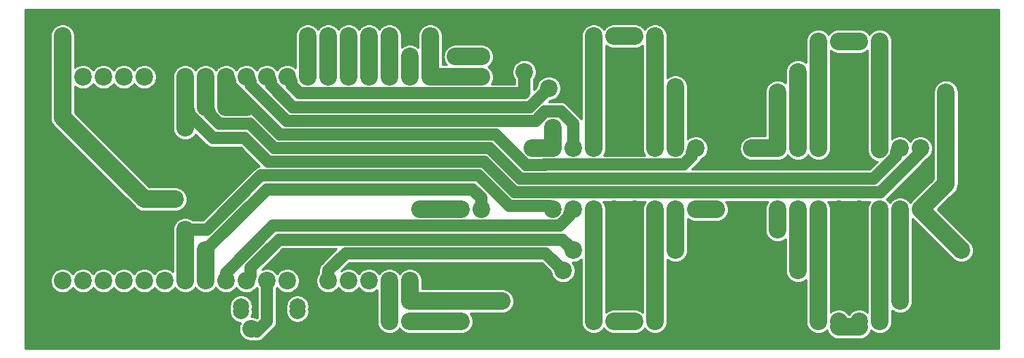
<source format=gbr>
%TF.GenerationSoftware,KiCad,Pcbnew,(5.1.6)-1*%
%TF.CreationDate,2022-11-17T17:51:58-05:00*%
%TF.ProjectId,pcb,7063622e-6b69-4636-9164-5f7063625858,rev?*%
%TF.SameCoordinates,Original*%
%TF.FileFunction,Copper,L2,Bot*%
%TF.FilePolarity,Positive*%
%FSLAX46Y46*%
G04 Gerber Fmt 4.6, Leading zero omitted, Abs format (unit mm)*
G04 Created by KiCad (PCBNEW (5.1.6)-1) date 2022-11-17 17:51:58*
%MOMM*%
%LPD*%
G01*
G04 APERTURE LIST*
%TA.AperFunction,ComponentPad*%
%ADD10C,2.200000*%
%TD*%
%TA.AperFunction,ComponentPad*%
%ADD11C,2.000000*%
%TD*%
%TA.AperFunction,ViaPad*%
%ADD12C,2.200000*%
%TD*%
%TA.AperFunction,ViaPad*%
%ADD13C,3.100000*%
%TD*%
%TA.AperFunction,Conductor*%
%ADD14C,2.200000*%
%TD*%
%TA.AperFunction,Conductor*%
%ADD15C,1.500000*%
%TD*%
%TA.AperFunction,Conductor*%
%ADD16C,0.254000*%
%TD*%
G04 APERTURE END LIST*
D10*
%TO.P,U3,1*%
%TO.N,+5V*%
X5080000Y34290000D03*
%TO.P,U3,2*%
%TO.N,Net-(U3-Pad2)*%
X7620000Y34290000D03*
%TO.P,U3,3*%
%TO.N,Net-(U3-Pad3)*%
X10160000Y34290000D03*
%TO.P,U3,4*%
%TO.N,Net-(U3-Pad4)*%
X12700000Y34290000D03*
%TO.P,U3,5*%
%TO.N,Net-(U3-Pad5)*%
X15240000Y34290000D03*
%TO.P,U3,6*%
%TO.N,GND*%
X17780000Y34290000D03*
%TO.P,U3,7*%
%TO.N,ENB*%
X20320000Y34290000D03*
%TO.P,U3,8*%
%TO.N,IB1*%
X22860000Y34290000D03*
%TO.P,U3,9*%
%TO.N,ENA*%
X25400000Y34290000D03*
%TO.P,U3,10*%
%TO.N,IA2*%
X27940000Y34290000D03*
%TO.P,U3,11*%
%TO.N,IA1*%
X30480000Y34290000D03*
%TO.P,U3,12*%
%TO.N,IB2*%
X33020000Y34290000D03*
%TO.P,U3,13*%
%TO.N,hall1*%
X35560000Y34290000D03*
%TO.P,U3,14*%
%TO.N,hall2*%
X38100000Y34290000D03*
%TO.P,U3,15*%
%TO.N,hall3*%
X40640000Y34290000D03*
%TO.P,U3,16*%
%TO.N,hall4*%
X43180000Y34290000D03*
%TO.P,U3,17*%
%TO.N,hall5*%
X45720000Y34290000D03*
%TO.P,U3,18*%
%TO.N,Net-(C2-Pad2)*%
X48260000Y34290000D03*
%TO.P,U3,19*%
%TO.N,+3V3*%
X50800000Y34290000D03*
%TO.P,U3,20*%
%TO.N,GND*%
X50800000Y8890000D03*
%TO.P,U3,21*%
%TO.N,ID2*%
X48260000Y8890000D03*
%TO.P,U3,22*%
%TO.N,LED*%
X45720000Y8890000D03*
%TO.P,U3,23*%
%TO.N,Net-(U3-Pad23)*%
X43180000Y8890000D03*
%TO.P,U3,24*%
%TO.N,Net-(U3-Pad24)*%
X40640000Y8890000D03*
%TO.P,U3,25*%
%TO.N,ID1*%
X38100000Y8890000D03*
%TO.P,U3,26*%
%TO.N,GND*%
X35560000Y8890000D03*
%TO.P,U3,27*%
%TO.N,Net-(U3-Pad27)*%
X33020000Y8890000D03*
%TO.P,U3,28*%
%TO.N,SW*%
X30480000Y8890000D03*
%TO.P,U3,29*%
%TO.N,IC2*%
X27940000Y8890000D03*
%TO.P,U3,30*%
%TO.N,IC1*%
X25400000Y8890000D03*
%TO.P,U3,31*%
%TO.N,END*%
X22860000Y8890000D03*
%TO.P,U3,32*%
%TO.N,ENC*%
X20320000Y8890000D03*
%TO.P,U3,33*%
%TO.N,Net-(U3-Pad33)*%
X17780000Y8890000D03*
%TO.P,U3,34*%
%TO.N,Net-(U3-Pad34)*%
X15240000Y8890000D03*
%TO.P,U3,35*%
%TO.N,Net-(U3-Pad35)*%
X12700000Y8890000D03*
%TO.P,U3,36*%
%TO.N,Net-(U3-Pad36)*%
X10160000Y8890000D03*
%TO.P,U3,37*%
%TO.N,Net-(U3-Pad37)*%
X7620000Y8890000D03*
%TO.P,U3,38*%
%TO.N,Net-(U3-Pad38)*%
X5080000Y8890000D03*
%TD*%
%TO.P,R1,1*%
%TO.N,ENA*%
X25400000Y30480000D03*
%TO.P,R1,2*%
%TO.N,GND*%
X17780000Y30480000D03*
%TD*%
%TO.P,R2,2*%
%TO.N,GND*%
X12700000Y27940000D03*
%TO.P,R2,1*%
%TO.N,ENB*%
X20320000Y27940000D03*
%TD*%
%TO.P,C1,2*%
%TO.N,GND*%
X116840000Y10160000D03*
%TO.P,C1,1*%
%TO.N,+5V*%
X116840000Y12700000D03*
%TD*%
%TO.P,C2,1*%
%TO.N,+3V3*%
X57150000Y34290000D03*
%TO.P,C2,2*%
%TO.N,Net-(C2-Pad2)*%
X57150000Y36830000D03*
%TD*%
%TO.P,J1,4*%
%TO.N,OD2*%
X106680000Y3810000D03*
%TO.P,J1,3*%
%TO.N,Net-(J1-Pad2)*%
X104140000Y3810000D03*
%TO.P,J1,2*%
X101600000Y3810000D03*
%TO.P,J1,1*%
%TO.N,OD1*%
X99060000Y3810000D03*
%TD*%
%TO.P,J3,1*%
%TO.N,OA2*%
X71120000Y39370000D03*
%TO.P,J3,2*%
%TO.N,Net-(J3-Pad2)*%
X73660000Y39370000D03*
%TO.P,J3,3*%
X76200000Y39370000D03*
%TO.P,J3,4*%
%TO.N,OA1*%
X78740000Y39370000D03*
%TD*%
%TO.P,J4,1*%
%TO.N,GND*%
X7620000Y39370000D03*
%TO.P,J4,2*%
%TO.N,+5V*%
X5080000Y39370000D03*
%TD*%
%TO.P,J5,2*%
%TO.N,+3V3*%
X50800000Y39370000D03*
%TO.P,J5,1*%
%TO.N,GND*%
X53340000Y39370000D03*
%TD*%
%TO.P,J6,1*%
%TO.N,hall1*%
X35560000Y39370000D03*
%TO.P,J6,2*%
%TO.N,hall2*%
X38100000Y39370000D03*
%TO.P,J6,3*%
%TO.N,hall3*%
X40640000Y39370000D03*
%TO.P,J6,4*%
%TO.N,hall4*%
X43180000Y39370000D03*
%TO.P,J6,5*%
%TO.N,hall5*%
X45720000Y39370000D03*
%TD*%
%TO.P,J7,1*%
%TO.N,GND*%
X43180000Y3810000D03*
%TO.P,J7,2*%
%TO.N,LED*%
X45720000Y3810000D03*
%TO.P,J7,3*%
%TO.N,+5V*%
X48260000Y3810000D03*
%TD*%
%TO.P,R3,2*%
%TO.N,GND*%
X12700000Y15240000D03*
%TO.P,R3,1*%
%TO.N,ENC*%
X20320000Y15240000D03*
%TD*%
%TO.P,U1,16*%
%TO.N,+5V*%
X66040000Y25400000D03*
%TO.P,U1,8*%
X83820000Y17780000D03*
%TO.P,U1,15*%
%TO.N,IA2*%
X68580000Y25400000D03*
%TO.P,U1,7*%
%TO.N,IC2*%
X81280000Y17780000D03*
%TO.P,U1,14*%
%TO.N,OA2*%
X71120000Y25400000D03*
%TO.P,U1,6*%
%TO.N,OC2*%
X78740000Y17780000D03*
%TO.P,U1,13*%
%TO.N,GND*%
X73660000Y25400000D03*
%TO.P,U1,5*%
X76200000Y17780000D03*
%TO.P,U1,12*%
X76200000Y25400000D03*
%TO.P,U1,4*%
X73660000Y17780000D03*
%TO.P,U1,11*%
%TO.N,OA1*%
X78740000Y25400000D03*
%TO.P,U1,3*%
%TO.N,OC1*%
X71120000Y17780000D03*
%TO.P,U1,10*%
%TO.N,IA1*%
X81280000Y25400000D03*
%TO.P,U1,2*%
%TO.N,IC1*%
X68580000Y17780000D03*
%TO.P,U1,9*%
%TO.N,ENA*%
X83820000Y25400000D03*
%TO.P,U1,1*%
%TO.N,ENC*%
X66040000Y17780000D03*
%TD*%
%TO.P,U2,1*%
%TO.N,END*%
X93980000Y17780000D03*
%TO.P,U2,9*%
%TO.N,ENB*%
X111760000Y25400000D03*
%TO.P,U2,2*%
%TO.N,ID1*%
X96520000Y17780000D03*
%TO.P,U2,10*%
%TO.N,IB1*%
X109220000Y25400000D03*
%TO.P,U2,3*%
%TO.N,OD1*%
X99060000Y17780000D03*
%TO.P,U2,11*%
%TO.N,OB1*%
X106680000Y25400000D03*
%TO.P,U2,4*%
%TO.N,GND*%
X101600000Y17780000D03*
%TO.P,U2,12*%
X104140000Y25400000D03*
%TO.P,U2,5*%
X104140000Y17780000D03*
%TO.P,U2,13*%
X101600000Y25400000D03*
%TO.P,U2,6*%
%TO.N,OD2*%
X106680000Y17780000D03*
%TO.P,U2,14*%
%TO.N,OB2*%
X99060000Y25400000D03*
%TO.P,U2,7*%
%TO.N,ID2*%
X109220000Y17780000D03*
%TO.P,U2,15*%
%TO.N,IB2*%
X96520000Y25400000D03*
%TO.P,U2,8*%
%TO.N,+5V*%
X111760000Y17780000D03*
%TO.P,U2,16*%
X93980000Y25400000D03*
%TD*%
%TO.P,R4,1*%
%TO.N,END*%
X22860000Y12700000D03*
%TO.P,R4,2*%
%TO.N,GND*%
X15240000Y12700000D03*
%TD*%
%TO.P,J8,4*%
%TO.N,OB1*%
X106680000Y38735000D03*
%TO.P,J8,3*%
%TO.N,Net-(J8-Pad2)*%
X104140000Y38735000D03*
%TO.P,J8,2*%
X101600000Y38735000D03*
%TO.P,J8,1*%
%TO.N,OB2*%
X99060000Y38735000D03*
%TD*%
%TO.P,J9,1*%
%TO.N,OC1*%
X71120000Y3810000D03*
%TO.P,J9,2*%
%TO.N,Net-(J9-Pad2)*%
X73660000Y3810000D03*
%TO.P,J9,3*%
X76200000Y3810000D03*
%TO.P,J9,4*%
%TO.N,OC2*%
X78740000Y3810000D03*
%TD*%
D11*
%TO.P,SW1,*%
%TO.N,*%
X27260000Y5080000D03*
D10*
%TO.P,SW1,2*%
%TO.N,SW*%
X28520000Y2890000D03*
%TO.P,SW1,1*%
%TO.N,GND*%
X33020000Y2890000D03*
D11*
%TO.P,SW1,*%
%TO.N,*%
X34270000Y5080000D03*
X27260000Y5680000D03*
X34270000Y5680000D03*
%TD*%
D12*
%TO.N,GND*%
X74930000Y30480000D03*
X86360000Y30480000D03*
X88900000Y30480000D03*
X102870000Y30480000D03*
X74930000Y8255000D03*
X86360000Y8255000D03*
X88900000Y8255000D03*
X102870000Y8255000D03*
D13*
X13970000Y39370000D03*
X13970000Y3810000D03*
X116840000Y3810000D03*
X116840000Y39370000D03*
D12*
%TO.N,+5V*%
X63500000Y25400000D03*
X66040000Y27940000D03*
X54610000Y3810000D03*
X93980000Y27940000D03*
X93980000Y32385000D03*
X90805000Y25400000D03*
X114935000Y32385000D03*
X86360000Y17780000D03*
X54610000Y17780000D03*
X52070000Y17780000D03*
X19050000Y19050000D03*
X49530000Y17780000D03*
%TO.N,Net-(C2-Pad2)*%
X48260000Y36830000D03*
X53975000Y36830000D03*
%TO.N,END*%
X93980000Y15240000D03*
X57150000Y17780000D03*
%TO.N,IB2*%
X96520000Y34925000D03*
X62497643Y34925000D03*
%TO.N,IA1*%
X81280000Y33020000D03*
X65543411Y32881589D03*
%TO.N,ID1*%
X67310000Y10160000D03*
X96520000Y10160000D03*
%TO.N,IC2*%
X81280000Y12700000D03*
X68580000Y12700000D03*
%TO.N,ID2*%
X109220000Y6350000D03*
X59690000Y6350000D03*
%TD*%
D14*
%TO.N,+5V*%
X5080000Y34290000D02*
X5080000Y29210000D01*
X66040000Y25400000D02*
X66040000Y27940000D01*
X66040000Y27940000D02*
X66040000Y27940000D01*
X66040000Y25400000D02*
X63500000Y25400000D01*
X93980000Y25400000D02*
X93980000Y27940000D01*
X93980000Y27940000D02*
X93980000Y32385000D01*
X83820000Y17780000D02*
X86360000Y17780000D01*
X93980000Y25400000D02*
X90805000Y25400000D01*
X111760000Y17780000D02*
X114300000Y20320000D01*
X114300000Y20320000D02*
X114935000Y20955000D01*
X114935000Y20955000D02*
X114935000Y32385000D01*
X93980000Y32385000D02*
X93980000Y32385000D01*
X90805000Y25400000D02*
X90805000Y25400000D01*
X114935000Y32385000D02*
X114935000Y32385000D01*
X86360000Y17780000D02*
X86360000Y17780000D01*
X111760000Y17780000D02*
X116840000Y12700000D01*
X52070000Y17780000D02*
X54610000Y17780000D01*
X5080000Y29210000D02*
X15240000Y19050000D01*
X15240000Y19050000D02*
X19050000Y19050000D01*
X19050000Y19050000D02*
X19050000Y19050000D01*
X5080000Y39370000D02*
X5080000Y34290000D01*
X48260000Y3810000D02*
X54610000Y3810000D01*
X52070000Y17780000D02*
X49530000Y17780000D01*
X49530000Y17780000D02*
X54610000Y17780000D01*
X49530000Y17780000D02*
X49530000Y17780000D01*
%TO.N,+3V3*%
X50800000Y34290000D02*
X57150000Y34290000D01*
X50800000Y34290000D02*
X50800000Y39370000D01*
%TO.N,Net-(C2-Pad2)*%
X48260000Y34290000D02*
X48260000Y36830000D01*
X57150000Y36830000D02*
X53975000Y36830000D01*
X48260000Y36830000D02*
X48260000Y36830000D01*
X53975000Y36830000D02*
X53975000Y36830000D01*
%TO.N,OB2*%
X99060000Y38735000D02*
X99060000Y25400000D01*
%TO.N,OB1*%
X106680000Y38735000D02*
X106680000Y25265148D01*
%TO.N,OA2*%
X71120000Y39370000D02*
X71120000Y25400000D01*
%TO.N,OA1*%
X78740000Y39370000D02*
X78740000Y25400000D01*
%TO.N,OC1*%
X71120000Y17780000D02*
X71120000Y3810000D01*
%TO.N,OC2*%
X78740000Y17780000D02*
X78740000Y3810000D01*
%TO.N,OD1*%
X99060000Y17780000D02*
X99060000Y3810000D01*
%TO.N,OD2*%
X106680000Y17780000D02*
X106680000Y3810000D01*
%TO.N,hall1*%
X35560000Y39370000D02*
X35560000Y34290000D01*
%TO.N,hall2*%
X38100000Y39370000D02*
X38100000Y34290000D01*
%TO.N,hall3*%
X40640000Y39370000D02*
X40640000Y34290000D01*
%TO.N,hall4*%
X43180000Y39370000D02*
X43180000Y34290000D01*
%TO.N,hall5*%
X45720000Y39370000D02*
X45720000Y34290000D01*
%TO.N,LED*%
X45720000Y8890000D02*
X45720000Y3810000D01*
D15*
%TO.N,ENB*%
X111760000Y24905998D02*
X106743992Y19889990D01*
X111760000Y25400000D02*
X111760000Y24905998D01*
X106743992Y19889990D02*
X106608169Y19889990D01*
D14*
X20320000Y30480000D02*
X20320000Y27940000D01*
X20320000Y34290000D02*
X20320000Y30480000D01*
D15*
X20809990Y29990010D02*
X20320000Y30480000D01*
X23770849Y26670000D02*
X20809990Y29630859D01*
X61302505Y19889990D02*
X57492505Y23699990D01*
X20809990Y29630859D02*
X20809990Y29990010D01*
X106743992Y19889990D02*
X61302505Y19889990D01*
X57492505Y23699990D02*
X30687655Y23699990D01*
X30687655Y23699990D02*
X27717646Y26670000D01*
X27717646Y26670000D02*
X23770849Y26670000D01*
D14*
%TO.N,END*%
X93980000Y17780000D02*
X93980000Y15240000D01*
X93980000Y15240000D02*
X93980000Y15240000D01*
D15*
X22860000Y12700000D02*
X30459970Y20299970D01*
X30459970Y20299970D02*
X56084172Y20299970D01*
X56084172Y20299970D02*
X57150000Y19234142D01*
X57150000Y19234142D02*
X57150000Y17780000D01*
X57150000Y17780000D02*
X57150000Y17780000D01*
D14*
X22860000Y8890000D02*
X22860000Y12700000D01*
%TO.N,ENA*%
X25400000Y34290000D02*
X25400000Y30480000D01*
X25400000Y30480000D02*
X27940000Y30480000D01*
D15*
X25889999Y33800001D02*
X25400000Y34290000D01*
X32095988Y27100010D02*
X25889999Y33305999D01*
X62710839Y23290010D02*
X58900839Y27100010D01*
X83820000Y25400000D02*
X83330001Y24910001D01*
X25889999Y33305999D02*
X25889999Y33800001D01*
X83330001Y24910001D02*
X83330001Y24415999D01*
X58900839Y27100010D02*
X32095988Y27100010D01*
X83330001Y24415999D02*
X82264001Y23349999D01*
X64996010Y23290010D02*
X62710839Y23290010D01*
X82264001Y23349999D02*
X65055999Y23349999D01*
X65055999Y23349999D02*
X64996010Y23290010D01*
D14*
%TO.N,ENC*%
X20320000Y15240000D02*
X20320000Y8890000D01*
D15*
X66040000Y17780000D02*
X65630020Y18189980D01*
X60598338Y18189980D02*
X56788339Y21999980D01*
X65630020Y18189980D02*
X60598338Y18189980D01*
X56788339Y21999980D02*
X30889980Y21999980D01*
X30889980Y21999980D02*
X29983488Y21999980D01*
X29755803Y21999980D02*
X22995823Y15240000D01*
X29983488Y21999980D02*
X29755803Y21999980D01*
X22995823Y15240000D02*
X20320000Y15240000D01*
%TO.N,IB2*%
X60179999Y32239999D02*
X62497643Y32239999D01*
X34575999Y32239999D02*
X60179999Y32239999D01*
X33509999Y33800001D02*
X33509999Y33305999D01*
X33020000Y34290000D02*
X33509999Y33800001D01*
X33509999Y33305999D02*
X34575999Y32239999D01*
X62497643Y32239999D02*
X62497643Y34557643D01*
D14*
X96520000Y25400000D02*
X96520000Y34925000D01*
X96520000Y34925000D02*
X96520000Y34925000D01*
D15*
X62497643Y34557643D02*
X62497643Y34557643D01*
%TO.N,IA2*%
X28429999Y33305999D02*
X32896019Y28839979D01*
X27940000Y34290000D02*
X28429999Y33800001D01*
X28429999Y33800001D02*
X28429999Y33305999D01*
X32896019Y28839979D02*
X33167665Y28839979D01*
X33167665Y28839979D02*
X59690000Y28839979D01*
X67024001Y29990001D02*
X68580000Y28434002D01*
X65055999Y29990001D02*
X67024001Y29990001D01*
X59690000Y28839979D02*
X63905977Y28839979D01*
X63905977Y28839979D02*
X65055999Y29990001D01*
X68580000Y28434002D02*
X68580000Y25400000D01*
D14*
%TO.N,IB1*%
X22860000Y34290000D02*
X22860000Y30480000D01*
D15*
X23349990Y29990010D02*
X22860000Y30480000D01*
X24550859Y28429990D02*
X23349990Y29630859D01*
X28361832Y28429990D02*
X24550859Y28429990D01*
X23349990Y29630859D02*
X23349990Y29990010D01*
X31391822Y25400000D02*
X28361832Y28429990D01*
X108730001Y24910001D02*
X108730001Y24415999D01*
X58196672Y25400000D02*
X31391822Y25400000D01*
X109220000Y25400000D02*
X108730001Y24910001D01*
X108730001Y24415999D02*
X105904002Y21590000D01*
X105904002Y21590000D02*
X62006672Y21590000D01*
X62006672Y21590000D02*
X58196672Y25400000D01*
%TO.N,IA1*%
X59690000Y30539989D02*
X63201811Y30539989D01*
X30969999Y33305999D02*
X33736009Y30539989D01*
X33736009Y30539989D02*
X33871832Y30539989D01*
X33871832Y30539989D02*
X59690000Y30539989D01*
X30480000Y34290000D02*
X30969999Y33800001D01*
X30969999Y33800001D02*
X30969999Y33305999D01*
X63201811Y30539989D02*
X65543411Y32881589D01*
D14*
X81280000Y25400000D02*
X81280000Y33020000D01*
X81280000Y33020000D02*
X81280000Y33020000D01*
D15*
X65543411Y32881589D02*
X65681822Y33020000D01*
%TO.N,IC1*%
X66889141Y15729990D02*
X31260010Y15729990D01*
X68090010Y16930859D02*
X66889141Y15729990D01*
X68580000Y17780000D02*
X68090010Y17290010D01*
X68090010Y17290010D02*
X68090010Y16930859D01*
X31260010Y15729990D02*
X25400000Y9869980D01*
X25400000Y9869980D02*
X25400000Y8890000D01*
D14*
%TO.N,ID1*%
X96520000Y17780000D02*
X96520000Y12700000D01*
D15*
X65140030Y12329970D02*
X67310000Y10160000D01*
D14*
X96520000Y12700000D02*
X96520000Y10160000D01*
D15*
X67310000Y10160000D02*
X67310000Y10160000D01*
D14*
X96520000Y10160000D02*
X96520000Y10160000D01*
D15*
X65140030Y12329970D02*
X40640000Y12329970D01*
X40640000Y12329970D02*
X40269970Y12329970D01*
X40269970Y12329970D02*
X38100000Y10160000D01*
X38100000Y10160000D02*
X38100000Y8890000D01*
%TO.N,IC2*%
X28429999Y10495803D02*
X31964176Y14029980D01*
X27940000Y8890000D02*
X28429999Y9379999D01*
X28429999Y9379999D02*
X28429999Y10495803D01*
X67250020Y14029980D02*
X68580000Y12700000D01*
D14*
X81280000Y17780000D02*
X81280000Y12700000D01*
X81280000Y12700000D02*
X81280000Y12700000D01*
D15*
X68580000Y12700000D02*
X68580000Y12700000D01*
X67250020Y14029980D02*
X31964176Y14029980D01*
D14*
%TO.N,ID2*%
X109220000Y17780000D02*
X109220000Y10160000D01*
X48260000Y8890000D02*
X48260000Y6350000D01*
X109220000Y10160000D02*
X109220000Y6350000D01*
X109220000Y6350000D02*
X109220000Y6350000D01*
X48260000Y6350000D02*
X48260000Y6350000D01*
X48260000Y6350000D02*
X59690000Y6350000D01*
X59690000Y6350000D02*
X59690000Y6350000D01*
%TO.N,Net-(J1-Pad2)*%
X101600000Y3175000D02*
X104140000Y3175000D01*
%TO.N,Net-(J3-Pad2)*%
X73660000Y39370000D02*
X76200000Y39370000D01*
%TO.N,Net-(J8-Pad2)*%
X101600000Y38735000D02*
X104140000Y38735000D01*
%TO.N,Net-(J9-Pad2)*%
X73660000Y3810000D02*
X76200000Y3810000D01*
D15*
%TO.N,SW*%
X30480000Y8890000D02*
X30480000Y5080000D01*
X30480000Y5080000D02*
X30480000Y3810000D01*
X30480000Y3810000D02*
X29210000Y2540000D01*
%TD*%
D16*
%TO.N,GND*%
G36*
X121468001Y452000D02*
G01*
X452000Y452000D01*
X452000Y9040396D01*
X3553000Y9040396D01*
X3553000Y8739604D01*
X3611681Y8444590D01*
X3726790Y8166694D01*
X3893901Y7916594D01*
X4106594Y7703901D01*
X4356694Y7536790D01*
X4634590Y7421681D01*
X4929604Y7363000D01*
X5230396Y7363000D01*
X5525410Y7421681D01*
X5803306Y7536790D01*
X6053406Y7703901D01*
X6266099Y7916594D01*
X6350000Y8042161D01*
X6433901Y7916594D01*
X6646594Y7703901D01*
X6896694Y7536790D01*
X7174590Y7421681D01*
X7469604Y7363000D01*
X7770396Y7363000D01*
X8065410Y7421681D01*
X8343306Y7536790D01*
X8593406Y7703901D01*
X8806099Y7916594D01*
X8890000Y8042161D01*
X8973901Y7916594D01*
X9186594Y7703901D01*
X9436694Y7536790D01*
X9714590Y7421681D01*
X10009604Y7363000D01*
X10310396Y7363000D01*
X10605410Y7421681D01*
X10883306Y7536790D01*
X11133406Y7703901D01*
X11346099Y7916594D01*
X11430000Y8042161D01*
X11513901Y7916594D01*
X11726594Y7703901D01*
X11976694Y7536790D01*
X12254590Y7421681D01*
X12549604Y7363000D01*
X12850396Y7363000D01*
X13145410Y7421681D01*
X13423306Y7536790D01*
X13673406Y7703901D01*
X13886099Y7916594D01*
X13970000Y8042161D01*
X14053901Y7916594D01*
X14266594Y7703901D01*
X14516694Y7536790D01*
X14794590Y7421681D01*
X15089604Y7363000D01*
X15390396Y7363000D01*
X15685410Y7421681D01*
X15963306Y7536790D01*
X16213406Y7703901D01*
X16426099Y7916594D01*
X16510000Y8042161D01*
X16593901Y7916594D01*
X16806594Y7703901D01*
X17056694Y7536790D01*
X17334590Y7421681D01*
X17629604Y7363000D01*
X17930396Y7363000D01*
X18225410Y7421681D01*
X18503306Y7536790D01*
X18753406Y7703901D01*
X18966099Y7916594D01*
X19045697Y8035721D01*
X19092011Y7979287D01*
X19133901Y7916594D01*
X19187218Y7863277D01*
X19235025Y7805024D01*
X19293278Y7757217D01*
X19346594Y7703901D01*
X19409286Y7662012D01*
X19467541Y7614203D01*
X19534007Y7578676D01*
X19596694Y7536790D01*
X19666347Y7507939D01*
X19732816Y7472410D01*
X19804936Y7450533D01*
X19874590Y7421681D01*
X19948537Y7406972D01*
X20020657Y7385095D01*
X20095664Y7377707D01*
X20169604Y7363000D01*
X20244989Y7363000D01*
X20320000Y7355612D01*
X20395011Y7363000D01*
X20470396Y7363000D01*
X20544336Y7377707D01*
X20619344Y7385095D01*
X20691466Y7406973D01*
X20765410Y7421681D01*
X20835061Y7450532D01*
X20907185Y7472410D01*
X20973658Y7507941D01*
X21043306Y7536790D01*
X21105989Y7578674D01*
X21172460Y7614203D01*
X21230719Y7662015D01*
X21293406Y7703901D01*
X21346717Y7757212D01*
X21404976Y7805024D01*
X21452788Y7863283D01*
X21506099Y7916594D01*
X21547985Y7979281D01*
X21590000Y8030477D01*
X21632013Y7979285D01*
X21673901Y7916594D01*
X21727213Y7863282D01*
X21775024Y7805024D01*
X21833283Y7757212D01*
X21886594Y7703901D01*
X21949281Y7662015D01*
X22007540Y7614203D01*
X22074011Y7578674D01*
X22136694Y7536790D01*
X22206342Y7507941D01*
X22272815Y7472410D01*
X22344939Y7450532D01*
X22414590Y7421681D01*
X22488534Y7406973D01*
X22560656Y7385095D01*
X22635664Y7377707D01*
X22709604Y7363000D01*
X22784989Y7363000D01*
X22860000Y7355612D01*
X22935011Y7363000D01*
X23010396Y7363000D01*
X23084336Y7377707D01*
X23159343Y7385095D01*
X23231463Y7406972D01*
X23305410Y7421681D01*
X23375064Y7450533D01*
X23447184Y7472410D01*
X23513653Y7507939D01*
X23583306Y7536790D01*
X23645993Y7578676D01*
X23712459Y7614203D01*
X23770715Y7662013D01*
X23833406Y7703901D01*
X23886718Y7757213D01*
X23944976Y7805024D01*
X23992788Y7863283D01*
X24046099Y7916594D01*
X24087985Y7979281D01*
X24134304Y8035720D01*
X24213901Y7916594D01*
X24426594Y7703901D01*
X24676694Y7536790D01*
X24954590Y7421681D01*
X25249604Y7363000D01*
X25550396Y7363000D01*
X25845410Y7421681D01*
X26123306Y7536790D01*
X26373406Y7703901D01*
X26586099Y7916594D01*
X26670000Y8042161D01*
X26753901Y7916594D01*
X26966594Y7703901D01*
X27216694Y7536790D01*
X27494590Y7421681D01*
X27789604Y7363000D01*
X28090396Y7363000D01*
X28385410Y7421681D01*
X28663306Y7536790D01*
X28913406Y7703901D01*
X29126099Y7916594D01*
X29210000Y8042161D01*
X29293901Y7916594D01*
X29303000Y7907495D01*
X29303001Y5137821D01*
X29303000Y5137811D01*
X29303000Y4297529D01*
X29246528Y4241057D01*
X29243306Y4243210D01*
X28965410Y4358319D01*
X28670396Y4417000D01*
X28529950Y4417000D01*
X28632162Y4663759D01*
X28687000Y4939453D01*
X28687000Y5220547D01*
X28655283Y5380000D01*
X28687000Y5539453D01*
X28687000Y5820547D01*
X28632162Y6096241D01*
X28524591Y6355938D01*
X28368424Y6589660D01*
X28169660Y6788424D01*
X27935938Y6944591D01*
X27676241Y7052162D01*
X27400547Y7107000D01*
X27119453Y7107000D01*
X26843759Y7052162D01*
X26584062Y6944591D01*
X26350340Y6788424D01*
X26151576Y6589660D01*
X25995409Y6355938D01*
X25887838Y6096241D01*
X25833000Y5820547D01*
X25833000Y5539453D01*
X25864717Y5380000D01*
X25833000Y5220547D01*
X25833000Y4939453D01*
X25887838Y4663759D01*
X25995409Y4404062D01*
X26151576Y4170340D01*
X26350340Y3971576D01*
X26584062Y3815409D01*
X26843759Y3707838D01*
X27119453Y3653000D01*
X27193313Y3653000D01*
X27166790Y3613306D01*
X27051681Y3335410D01*
X26993000Y3040396D01*
X26993000Y2739604D01*
X27051681Y2444590D01*
X27166790Y2166694D01*
X27333901Y1916594D01*
X27546594Y1703901D01*
X27796694Y1536790D01*
X28074590Y1421681D01*
X28369604Y1363000D01*
X28670396Y1363000D01*
X28890855Y1406851D01*
X28979269Y1380031D01*
X29210000Y1357306D01*
X29440731Y1380031D01*
X29662597Y1447334D01*
X29867069Y1556626D01*
X30001385Y1666857D01*
X31271382Y2936853D01*
X31316291Y2973709D01*
X31463374Y3152930D01*
X31572667Y3357403D01*
X31639969Y3579268D01*
X31657000Y3752188D01*
X31657000Y3752197D01*
X31662693Y3809999D01*
X31657000Y3867801D01*
X31657000Y5820547D01*
X32843000Y5820547D01*
X32843000Y5539453D01*
X32874717Y5380000D01*
X32843000Y5220547D01*
X32843000Y4939453D01*
X32897838Y4663759D01*
X33005409Y4404062D01*
X33161576Y4170340D01*
X33360340Y3971576D01*
X33594062Y3815409D01*
X33853759Y3707838D01*
X34129453Y3653000D01*
X34410547Y3653000D01*
X34686241Y3707838D01*
X34945938Y3815409D01*
X35179660Y3971576D01*
X35378424Y4170340D01*
X35534591Y4404062D01*
X35642162Y4663759D01*
X35697000Y4939453D01*
X35697000Y5220547D01*
X35665283Y5380000D01*
X35697000Y5539453D01*
X35697000Y5820547D01*
X35642162Y6096241D01*
X35534591Y6355938D01*
X35378424Y6589660D01*
X35179660Y6788424D01*
X34945938Y6944591D01*
X34686241Y7052162D01*
X34410547Y7107000D01*
X34129453Y7107000D01*
X33853759Y7052162D01*
X33594062Y6944591D01*
X33360340Y6788424D01*
X33161576Y6589660D01*
X33005409Y6355938D01*
X32897838Y6096241D01*
X32843000Y5820547D01*
X31657000Y5820547D01*
X31657000Y7907495D01*
X31666099Y7916594D01*
X31750000Y8042161D01*
X31833901Y7916594D01*
X32046594Y7703901D01*
X32296694Y7536790D01*
X32574590Y7421681D01*
X32869604Y7363000D01*
X33170396Y7363000D01*
X33465410Y7421681D01*
X33743306Y7536790D01*
X33993406Y7703901D01*
X34206099Y7916594D01*
X34373210Y8166694D01*
X34488319Y8444590D01*
X34547000Y8739604D01*
X34547000Y9040396D01*
X34488319Y9335410D01*
X34373210Y9613306D01*
X34206099Y9863406D01*
X33993406Y10076099D01*
X33743306Y10243210D01*
X33465410Y10358319D01*
X33170396Y10417000D01*
X32869604Y10417000D01*
X32574590Y10358319D01*
X32296694Y10243210D01*
X32046594Y10076099D01*
X31833901Y9863406D01*
X31750000Y9737839D01*
X31666099Y9863406D01*
X31453406Y10076099D01*
X31203306Y10243210D01*
X30925410Y10358319D01*
X30630396Y10417000D01*
X30329604Y10417000D01*
X30034590Y10358319D01*
X29902209Y10303485D01*
X32451705Y12852980D01*
X39128451Y12852980D01*
X37308623Y11033151D01*
X37263709Y10996291D01*
X37116626Y10817069D01*
X37007333Y10612596D01*
X36960845Y10459344D01*
X36940031Y10390731D01*
X36917306Y10160000D01*
X36923000Y10102188D01*
X36923000Y9872505D01*
X36913901Y9863406D01*
X36746790Y9613306D01*
X36631681Y9335410D01*
X36573000Y9040396D01*
X36573000Y8739604D01*
X36631681Y8444590D01*
X36746790Y8166694D01*
X36913901Y7916594D01*
X37126594Y7703901D01*
X37376694Y7536790D01*
X37654590Y7421681D01*
X37949604Y7363000D01*
X38250396Y7363000D01*
X38545410Y7421681D01*
X38823306Y7536790D01*
X39073406Y7703901D01*
X39286099Y7916594D01*
X39370000Y8042161D01*
X39453901Y7916594D01*
X39666594Y7703901D01*
X39916694Y7536790D01*
X40194590Y7421681D01*
X40489604Y7363000D01*
X40790396Y7363000D01*
X41085410Y7421681D01*
X41363306Y7536790D01*
X41613406Y7703901D01*
X41826099Y7916594D01*
X41910000Y8042161D01*
X41993901Y7916594D01*
X42206594Y7703901D01*
X42456694Y7536790D01*
X42734590Y7421681D01*
X43029604Y7363000D01*
X43330396Y7363000D01*
X43625410Y7421681D01*
X43903306Y7536790D01*
X44153406Y7703901D01*
X44193000Y7743495D01*
X44193001Y3960401D01*
X44193000Y3960396D01*
X44193000Y3659604D01*
X44207709Y3585654D01*
X44215096Y3510656D01*
X44236971Y3438543D01*
X44251681Y3364590D01*
X44280535Y3294930D01*
X44302411Y3222815D01*
X44337937Y3156350D01*
X44366790Y3086694D01*
X44408679Y3024003D01*
X44444204Y2957540D01*
X44492011Y2899287D01*
X44533901Y2836594D01*
X44587218Y2783277D01*
X44635025Y2725024D01*
X44693278Y2677217D01*
X44746594Y2623901D01*
X44809286Y2582012D01*
X44867541Y2534203D01*
X44934007Y2498676D01*
X44996694Y2456790D01*
X45066347Y2427939D01*
X45132816Y2392410D01*
X45204936Y2370533D01*
X45274590Y2341681D01*
X45348537Y2326972D01*
X45420657Y2305095D01*
X45495664Y2297707D01*
X45569604Y2283000D01*
X45644989Y2283000D01*
X45720000Y2275612D01*
X45795011Y2283000D01*
X45870396Y2283000D01*
X45944336Y2297707D01*
X46019344Y2305095D01*
X46091466Y2326973D01*
X46165410Y2341681D01*
X46235061Y2370532D01*
X46307185Y2392410D01*
X46373658Y2427941D01*
X46443306Y2456790D01*
X46505989Y2498674D01*
X46572460Y2534203D01*
X46630719Y2582015D01*
X46693406Y2623901D01*
X46746717Y2677212D01*
X46804976Y2725024D01*
X46852788Y2783283D01*
X46906099Y2836594D01*
X46947985Y2899281D01*
X46990000Y2950476D01*
X47032015Y2899281D01*
X47073901Y2836594D01*
X47127212Y2783283D01*
X47175024Y2725024D01*
X47233283Y2677212D01*
X47286594Y2623901D01*
X47349281Y2582015D01*
X47407540Y2534203D01*
X47474011Y2498674D01*
X47536694Y2456790D01*
X47606342Y2427941D01*
X47672815Y2392410D01*
X47744939Y2370532D01*
X47814590Y2341681D01*
X47888534Y2326973D01*
X47960656Y2305095D01*
X48035664Y2297707D01*
X48109604Y2283000D01*
X54760396Y2283000D01*
X54834336Y2297707D01*
X54909344Y2305095D01*
X54981466Y2326973D01*
X55055410Y2341681D01*
X55125061Y2370532D01*
X55197185Y2392410D01*
X55263658Y2427941D01*
X55333306Y2456790D01*
X55395989Y2498674D01*
X55462460Y2534203D01*
X55520719Y2582015D01*
X55583406Y2623901D01*
X55636717Y2677212D01*
X55694976Y2725024D01*
X55742788Y2783283D01*
X55796099Y2836594D01*
X55837985Y2899281D01*
X55885797Y2957540D01*
X55921326Y3024011D01*
X55963210Y3086694D01*
X55992059Y3156342D01*
X56027590Y3222815D01*
X56049468Y3294939D01*
X56078319Y3364590D01*
X56093027Y3438534D01*
X56114905Y3510656D01*
X56122293Y3585664D01*
X56137000Y3659604D01*
X56137000Y3734989D01*
X56144388Y3810000D01*
X56137000Y3885011D01*
X56137000Y3960396D01*
X56122293Y4034336D01*
X56114905Y4109344D01*
X56093027Y4181466D01*
X56078319Y4255410D01*
X56049468Y4325061D01*
X56027590Y4397185D01*
X55992059Y4463658D01*
X55963210Y4533306D01*
X55921326Y4595989D01*
X55885797Y4662460D01*
X55837985Y4720719D01*
X55796099Y4783406D01*
X55756505Y4823000D01*
X59840396Y4823000D01*
X59914336Y4837707D01*
X59989344Y4845095D01*
X60061466Y4866973D01*
X60135410Y4881681D01*
X60205061Y4910532D01*
X60277185Y4932410D01*
X60343658Y4967941D01*
X60413306Y4996790D01*
X60475989Y5038674D01*
X60542460Y5074203D01*
X60600719Y5122015D01*
X60663406Y5163901D01*
X60716717Y5217212D01*
X60774976Y5265024D01*
X60822788Y5323283D01*
X60876099Y5376594D01*
X60917985Y5439281D01*
X60965797Y5497540D01*
X61001326Y5564011D01*
X61043210Y5626694D01*
X61072059Y5696342D01*
X61107590Y5762815D01*
X61129468Y5834939D01*
X61158319Y5904590D01*
X61173027Y5978534D01*
X61194905Y6050656D01*
X61202293Y6125664D01*
X61217000Y6199604D01*
X61217000Y6274989D01*
X61224388Y6350000D01*
X61217000Y6425011D01*
X61217000Y6500396D01*
X61202293Y6574336D01*
X61194905Y6649344D01*
X61173027Y6721466D01*
X61158319Y6795410D01*
X61129468Y6865061D01*
X61107590Y6937185D01*
X61072059Y7003658D01*
X61043210Y7073306D01*
X61001326Y7135989D01*
X60965797Y7202460D01*
X60917985Y7260719D01*
X60876099Y7323406D01*
X60822788Y7376717D01*
X60774976Y7434976D01*
X60716717Y7482788D01*
X60663406Y7536099D01*
X60600719Y7577985D01*
X60542460Y7625797D01*
X60475989Y7661326D01*
X60413306Y7703210D01*
X60343658Y7732059D01*
X60277185Y7767590D01*
X60205061Y7789468D01*
X60135410Y7818319D01*
X60061466Y7833027D01*
X59989344Y7854905D01*
X59914336Y7862293D01*
X59840396Y7877000D01*
X49787000Y7877000D01*
X49787000Y9040396D01*
X49772293Y9114336D01*
X49764905Y9189344D01*
X49743027Y9261466D01*
X49728319Y9335410D01*
X49699468Y9405061D01*
X49677590Y9477185D01*
X49642059Y9543658D01*
X49613210Y9613306D01*
X49571326Y9675989D01*
X49535797Y9742460D01*
X49487985Y9800719D01*
X49446099Y9863406D01*
X49392788Y9916717D01*
X49344976Y9974976D01*
X49286718Y10022787D01*
X49233406Y10076099D01*
X49170715Y10117987D01*
X49112459Y10165797D01*
X49045993Y10201324D01*
X48983306Y10243210D01*
X48913653Y10272061D01*
X48847184Y10307590D01*
X48775064Y10329467D01*
X48705410Y10358319D01*
X48631463Y10373028D01*
X48559343Y10394905D01*
X48484336Y10402293D01*
X48410396Y10417000D01*
X48335011Y10417000D01*
X48260000Y10424388D01*
X48184989Y10417000D01*
X48109604Y10417000D01*
X48035664Y10402293D01*
X47960656Y10394905D01*
X47888534Y10373027D01*
X47814590Y10358319D01*
X47744939Y10329468D01*
X47672815Y10307590D01*
X47606342Y10272059D01*
X47536694Y10243210D01*
X47474011Y10201326D01*
X47407540Y10165797D01*
X47349281Y10117985D01*
X47286594Y10076099D01*
X47233283Y10022788D01*
X47175024Y9974976D01*
X47127213Y9916718D01*
X47073901Y9863406D01*
X47032013Y9800715D01*
X46990000Y9749523D01*
X46947985Y9800719D01*
X46906099Y9863406D01*
X46852788Y9916717D01*
X46804976Y9974976D01*
X46746718Y10022787D01*
X46693406Y10076099D01*
X46630715Y10117987D01*
X46572459Y10165797D01*
X46505993Y10201324D01*
X46443306Y10243210D01*
X46373653Y10272061D01*
X46307184Y10307590D01*
X46235064Y10329467D01*
X46165410Y10358319D01*
X46091463Y10373028D01*
X46019343Y10394905D01*
X45944336Y10402293D01*
X45870396Y10417000D01*
X45795011Y10417000D01*
X45720000Y10424388D01*
X45644989Y10417000D01*
X45569604Y10417000D01*
X45495664Y10402293D01*
X45420656Y10394905D01*
X45348534Y10373027D01*
X45274590Y10358319D01*
X45204939Y10329468D01*
X45132815Y10307590D01*
X45066342Y10272059D01*
X44996694Y10243210D01*
X44934011Y10201326D01*
X44867540Y10165797D01*
X44809281Y10117985D01*
X44746594Y10076099D01*
X44693283Y10022788D01*
X44635024Y9974976D01*
X44587213Y9916718D01*
X44533901Y9863406D01*
X44492013Y9800715D01*
X44445697Y9744279D01*
X44366099Y9863406D01*
X44153406Y10076099D01*
X43903306Y10243210D01*
X43625410Y10358319D01*
X43330396Y10417000D01*
X43029604Y10417000D01*
X42734590Y10358319D01*
X42456694Y10243210D01*
X42206594Y10076099D01*
X41993901Y9863406D01*
X41910000Y9737839D01*
X41826099Y9863406D01*
X41613406Y10076099D01*
X41363306Y10243210D01*
X41085410Y10358319D01*
X40790396Y10417000D01*
X40489604Y10417000D01*
X40194590Y10358319D01*
X39916694Y10243210D01*
X39708886Y10104357D01*
X40757499Y11152970D01*
X64652502Y11152970D01*
X65783000Y10022471D01*
X65783000Y10009604D01*
X65841681Y9714590D01*
X65956790Y9436694D01*
X66123901Y9186594D01*
X66336594Y8973901D01*
X66586694Y8806790D01*
X66864590Y8691681D01*
X67159604Y8633000D01*
X67460396Y8633000D01*
X67755410Y8691681D01*
X68033306Y8806790D01*
X68283406Y8973901D01*
X68496099Y9186594D01*
X68663210Y9436694D01*
X68778319Y9714590D01*
X68837000Y10009604D01*
X68837000Y10310396D01*
X68778319Y10605410D01*
X68663210Y10883306D01*
X68496099Y11133406D01*
X68456505Y11173000D01*
X68730396Y11173000D01*
X69025410Y11231681D01*
X69303306Y11346790D01*
X69553406Y11513901D01*
X69593000Y11553495D01*
X69593001Y3960401D01*
X69593000Y3960396D01*
X69593000Y3659604D01*
X69607709Y3585654D01*
X69615096Y3510656D01*
X69636971Y3438543D01*
X69651681Y3364590D01*
X69680535Y3294930D01*
X69702411Y3222815D01*
X69737937Y3156350D01*
X69766790Y3086694D01*
X69808679Y3024003D01*
X69844204Y2957540D01*
X69892011Y2899287D01*
X69933901Y2836594D01*
X69987218Y2783277D01*
X70035025Y2725024D01*
X70093278Y2677217D01*
X70146594Y2623901D01*
X70209286Y2582012D01*
X70267541Y2534203D01*
X70334007Y2498676D01*
X70396694Y2456790D01*
X70466347Y2427939D01*
X70532816Y2392410D01*
X70604936Y2370533D01*
X70674590Y2341681D01*
X70748537Y2326972D01*
X70820657Y2305095D01*
X70895664Y2297707D01*
X70969604Y2283000D01*
X71044989Y2283000D01*
X71120000Y2275612D01*
X71195011Y2283000D01*
X71270396Y2283000D01*
X71344336Y2297707D01*
X71419344Y2305095D01*
X71491466Y2326973D01*
X71565410Y2341681D01*
X71635061Y2370532D01*
X71707185Y2392410D01*
X71773658Y2427941D01*
X71843306Y2456790D01*
X71905989Y2498674D01*
X71972460Y2534203D01*
X72030719Y2582015D01*
X72093406Y2623901D01*
X72146717Y2677212D01*
X72204976Y2725024D01*
X72252788Y2783283D01*
X72306099Y2836594D01*
X72347985Y2899281D01*
X72390000Y2950476D01*
X72432015Y2899281D01*
X72473901Y2836594D01*
X72527212Y2783283D01*
X72575024Y2725024D01*
X72633283Y2677212D01*
X72686594Y2623901D01*
X72749281Y2582015D01*
X72807540Y2534203D01*
X72874011Y2498674D01*
X72936694Y2456790D01*
X73006342Y2427941D01*
X73072815Y2392410D01*
X73144939Y2370532D01*
X73214590Y2341681D01*
X73288534Y2326973D01*
X73360656Y2305095D01*
X73435664Y2297707D01*
X73509604Y2283000D01*
X76350396Y2283000D01*
X76424336Y2297707D01*
X76499344Y2305095D01*
X76571466Y2326973D01*
X76645410Y2341681D01*
X76715061Y2370532D01*
X76787185Y2392410D01*
X76853658Y2427941D01*
X76923306Y2456790D01*
X76985989Y2498674D01*
X77052460Y2534203D01*
X77110719Y2582015D01*
X77173406Y2623901D01*
X77226717Y2677212D01*
X77284976Y2725024D01*
X77332788Y2783283D01*
X77386099Y2836594D01*
X77427985Y2899281D01*
X77470001Y2950477D01*
X77512011Y2899287D01*
X77553901Y2836594D01*
X77607218Y2783277D01*
X77655025Y2725024D01*
X77713278Y2677217D01*
X77766594Y2623901D01*
X77829286Y2582012D01*
X77887541Y2534203D01*
X77954007Y2498676D01*
X78016694Y2456790D01*
X78086347Y2427939D01*
X78152816Y2392410D01*
X78224936Y2370533D01*
X78294590Y2341681D01*
X78368537Y2326972D01*
X78440657Y2305095D01*
X78515664Y2297707D01*
X78589604Y2283000D01*
X78664989Y2283000D01*
X78740000Y2275612D01*
X78815011Y2283000D01*
X78890396Y2283000D01*
X78964336Y2297707D01*
X79039344Y2305095D01*
X79111466Y2326973D01*
X79185410Y2341681D01*
X79255061Y2370532D01*
X79327185Y2392410D01*
X79393658Y2427941D01*
X79463306Y2456790D01*
X79525989Y2498674D01*
X79592460Y2534203D01*
X79650719Y2582015D01*
X79713406Y2623901D01*
X79766717Y2677212D01*
X79824976Y2725024D01*
X79872788Y2783283D01*
X79926099Y2836594D01*
X79967985Y2899281D01*
X80015797Y2957540D01*
X80051326Y3024011D01*
X80093210Y3086694D01*
X80122059Y3156342D01*
X80157590Y3222815D01*
X80179468Y3294939D01*
X80208319Y3364590D01*
X80223027Y3438534D01*
X80244905Y3510656D01*
X80252293Y3585664D01*
X80267000Y3659604D01*
X80267000Y11553495D01*
X80306594Y11513901D01*
X80369281Y11472015D01*
X80427540Y11424203D01*
X80494011Y11388674D01*
X80556694Y11346790D01*
X80626342Y11317941D01*
X80692815Y11282410D01*
X80764939Y11260532D01*
X80834590Y11231681D01*
X80908534Y11216973D01*
X80980656Y11195095D01*
X81055664Y11187707D01*
X81129604Y11173000D01*
X81204989Y11173000D01*
X81280000Y11165612D01*
X81355011Y11173000D01*
X81430396Y11173000D01*
X81504336Y11187707D01*
X81579344Y11195095D01*
X81651466Y11216973D01*
X81725410Y11231681D01*
X81795061Y11260532D01*
X81867185Y11282410D01*
X81933658Y11317941D01*
X82003306Y11346790D01*
X82065989Y11388674D01*
X82132460Y11424203D01*
X82190719Y11472015D01*
X82253406Y11513901D01*
X82306717Y11567212D01*
X82364976Y11615024D01*
X82412788Y11673283D01*
X82466099Y11726594D01*
X82507985Y11789281D01*
X82555797Y11847540D01*
X82591326Y11914011D01*
X82633210Y11976694D01*
X82662059Y12046342D01*
X82697590Y12112815D01*
X82719468Y12184939D01*
X82748319Y12254590D01*
X82763027Y12328534D01*
X82784905Y12400656D01*
X82792293Y12475664D01*
X82807000Y12549604D01*
X82807000Y12624989D01*
X82814388Y12700000D01*
X82807000Y12775011D01*
X82807000Y16633495D01*
X82846594Y16593901D01*
X82909281Y16552015D01*
X82967540Y16504203D01*
X83034011Y16468674D01*
X83096694Y16426790D01*
X83166342Y16397941D01*
X83232815Y16362410D01*
X83304939Y16340532D01*
X83374590Y16311681D01*
X83448534Y16296973D01*
X83520656Y16275095D01*
X83595664Y16267707D01*
X83669604Y16253000D01*
X86510396Y16253000D01*
X86584336Y16267707D01*
X86659344Y16275095D01*
X86731466Y16296973D01*
X86805410Y16311681D01*
X86875061Y16340532D01*
X86947185Y16362410D01*
X87013658Y16397941D01*
X87083306Y16426790D01*
X87145989Y16468674D01*
X87212460Y16504203D01*
X87270719Y16552015D01*
X87333406Y16593901D01*
X87386717Y16647212D01*
X87444976Y16695024D01*
X87492788Y16753283D01*
X87546099Y16806594D01*
X87587985Y16869281D01*
X87635797Y16927540D01*
X87671326Y16994011D01*
X87713210Y17056694D01*
X87742059Y17126342D01*
X87777590Y17192815D01*
X87799468Y17264939D01*
X87828319Y17334590D01*
X87843027Y17408534D01*
X87864905Y17480656D01*
X87872293Y17555664D01*
X87887000Y17629604D01*
X87887000Y17704989D01*
X87894388Y17780000D01*
X87887000Y17855011D01*
X87887000Y17930396D01*
X87872293Y18004336D01*
X87864905Y18079344D01*
X87843027Y18151466D01*
X87828319Y18225410D01*
X87799468Y18295061D01*
X87777590Y18367185D01*
X87742059Y18433658D01*
X87713210Y18503306D01*
X87671326Y18565989D01*
X87635797Y18632460D01*
X87587985Y18690719D01*
X87573104Y18712990D01*
X92766896Y18712990D01*
X92752013Y18690715D01*
X92704203Y18632459D01*
X92668676Y18565993D01*
X92626790Y18503306D01*
X92597939Y18433653D01*
X92562410Y18367184D01*
X92540533Y18295064D01*
X92511681Y18225410D01*
X92496972Y18151463D01*
X92475095Y18079343D01*
X92467707Y18004337D01*
X92453000Y17930396D01*
X92453000Y17855010D01*
X92453001Y15390401D01*
X92453000Y15390396D01*
X92453000Y15315011D01*
X92445612Y15240000D01*
X92453000Y15164989D01*
X92453000Y15089604D01*
X92467707Y15015664D01*
X92475095Y14940656D01*
X92496973Y14868534D01*
X92511681Y14794590D01*
X92540532Y14724939D01*
X92562410Y14652815D01*
X92597941Y14586342D01*
X92626790Y14516694D01*
X92668674Y14454011D01*
X92704203Y14387540D01*
X92752015Y14329281D01*
X92793901Y14266594D01*
X92847212Y14213283D01*
X92895024Y14155024D01*
X92953283Y14107212D01*
X93006594Y14053901D01*
X93069281Y14012015D01*
X93127540Y13964203D01*
X93194011Y13928674D01*
X93256694Y13886790D01*
X93326342Y13857941D01*
X93392815Y13822410D01*
X93464939Y13800532D01*
X93534590Y13771681D01*
X93608534Y13756973D01*
X93680656Y13735095D01*
X93755664Y13727707D01*
X93829604Y13713000D01*
X93904989Y13713000D01*
X93980000Y13705612D01*
X94055011Y13713000D01*
X94130396Y13713000D01*
X94204336Y13727707D01*
X94279344Y13735095D01*
X94351466Y13756973D01*
X94425410Y13771681D01*
X94495061Y13800532D01*
X94567185Y13822410D01*
X94633658Y13857941D01*
X94703306Y13886790D01*
X94765989Y13928674D01*
X94832460Y13964203D01*
X94890719Y14012015D01*
X94953406Y14053901D01*
X94993001Y14093496D01*
X94993001Y12775020D01*
X94993000Y12775010D01*
X94993001Y10310401D01*
X94993000Y10310396D01*
X94993000Y10235011D01*
X94985612Y10160000D01*
X94993000Y10084989D01*
X94993000Y10009604D01*
X95007707Y9935664D01*
X95015095Y9860656D01*
X95036973Y9788534D01*
X95051681Y9714590D01*
X95080532Y9644939D01*
X95102410Y9572815D01*
X95137941Y9506342D01*
X95166790Y9436694D01*
X95208674Y9374011D01*
X95244203Y9307540D01*
X95292015Y9249281D01*
X95333901Y9186594D01*
X95387212Y9133283D01*
X95435024Y9075024D01*
X95493283Y9027212D01*
X95546594Y8973901D01*
X95609281Y8932015D01*
X95667540Y8884203D01*
X95734011Y8848674D01*
X95796694Y8806790D01*
X95866342Y8777941D01*
X95932815Y8742410D01*
X96004939Y8720532D01*
X96074590Y8691681D01*
X96148534Y8676973D01*
X96220656Y8655095D01*
X96295664Y8647707D01*
X96369604Y8633000D01*
X96444989Y8633000D01*
X96520000Y8625612D01*
X96595011Y8633000D01*
X96670396Y8633000D01*
X96744336Y8647707D01*
X96819344Y8655095D01*
X96891466Y8676973D01*
X96965410Y8691681D01*
X97035061Y8720532D01*
X97107185Y8742410D01*
X97173658Y8777941D01*
X97243306Y8806790D01*
X97305989Y8848674D01*
X97372460Y8884203D01*
X97430719Y8932015D01*
X97493406Y8973901D01*
X97533001Y9013496D01*
X97533001Y3960401D01*
X97533000Y3960396D01*
X97533000Y3659604D01*
X97547709Y3585654D01*
X97555096Y3510656D01*
X97576971Y3438543D01*
X97591681Y3364590D01*
X97620535Y3294930D01*
X97642411Y3222815D01*
X97677937Y3156350D01*
X97706790Y3086694D01*
X97748679Y3024003D01*
X97784204Y2957540D01*
X97832011Y2899287D01*
X97873901Y2836594D01*
X97927218Y2783277D01*
X97975025Y2725024D01*
X98033278Y2677217D01*
X98086594Y2623901D01*
X98149286Y2582012D01*
X98207541Y2534203D01*
X98274007Y2498676D01*
X98336694Y2456790D01*
X98406347Y2427939D01*
X98472816Y2392410D01*
X98544936Y2370533D01*
X98614590Y2341681D01*
X98688537Y2326972D01*
X98760657Y2305095D01*
X98835664Y2297707D01*
X98909604Y2283000D01*
X98984989Y2283000D01*
X99060000Y2275612D01*
X99135011Y2283000D01*
X99210396Y2283000D01*
X99284336Y2297707D01*
X99359344Y2305095D01*
X99431466Y2326973D01*
X99505410Y2341681D01*
X99575061Y2370532D01*
X99647185Y2392410D01*
X99713658Y2427941D01*
X99783306Y2456790D01*
X99845989Y2498674D01*
X99912460Y2534203D01*
X99970719Y2582015D01*
X100033406Y2623901D01*
X100086717Y2677212D01*
X100141623Y2722272D01*
X100182410Y2587815D01*
X100324203Y2322540D01*
X100515024Y2090024D01*
X100747540Y1899203D01*
X101012815Y1757410D01*
X101300656Y1670095D01*
X101524989Y1648000D01*
X104215011Y1648000D01*
X104439344Y1670095D01*
X104727185Y1757410D01*
X104992460Y1899203D01*
X105224976Y2090024D01*
X105415797Y2322540D01*
X105557590Y2587815D01*
X105598377Y2722273D01*
X105653278Y2677217D01*
X105706594Y2623901D01*
X105769286Y2582012D01*
X105827541Y2534203D01*
X105894007Y2498676D01*
X105956694Y2456790D01*
X106026347Y2427939D01*
X106092816Y2392410D01*
X106164936Y2370533D01*
X106234590Y2341681D01*
X106308537Y2326972D01*
X106380657Y2305095D01*
X106455664Y2297707D01*
X106529604Y2283000D01*
X106604989Y2283000D01*
X106680000Y2275612D01*
X106755011Y2283000D01*
X106830396Y2283000D01*
X106904336Y2297707D01*
X106979344Y2305095D01*
X107051466Y2326973D01*
X107125410Y2341681D01*
X107195061Y2370532D01*
X107267185Y2392410D01*
X107333658Y2427941D01*
X107403306Y2456790D01*
X107465989Y2498674D01*
X107532460Y2534203D01*
X107590719Y2582015D01*
X107653406Y2623901D01*
X107706717Y2677212D01*
X107764976Y2725024D01*
X107812788Y2783283D01*
X107866099Y2836594D01*
X107907985Y2899281D01*
X107955797Y2957540D01*
X107991326Y3024011D01*
X108033210Y3086694D01*
X108062059Y3156342D01*
X108097590Y3222815D01*
X108119468Y3294939D01*
X108148319Y3364590D01*
X108163027Y3438534D01*
X108184905Y3510656D01*
X108192293Y3585664D01*
X108207000Y3659604D01*
X108207000Y5203495D01*
X108246594Y5163901D01*
X108309281Y5122015D01*
X108367540Y5074203D01*
X108434011Y5038674D01*
X108496694Y4996790D01*
X108566342Y4967941D01*
X108632815Y4932410D01*
X108704939Y4910532D01*
X108774590Y4881681D01*
X108848534Y4866973D01*
X108920656Y4845095D01*
X108995664Y4837707D01*
X109069604Y4823000D01*
X109144989Y4823000D01*
X109220000Y4815612D01*
X109295011Y4823000D01*
X109370396Y4823000D01*
X109444336Y4837707D01*
X109519344Y4845095D01*
X109591466Y4866973D01*
X109665410Y4881681D01*
X109735061Y4910532D01*
X109807185Y4932410D01*
X109873658Y4967941D01*
X109943306Y4996790D01*
X110005989Y5038674D01*
X110072460Y5074203D01*
X110130719Y5122015D01*
X110193406Y5163901D01*
X110246717Y5217212D01*
X110304976Y5265024D01*
X110352788Y5323283D01*
X110406099Y5376594D01*
X110447985Y5439281D01*
X110495797Y5497540D01*
X110531326Y5564011D01*
X110573210Y5626694D01*
X110602059Y5696342D01*
X110637590Y5762815D01*
X110659468Y5834939D01*
X110688319Y5904590D01*
X110703027Y5978534D01*
X110724905Y6050656D01*
X110732293Y6125664D01*
X110747000Y6199604D01*
X110747000Y6274989D01*
X110754388Y6350000D01*
X110747000Y6425011D01*
X110747000Y16633495D01*
X110786594Y16593901D01*
X110786600Y16593897D01*
X115653899Y11726597D01*
X115653901Y11726594D01*
X115866594Y11513901D01*
X115929281Y11472015D01*
X115987539Y11424204D01*
X116054008Y11388675D01*
X116116694Y11346790D01*
X116186343Y11317940D01*
X116252815Y11282410D01*
X116324940Y11260531D01*
X116394590Y11231681D01*
X116468531Y11216973D01*
X116540655Y11195095D01*
X116615663Y11187708D01*
X116689604Y11173000D01*
X116764996Y11173000D01*
X116840000Y11165613D01*
X116915004Y11173000D01*
X116990396Y11173000D01*
X117064338Y11187708D01*
X117139344Y11195095D01*
X117211466Y11216973D01*
X117285410Y11231681D01*
X117355061Y11260532D01*
X117427185Y11282410D01*
X117493656Y11317940D01*
X117563306Y11346790D01*
X117625995Y11388677D01*
X117692460Y11424204D01*
X117750715Y11472012D01*
X117813406Y11513901D01*
X117866719Y11567214D01*
X117924976Y11615024D01*
X117972786Y11673281D01*
X118026099Y11726594D01*
X118067988Y11789285D01*
X118115796Y11847540D01*
X118151323Y11914005D01*
X118193210Y11976694D01*
X118222060Y12046344D01*
X118257590Y12112815D01*
X118279468Y12184939D01*
X118308319Y12254590D01*
X118323027Y12328534D01*
X118344905Y12400656D01*
X118352292Y12475662D01*
X118367000Y12549604D01*
X118367000Y12624996D01*
X118374387Y12700000D01*
X118367000Y12775004D01*
X118367000Y12850396D01*
X118352292Y12924337D01*
X118344905Y12999345D01*
X118323027Y13071469D01*
X118308319Y13145410D01*
X118279469Y13215060D01*
X118257590Y13287185D01*
X118222060Y13353657D01*
X118193210Y13423306D01*
X118151325Y13485992D01*
X118115796Y13552461D01*
X118067985Y13610719D01*
X118026099Y13673406D01*
X117813406Y13886099D01*
X117813403Y13886101D01*
X113919503Y17780000D01*
X115432792Y19293288D01*
X115432797Y19293294D01*
X115961707Y19822204D01*
X116019976Y19870024D01*
X116210797Y20102540D01*
X116352590Y20367815D01*
X116439905Y20655656D01*
X116449563Y20753709D01*
X116469388Y20955000D01*
X116462000Y21030011D01*
X116462000Y32309989D01*
X116469388Y32385000D01*
X116462000Y32460011D01*
X116462000Y32535396D01*
X116447293Y32609336D01*
X116439905Y32684344D01*
X116418027Y32756466D01*
X116403319Y32830410D01*
X116374468Y32900061D01*
X116352590Y32972185D01*
X116317059Y33038658D01*
X116288210Y33108306D01*
X116246326Y33170989D01*
X116210797Y33237460D01*
X116162985Y33295719D01*
X116121099Y33358406D01*
X116067788Y33411717D01*
X116019976Y33469976D01*
X115961717Y33517788D01*
X115908406Y33571099D01*
X115845719Y33612985D01*
X115787460Y33660797D01*
X115720989Y33696326D01*
X115658306Y33738210D01*
X115588658Y33767059D01*
X115522185Y33802590D01*
X115450061Y33824468D01*
X115380410Y33853319D01*
X115306466Y33868027D01*
X115234344Y33889905D01*
X115159336Y33897293D01*
X115085396Y33912000D01*
X115010011Y33912000D01*
X114935000Y33919388D01*
X114859989Y33912000D01*
X114784604Y33912000D01*
X114710664Y33897293D01*
X114635656Y33889905D01*
X114563534Y33868027D01*
X114489590Y33853319D01*
X114419939Y33824468D01*
X114347815Y33802590D01*
X114281342Y33767059D01*
X114211694Y33738210D01*
X114149011Y33696326D01*
X114082540Y33660797D01*
X114024281Y33612985D01*
X113961594Y33571099D01*
X113908283Y33517788D01*
X113850024Y33469976D01*
X113802212Y33411717D01*
X113748901Y33358406D01*
X113707015Y33295719D01*
X113659203Y33237460D01*
X113623674Y33170989D01*
X113581790Y33108306D01*
X113552941Y33038658D01*
X113517410Y32972185D01*
X113495532Y32900061D01*
X113466681Y32830410D01*
X113451973Y32756466D01*
X113430095Y32684344D01*
X113422707Y32609336D01*
X113408000Y32535396D01*
X113408000Y32460011D01*
X113400612Y32385000D01*
X113408000Y32309989D01*
X113408000Y32234604D01*
X113408001Y32234599D01*
X113408000Y21587503D01*
X113273294Y21452797D01*
X113273288Y21452792D01*
X110786600Y18966103D01*
X110786594Y18966099D01*
X110733281Y18912786D01*
X110675024Y18864976D01*
X110627214Y18806719D01*
X110573901Y18753406D01*
X110532011Y18690713D01*
X110490000Y18639523D01*
X110447985Y18690719D01*
X110406099Y18753406D01*
X110352788Y18806717D01*
X110304976Y18864976D01*
X110246718Y18912787D01*
X110193406Y18966099D01*
X110130715Y19007987D01*
X110072459Y19055797D01*
X110005993Y19091324D01*
X109943306Y19133210D01*
X109873653Y19162061D01*
X109807184Y19197590D01*
X109735064Y19219467D01*
X109665410Y19248319D01*
X109591463Y19263028D01*
X109519343Y19284905D01*
X109444336Y19292293D01*
X109370396Y19307000D01*
X109295011Y19307000D01*
X109220000Y19314388D01*
X109144989Y19307000D01*
X109069604Y19307000D01*
X108995664Y19292293D01*
X108920656Y19284905D01*
X108848534Y19263027D01*
X108774590Y19248319D01*
X108704939Y19219468D01*
X108632815Y19197590D01*
X108566342Y19162059D01*
X108496694Y19133210D01*
X108434011Y19091326D01*
X108367540Y19055797D01*
X108309281Y19007985D01*
X108246594Y18966099D01*
X108193283Y18912788D01*
X108135024Y18864976D01*
X108087213Y18806718D01*
X108033901Y18753406D01*
X107992013Y18690715D01*
X107950000Y18639523D01*
X107907985Y18690719D01*
X107866099Y18753406D01*
X107812788Y18806717D01*
X107764976Y18864976D01*
X107706718Y18912787D01*
X107653406Y18966099D01*
X107590715Y19007987D01*
X107557649Y19035124D01*
X107580283Y19053699D01*
X107617143Y19098613D01*
X112551388Y24032856D01*
X112596291Y24069707D01*
X112686948Y24180172D01*
X112691829Y24186120D01*
X112733406Y24213901D01*
X112946099Y24426594D01*
X113113210Y24676694D01*
X113228319Y24954590D01*
X113287000Y25249604D01*
X113287000Y25550396D01*
X113228319Y25845410D01*
X113113210Y26123306D01*
X112946099Y26373406D01*
X112733406Y26586099D01*
X112483306Y26753210D01*
X112205410Y26868319D01*
X111910396Y26927000D01*
X111609604Y26927000D01*
X111314590Y26868319D01*
X111036694Y26753210D01*
X110786594Y26586099D01*
X110573901Y26373406D01*
X110490000Y26247839D01*
X110406099Y26373406D01*
X110193406Y26586099D01*
X109943306Y26753210D01*
X109665410Y26868319D01*
X109370396Y26927000D01*
X109069604Y26927000D01*
X108774590Y26868319D01*
X108496694Y26753210D01*
X108246594Y26586099D01*
X108207000Y26546505D01*
X108207000Y38885396D01*
X108192293Y38959336D01*
X108184905Y39034344D01*
X108163027Y39106466D01*
X108148319Y39180410D01*
X108119468Y39250061D01*
X108097590Y39322185D01*
X108062059Y39388658D01*
X108033210Y39458306D01*
X107991326Y39520989D01*
X107955797Y39587460D01*
X107907985Y39645719D01*
X107866099Y39708406D01*
X107812788Y39761717D01*
X107764976Y39819976D01*
X107706718Y39867787D01*
X107653406Y39921099D01*
X107590715Y39962987D01*
X107532459Y40010797D01*
X107465993Y40046324D01*
X107403306Y40088210D01*
X107333653Y40117061D01*
X107267184Y40152590D01*
X107195064Y40174467D01*
X107125410Y40203319D01*
X107051463Y40218028D01*
X106979343Y40239905D01*
X106904336Y40247293D01*
X106830396Y40262000D01*
X106755011Y40262000D01*
X106680000Y40269388D01*
X106604989Y40262000D01*
X106529604Y40262000D01*
X106455664Y40247293D01*
X106380656Y40239905D01*
X106308534Y40218027D01*
X106234590Y40203319D01*
X106164939Y40174468D01*
X106092815Y40152590D01*
X106026342Y40117059D01*
X105956694Y40088210D01*
X105894011Y40046326D01*
X105827540Y40010797D01*
X105769281Y39962985D01*
X105706594Y39921099D01*
X105653283Y39867788D01*
X105595024Y39819976D01*
X105547213Y39761718D01*
X105493901Y39708406D01*
X105452013Y39645715D01*
X105410000Y39594523D01*
X105367985Y39645719D01*
X105326099Y39708406D01*
X105272788Y39761717D01*
X105224976Y39819976D01*
X105166717Y39867788D01*
X105113406Y39921099D01*
X105050719Y39962985D01*
X104992460Y40010797D01*
X104925989Y40046326D01*
X104863306Y40088210D01*
X104793658Y40117059D01*
X104727185Y40152590D01*
X104655061Y40174468D01*
X104585410Y40203319D01*
X104511466Y40218027D01*
X104439344Y40239905D01*
X104364336Y40247293D01*
X104290396Y40262000D01*
X101449604Y40262000D01*
X101375664Y40247293D01*
X101300656Y40239905D01*
X101228534Y40218027D01*
X101154590Y40203319D01*
X101084939Y40174468D01*
X101012815Y40152590D01*
X100946342Y40117059D01*
X100876694Y40088210D01*
X100814011Y40046326D01*
X100747540Y40010797D01*
X100689281Y39962985D01*
X100626594Y39921099D01*
X100573283Y39867788D01*
X100515024Y39819976D01*
X100467212Y39761717D01*
X100413901Y39708406D01*
X100372015Y39645719D01*
X100330000Y39594524D01*
X100287985Y39645719D01*
X100246099Y39708406D01*
X100192788Y39761717D01*
X100144976Y39819976D01*
X100086718Y39867787D01*
X100033406Y39921099D01*
X99970715Y39962987D01*
X99912459Y40010797D01*
X99845993Y40046324D01*
X99783306Y40088210D01*
X99713653Y40117061D01*
X99647184Y40152590D01*
X99575064Y40174467D01*
X99505410Y40203319D01*
X99431463Y40218028D01*
X99359343Y40239905D01*
X99284336Y40247293D01*
X99210396Y40262000D01*
X99135011Y40262000D01*
X99060000Y40269388D01*
X98984989Y40262000D01*
X98909604Y40262000D01*
X98835664Y40247293D01*
X98760656Y40239905D01*
X98688534Y40218027D01*
X98614590Y40203319D01*
X98544939Y40174468D01*
X98472815Y40152590D01*
X98406342Y40117059D01*
X98336694Y40088210D01*
X98274011Y40046326D01*
X98207540Y40010797D01*
X98149281Y39962985D01*
X98086594Y39921099D01*
X98033283Y39867788D01*
X97975024Y39819976D01*
X97927213Y39761718D01*
X97873901Y39708406D01*
X97832013Y39645715D01*
X97784203Y39587459D01*
X97748676Y39520993D01*
X97706790Y39458306D01*
X97677939Y39388653D01*
X97642410Y39322184D01*
X97620533Y39250064D01*
X97591681Y39180410D01*
X97576972Y39106463D01*
X97555095Y39034343D01*
X97547707Y38959337D01*
X97533000Y38885396D01*
X97533000Y36071505D01*
X97493406Y36111099D01*
X97430719Y36152985D01*
X97372460Y36200797D01*
X97305989Y36236326D01*
X97243306Y36278210D01*
X97173658Y36307059D01*
X97107185Y36342590D01*
X97035061Y36364468D01*
X96965410Y36393319D01*
X96891466Y36408027D01*
X96819344Y36429905D01*
X96744336Y36437293D01*
X96670396Y36452000D01*
X96595011Y36452000D01*
X96520000Y36459388D01*
X96444989Y36452000D01*
X96369604Y36452000D01*
X96295664Y36437293D01*
X96220656Y36429905D01*
X96148534Y36408027D01*
X96074590Y36393319D01*
X96004939Y36364468D01*
X95932815Y36342590D01*
X95866342Y36307059D01*
X95796694Y36278210D01*
X95734011Y36236326D01*
X95667540Y36200797D01*
X95609281Y36152985D01*
X95546594Y36111099D01*
X95493283Y36057788D01*
X95435024Y36009976D01*
X95387212Y35951717D01*
X95333901Y35898406D01*
X95292015Y35835719D01*
X95244203Y35777460D01*
X95208674Y35710989D01*
X95166790Y35648306D01*
X95137941Y35578658D01*
X95102410Y35512185D01*
X95080532Y35440061D01*
X95051681Y35370410D01*
X95036973Y35296466D01*
X95015095Y35224344D01*
X95007707Y35149336D01*
X94993000Y35075396D01*
X94993000Y35000011D01*
X94985612Y34925000D01*
X94993000Y34849989D01*
X94993000Y34774604D01*
X94993001Y34774599D01*
X94993001Y33531504D01*
X94953406Y33571099D01*
X94890719Y33612985D01*
X94832460Y33660797D01*
X94765989Y33696326D01*
X94703306Y33738210D01*
X94633658Y33767059D01*
X94567185Y33802590D01*
X94495061Y33824468D01*
X94425410Y33853319D01*
X94351466Y33868027D01*
X94279344Y33889905D01*
X94204336Y33897293D01*
X94130396Y33912000D01*
X94055011Y33912000D01*
X93980000Y33919388D01*
X93904989Y33912000D01*
X93829604Y33912000D01*
X93755664Y33897293D01*
X93680656Y33889905D01*
X93608534Y33868027D01*
X93534590Y33853319D01*
X93464939Y33824468D01*
X93392815Y33802590D01*
X93326342Y33767059D01*
X93256694Y33738210D01*
X93194011Y33696326D01*
X93127540Y33660797D01*
X93069281Y33612985D01*
X93006594Y33571099D01*
X92953283Y33517788D01*
X92895024Y33469976D01*
X92847212Y33411717D01*
X92793901Y33358406D01*
X92752015Y33295719D01*
X92704203Y33237460D01*
X92668674Y33170989D01*
X92626790Y33108306D01*
X92597941Y33038658D01*
X92562410Y32972185D01*
X92540532Y32900061D01*
X92511681Y32830410D01*
X92496973Y32756466D01*
X92475095Y32684344D01*
X92467707Y32609336D01*
X92453000Y32535396D01*
X92453000Y32460011D01*
X92445612Y32385000D01*
X92453000Y32309989D01*
X92453000Y32234604D01*
X92453001Y32234599D01*
X92453000Y28090396D01*
X92453000Y27789604D01*
X92453001Y27789599D01*
X92453001Y26927000D01*
X90654604Y26927000D01*
X90580664Y26912293D01*
X90505656Y26904905D01*
X90433534Y26883027D01*
X90359590Y26868319D01*
X90289939Y26839468D01*
X90217815Y26817590D01*
X90151342Y26782059D01*
X90081694Y26753210D01*
X90019011Y26711326D01*
X89952540Y26675797D01*
X89894281Y26627985D01*
X89831594Y26586099D01*
X89778283Y26532788D01*
X89720024Y26484976D01*
X89672212Y26426717D01*
X89618901Y26373406D01*
X89577015Y26310719D01*
X89529203Y26252460D01*
X89493674Y26185989D01*
X89451790Y26123306D01*
X89422941Y26053658D01*
X89387410Y25987185D01*
X89365532Y25915061D01*
X89336681Y25845410D01*
X89321973Y25771466D01*
X89300095Y25699344D01*
X89292707Y25624336D01*
X89278000Y25550396D01*
X89278000Y25475011D01*
X89270612Y25400000D01*
X89278000Y25324990D01*
X89278000Y25249604D01*
X89292707Y25175664D01*
X89300095Y25100656D01*
X89321973Y25028534D01*
X89336681Y24954590D01*
X89365532Y24884939D01*
X89387410Y24812815D01*
X89422941Y24746342D01*
X89451790Y24676694D01*
X89493674Y24614011D01*
X89529203Y24547540D01*
X89577015Y24489281D01*
X89618901Y24426594D01*
X89672212Y24373283D01*
X89720024Y24315024D01*
X89778283Y24267212D01*
X89831594Y24213901D01*
X89894281Y24172015D01*
X89952540Y24124203D01*
X90019011Y24088674D01*
X90081694Y24046790D01*
X90151342Y24017941D01*
X90217815Y23982410D01*
X90289939Y23960532D01*
X90359590Y23931681D01*
X90433534Y23916973D01*
X90505656Y23895095D01*
X90580664Y23887707D01*
X90654604Y23873000D01*
X93904989Y23873000D01*
X93980000Y23865612D01*
X94055011Y23873000D01*
X94130396Y23873000D01*
X94204336Y23887707D01*
X94279344Y23895095D01*
X94351466Y23916973D01*
X94425410Y23931681D01*
X94495061Y23960532D01*
X94567185Y23982410D01*
X94633658Y24017941D01*
X94703306Y24046790D01*
X94765989Y24088674D01*
X94832460Y24124203D01*
X94890719Y24172015D01*
X94953406Y24213901D01*
X95006717Y24267212D01*
X95064976Y24315024D01*
X95112788Y24373283D01*
X95166099Y24426594D01*
X95207985Y24489281D01*
X95250000Y24540477D01*
X95292013Y24489285D01*
X95333901Y24426594D01*
X95387213Y24373282D01*
X95435024Y24315024D01*
X95493283Y24267212D01*
X95546594Y24213901D01*
X95609281Y24172015D01*
X95667540Y24124203D01*
X95734011Y24088674D01*
X95796694Y24046790D01*
X95866342Y24017941D01*
X95932815Y23982410D01*
X96004939Y23960532D01*
X96074590Y23931681D01*
X96148534Y23916973D01*
X96220656Y23895095D01*
X96295664Y23887707D01*
X96369604Y23873000D01*
X96444989Y23873000D01*
X96520000Y23865612D01*
X96595011Y23873000D01*
X96670396Y23873000D01*
X96744336Y23887707D01*
X96819343Y23895095D01*
X96891463Y23916972D01*
X96965410Y23931681D01*
X97035064Y23960533D01*
X97107184Y23982410D01*
X97173653Y24017939D01*
X97243306Y24046790D01*
X97305993Y24088676D01*
X97372459Y24124203D01*
X97430715Y24172013D01*
X97493406Y24213901D01*
X97546718Y24267213D01*
X97604976Y24315024D01*
X97652788Y24373283D01*
X97706099Y24426594D01*
X97747985Y24489281D01*
X97790001Y24540477D01*
X97832011Y24489287D01*
X97873901Y24426594D01*
X97927218Y24373277D01*
X97975025Y24315024D01*
X98033278Y24267217D01*
X98086594Y24213901D01*
X98149286Y24172012D01*
X98207541Y24124203D01*
X98274007Y24088676D01*
X98336694Y24046790D01*
X98406347Y24017939D01*
X98472816Y23982410D01*
X98544936Y23960533D01*
X98614590Y23931681D01*
X98688537Y23916972D01*
X98760657Y23895095D01*
X98835664Y23887707D01*
X98909604Y23873000D01*
X98984989Y23873000D01*
X99060000Y23865612D01*
X99135011Y23873000D01*
X99210396Y23873000D01*
X99284336Y23887707D01*
X99359344Y23895095D01*
X99431466Y23916973D01*
X99505410Y23931681D01*
X99575061Y23960532D01*
X99647185Y23982410D01*
X99713658Y24017941D01*
X99783306Y24046790D01*
X99845989Y24088674D01*
X99912460Y24124203D01*
X99970719Y24172015D01*
X100033406Y24213901D01*
X100086717Y24267212D01*
X100144976Y24315024D01*
X100192788Y24373283D01*
X100246099Y24426594D01*
X100287985Y24489281D01*
X100335797Y24547540D01*
X100371326Y24614011D01*
X100413210Y24676694D01*
X100442059Y24746342D01*
X100477590Y24812815D01*
X100499468Y24884939D01*
X100528319Y24954590D01*
X100543027Y25028534D01*
X100564905Y25100656D01*
X100572293Y25175664D01*
X100587000Y25249604D01*
X100587000Y37588495D01*
X100626594Y37548901D01*
X100689281Y37507015D01*
X100747540Y37459203D01*
X100814011Y37423674D01*
X100876694Y37381790D01*
X100946342Y37352941D01*
X101012815Y37317410D01*
X101084939Y37295532D01*
X101154590Y37266681D01*
X101228534Y37251973D01*
X101300656Y37230095D01*
X101375664Y37222707D01*
X101449604Y37208000D01*
X104290396Y37208000D01*
X104364336Y37222707D01*
X104439344Y37230095D01*
X104511466Y37251973D01*
X104585410Y37266681D01*
X104655061Y37295532D01*
X104727185Y37317410D01*
X104793658Y37352941D01*
X104863306Y37381790D01*
X104925989Y37423674D01*
X104992460Y37459203D01*
X105050719Y37507015D01*
X105113406Y37548901D01*
X105153000Y37588495D01*
X105153001Y25550401D01*
X105153000Y25550396D01*
X105153000Y25249604D01*
X105153001Y25249599D01*
X105153001Y25190137D01*
X105175096Y24965804D01*
X105262411Y24677963D01*
X105404204Y24412688D01*
X105595025Y24180172D01*
X105827541Y23989351D01*
X106092816Y23847558D01*
X106380657Y23760243D01*
X106407111Y23757637D01*
X105416474Y22767000D01*
X83345531Y22767000D01*
X84121388Y23542857D01*
X84166292Y23579708D01*
X84287424Y23727307D01*
X84313375Y23758929D01*
X84422667Y23963401D01*
X84428434Y23982410D01*
X84434262Y24001622D01*
X84543306Y24046790D01*
X84793406Y24213901D01*
X85006099Y24426594D01*
X85173210Y24676694D01*
X85288319Y24954590D01*
X85347000Y25249604D01*
X85347000Y25550396D01*
X85288319Y25845410D01*
X85173210Y26123306D01*
X85006099Y26373406D01*
X84793406Y26586099D01*
X84543306Y26753210D01*
X84265410Y26868319D01*
X83970396Y26927000D01*
X83669604Y26927000D01*
X83374590Y26868319D01*
X83096694Y26753210D01*
X82846594Y26586099D01*
X82807000Y26546505D01*
X82807000Y32944989D01*
X82814388Y33020000D01*
X82807000Y33095011D01*
X82807000Y33170396D01*
X82792293Y33244336D01*
X82784905Y33319344D01*
X82763027Y33391466D01*
X82748319Y33465410D01*
X82719468Y33535061D01*
X82697590Y33607185D01*
X82662059Y33673658D01*
X82633210Y33743306D01*
X82591326Y33805989D01*
X82555797Y33872460D01*
X82507985Y33930719D01*
X82466099Y33993406D01*
X82412788Y34046717D01*
X82364976Y34104976D01*
X82306717Y34152788D01*
X82253406Y34206099D01*
X82190719Y34247985D01*
X82132460Y34295797D01*
X82065989Y34331326D01*
X82003306Y34373210D01*
X81933658Y34402059D01*
X81867185Y34437590D01*
X81795061Y34459468D01*
X81725410Y34488319D01*
X81651466Y34503027D01*
X81579344Y34524905D01*
X81504336Y34532293D01*
X81430396Y34547000D01*
X81355011Y34547000D01*
X81280000Y34554388D01*
X81204989Y34547000D01*
X81129604Y34547000D01*
X81055664Y34532293D01*
X80980656Y34524905D01*
X80908534Y34503027D01*
X80834590Y34488319D01*
X80764939Y34459468D01*
X80692815Y34437590D01*
X80626342Y34402059D01*
X80556694Y34373210D01*
X80494011Y34331326D01*
X80427540Y34295797D01*
X80369281Y34247985D01*
X80306594Y34206099D01*
X80267000Y34166505D01*
X80267000Y39520396D01*
X80252293Y39594336D01*
X80244905Y39669344D01*
X80223027Y39741466D01*
X80208319Y39815410D01*
X80179468Y39885061D01*
X80157590Y39957185D01*
X80122059Y40023658D01*
X80093210Y40093306D01*
X80051326Y40155989D01*
X80015797Y40222460D01*
X79967985Y40280719D01*
X79926099Y40343406D01*
X79872788Y40396717D01*
X79824976Y40454976D01*
X79766718Y40502787D01*
X79713406Y40556099D01*
X79650715Y40597987D01*
X79592459Y40645797D01*
X79525993Y40681324D01*
X79463306Y40723210D01*
X79393653Y40752061D01*
X79327184Y40787590D01*
X79255064Y40809467D01*
X79185410Y40838319D01*
X79111463Y40853028D01*
X79039343Y40874905D01*
X78964336Y40882293D01*
X78890396Y40897000D01*
X78815011Y40897000D01*
X78740000Y40904388D01*
X78664989Y40897000D01*
X78589604Y40897000D01*
X78515664Y40882293D01*
X78440656Y40874905D01*
X78368534Y40853027D01*
X78294590Y40838319D01*
X78224939Y40809468D01*
X78152815Y40787590D01*
X78086342Y40752059D01*
X78016694Y40723210D01*
X77954011Y40681326D01*
X77887540Y40645797D01*
X77829281Y40597985D01*
X77766594Y40556099D01*
X77713283Y40502788D01*
X77655024Y40454976D01*
X77607213Y40396718D01*
X77553901Y40343406D01*
X77512013Y40280715D01*
X77470000Y40229523D01*
X77427985Y40280719D01*
X77386099Y40343406D01*
X77332788Y40396717D01*
X77284976Y40454976D01*
X77226717Y40502788D01*
X77173406Y40556099D01*
X77110719Y40597985D01*
X77052460Y40645797D01*
X76985989Y40681326D01*
X76923306Y40723210D01*
X76853658Y40752059D01*
X76787185Y40787590D01*
X76715061Y40809468D01*
X76645410Y40838319D01*
X76571466Y40853027D01*
X76499344Y40874905D01*
X76424336Y40882293D01*
X76350396Y40897000D01*
X73509604Y40897000D01*
X73435664Y40882293D01*
X73360656Y40874905D01*
X73288534Y40853027D01*
X73214590Y40838319D01*
X73144939Y40809468D01*
X73072815Y40787590D01*
X73006342Y40752059D01*
X72936694Y40723210D01*
X72874011Y40681326D01*
X72807540Y40645797D01*
X72749281Y40597985D01*
X72686594Y40556099D01*
X72633283Y40502788D01*
X72575024Y40454976D01*
X72527212Y40396717D01*
X72473901Y40343406D01*
X72432015Y40280719D01*
X72390000Y40229524D01*
X72347985Y40280719D01*
X72306099Y40343406D01*
X72252788Y40396717D01*
X72204976Y40454976D01*
X72146718Y40502787D01*
X72093406Y40556099D01*
X72030715Y40597987D01*
X71972459Y40645797D01*
X71905993Y40681324D01*
X71843306Y40723210D01*
X71773653Y40752061D01*
X71707184Y40787590D01*
X71635064Y40809467D01*
X71565410Y40838319D01*
X71491463Y40853028D01*
X71419343Y40874905D01*
X71344336Y40882293D01*
X71270396Y40897000D01*
X71195011Y40897000D01*
X71120000Y40904388D01*
X71044989Y40897000D01*
X70969604Y40897000D01*
X70895664Y40882293D01*
X70820656Y40874905D01*
X70748534Y40853027D01*
X70674590Y40838319D01*
X70604939Y40809468D01*
X70532815Y40787590D01*
X70466342Y40752059D01*
X70396694Y40723210D01*
X70334011Y40681326D01*
X70267540Y40645797D01*
X70209281Y40597985D01*
X70146594Y40556099D01*
X70093283Y40502788D01*
X70035024Y40454976D01*
X69987213Y40396718D01*
X69933901Y40343406D01*
X69892013Y40280715D01*
X69844203Y40222459D01*
X69808676Y40155993D01*
X69766790Y40093306D01*
X69737939Y40023653D01*
X69702410Y39957184D01*
X69680533Y39885064D01*
X69651681Y39815410D01*
X69636972Y39741463D01*
X69615095Y39669343D01*
X69607707Y39594337D01*
X69593000Y39520396D01*
X69593000Y39445010D01*
X69593001Y29035644D01*
X69563374Y29091072D01*
X69470530Y29204203D01*
X69453144Y29225388D01*
X69453142Y29225390D01*
X69416291Y29270293D01*
X69371389Y29307143D01*
X67897152Y30781379D01*
X67860292Y30826292D01*
X67681071Y30973375D01*
X67476598Y31082668D01*
X67254733Y31149970D01*
X67081813Y31167001D01*
X67024001Y31172695D01*
X66966189Y31167001D01*
X65493352Y31167001D01*
X65680940Y31354589D01*
X65693807Y31354589D01*
X65988821Y31413270D01*
X66266717Y31528379D01*
X66516817Y31695490D01*
X66729510Y31908183D01*
X66896621Y32158283D01*
X67011730Y32436179D01*
X67070411Y32731193D01*
X67070411Y33031985D01*
X67011730Y33326999D01*
X66896621Y33604895D01*
X66729510Y33854995D01*
X66516817Y34067688D01*
X66266717Y34234799D01*
X65988821Y34349908D01*
X65693807Y34408589D01*
X65393015Y34408589D01*
X65098001Y34349908D01*
X64820105Y34234799D01*
X64570005Y34067688D01*
X64357312Y33854995D01*
X64190201Y33604895D01*
X64075092Y33326999D01*
X64016411Y33031985D01*
X64016411Y33019118D01*
X63674643Y32677350D01*
X63674643Y33942495D01*
X63683742Y33951594D01*
X63850853Y34201694D01*
X63965962Y34479590D01*
X64024643Y34774604D01*
X64024643Y35075396D01*
X63965962Y35370410D01*
X63850853Y35648306D01*
X63683742Y35898406D01*
X63471049Y36111099D01*
X63220949Y36278210D01*
X62943053Y36393319D01*
X62648039Y36452000D01*
X62347247Y36452000D01*
X62052233Y36393319D01*
X61774337Y36278210D01*
X61524237Y36111099D01*
X61311544Y35898406D01*
X61144433Y35648306D01*
X61029324Y35370410D01*
X60970643Y35075396D01*
X60970643Y34774604D01*
X61029324Y34479590D01*
X61144433Y34201694D01*
X61311544Y33951594D01*
X61320644Y33942494D01*
X61320644Y33416999D01*
X58408939Y33416999D01*
X58425797Y33437540D01*
X58461326Y33504011D01*
X58503210Y33566694D01*
X58532059Y33636342D01*
X58567590Y33702815D01*
X58589468Y33774939D01*
X58618319Y33844590D01*
X58633027Y33918534D01*
X58654905Y33990656D01*
X58662293Y34065664D01*
X58677000Y34139604D01*
X58677000Y34214990D01*
X58684388Y34290000D01*
X58677000Y34365011D01*
X58677000Y34440396D01*
X58662293Y34514336D01*
X58654905Y34589344D01*
X58633027Y34661466D01*
X58618319Y34735410D01*
X58589468Y34805061D01*
X58567590Y34877185D01*
X58532059Y34943658D01*
X58503210Y35013306D01*
X58461326Y35075989D01*
X58425797Y35142460D01*
X58377985Y35200719D01*
X58336099Y35263406D01*
X58282788Y35316717D01*
X58234976Y35374976D01*
X58176717Y35422788D01*
X58123406Y35476099D01*
X58060719Y35517985D01*
X58009524Y35560000D01*
X58060719Y35602015D01*
X58123406Y35643901D01*
X58176717Y35697212D01*
X58234976Y35745024D01*
X58282788Y35803283D01*
X58336099Y35856594D01*
X58377985Y35919281D01*
X58425797Y35977540D01*
X58461326Y36044011D01*
X58503210Y36106694D01*
X58532059Y36176342D01*
X58567590Y36242815D01*
X58589468Y36314939D01*
X58618319Y36384590D01*
X58633027Y36458534D01*
X58654905Y36530656D01*
X58662293Y36605664D01*
X58677000Y36679604D01*
X58677000Y36754989D01*
X58684388Y36830000D01*
X58677000Y36905011D01*
X58677000Y36980396D01*
X58662293Y37054336D01*
X58654905Y37129344D01*
X58633027Y37201466D01*
X58618319Y37275410D01*
X58589468Y37345061D01*
X58567590Y37417185D01*
X58532059Y37483658D01*
X58503210Y37553306D01*
X58461326Y37615989D01*
X58425797Y37682460D01*
X58377985Y37740719D01*
X58336099Y37803406D01*
X58282788Y37856717D01*
X58234976Y37914976D01*
X58176717Y37962788D01*
X58123406Y38016099D01*
X58060719Y38057985D01*
X58002460Y38105797D01*
X57935989Y38141326D01*
X57873306Y38183210D01*
X57803658Y38212059D01*
X57737185Y38247590D01*
X57665061Y38269468D01*
X57595410Y38298319D01*
X57521466Y38313027D01*
X57449344Y38334905D01*
X57374336Y38342293D01*
X57300396Y38357000D01*
X53824604Y38357000D01*
X53750664Y38342293D01*
X53675656Y38334905D01*
X53603534Y38313027D01*
X53529590Y38298319D01*
X53459939Y38269468D01*
X53387815Y38247590D01*
X53321342Y38212059D01*
X53251694Y38183210D01*
X53189011Y38141326D01*
X53122540Y38105797D01*
X53064281Y38057985D01*
X53001594Y38016099D01*
X52948283Y37962788D01*
X52890024Y37914976D01*
X52842212Y37856717D01*
X52788901Y37803406D01*
X52747015Y37740719D01*
X52699203Y37682460D01*
X52663674Y37615989D01*
X52621790Y37553306D01*
X52592941Y37483658D01*
X52557410Y37417185D01*
X52535532Y37345061D01*
X52506681Y37275410D01*
X52491973Y37201466D01*
X52470095Y37129344D01*
X52462707Y37054336D01*
X52448000Y36980396D01*
X52448000Y36905011D01*
X52440612Y36830000D01*
X52448000Y36754989D01*
X52448000Y36679604D01*
X52462707Y36605664D01*
X52470095Y36530656D01*
X52491973Y36458534D01*
X52506681Y36384590D01*
X52535532Y36314939D01*
X52557410Y36242815D01*
X52592941Y36176342D01*
X52621790Y36106694D01*
X52663674Y36044011D01*
X52699203Y35977540D01*
X52747015Y35919281D01*
X52788901Y35856594D01*
X52828495Y35817000D01*
X52327000Y35817000D01*
X52327000Y39520396D01*
X52312293Y39594336D01*
X52304905Y39669344D01*
X52283027Y39741466D01*
X52268319Y39815410D01*
X52239468Y39885061D01*
X52217590Y39957185D01*
X52182059Y40023658D01*
X52153210Y40093306D01*
X52111326Y40155989D01*
X52075797Y40222460D01*
X52027985Y40280719D01*
X51986099Y40343406D01*
X51932788Y40396717D01*
X51884976Y40454976D01*
X51826717Y40502788D01*
X51773406Y40556099D01*
X51710719Y40597985D01*
X51652460Y40645797D01*
X51585989Y40681326D01*
X51523306Y40723210D01*
X51453658Y40752059D01*
X51387185Y40787590D01*
X51315061Y40809468D01*
X51245410Y40838319D01*
X51171466Y40853027D01*
X51099344Y40874905D01*
X51024336Y40882293D01*
X50950396Y40897000D01*
X50875011Y40897000D01*
X50800000Y40904388D01*
X50724989Y40897000D01*
X50649604Y40897000D01*
X50575664Y40882293D01*
X50500657Y40874905D01*
X50428537Y40853028D01*
X50354590Y40838319D01*
X50284936Y40809467D01*
X50212816Y40787590D01*
X50146347Y40752061D01*
X50076694Y40723210D01*
X50014007Y40681324D01*
X49947541Y40645797D01*
X49889286Y40597988D01*
X49826594Y40556099D01*
X49773278Y40502783D01*
X49715025Y40454976D01*
X49667218Y40396723D01*
X49613901Y40343406D01*
X49572011Y40280713D01*
X49524204Y40222460D01*
X49488679Y40155997D01*
X49446790Y40093306D01*
X49417937Y40023650D01*
X49382411Y39957185D01*
X49360535Y39885070D01*
X49331681Y39815410D01*
X49316971Y39741457D01*
X49295096Y39669344D01*
X49287709Y39594346D01*
X49273000Y39520396D01*
X49273000Y39219604D01*
X49273001Y39219599D01*
X49273001Y37976504D01*
X49233406Y38016099D01*
X49170719Y38057985D01*
X49112460Y38105797D01*
X49045989Y38141326D01*
X48983306Y38183210D01*
X48913658Y38212059D01*
X48847185Y38247590D01*
X48775061Y38269468D01*
X48705410Y38298319D01*
X48631466Y38313027D01*
X48559344Y38334905D01*
X48484336Y38342293D01*
X48410396Y38357000D01*
X48335011Y38357000D01*
X48260000Y38364388D01*
X48184989Y38357000D01*
X48109604Y38357000D01*
X48035664Y38342293D01*
X47960656Y38334905D01*
X47888534Y38313027D01*
X47814590Y38298319D01*
X47744939Y38269468D01*
X47672815Y38247590D01*
X47606342Y38212059D01*
X47536694Y38183210D01*
X47474011Y38141326D01*
X47407540Y38105797D01*
X47349281Y38057985D01*
X47286594Y38016099D01*
X47247000Y37976505D01*
X47247000Y39520396D01*
X47232293Y39594336D01*
X47224905Y39669344D01*
X47203027Y39741466D01*
X47188319Y39815410D01*
X47159468Y39885061D01*
X47137590Y39957185D01*
X47102059Y40023658D01*
X47073210Y40093306D01*
X47031326Y40155989D01*
X46995797Y40222460D01*
X46947985Y40280719D01*
X46906099Y40343406D01*
X46852788Y40396717D01*
X46804976Y40454976D01*
X46746718Y40502787D01*
X46693406Y40556099D01*
X46630715Y40597987D01*
X46572459Y40645797D01*
X46505993Y40681324D01*
X46443306Y40723210D01*
X46373653Y40752061D01*
X46307184Y40787590D01*
X46235064Y40809467D01*
X46165410Y40838319D01*
X46091463Y40853028D01*
X46019343Y40874905D01*
X45944336Y40882293D01*
X45870396Y40897000D01*
X45795011Y40897000D01*
X45720000Y40904388D01*
X45644989Y40897000D01*
X45569604Y40897000D01*
X45495664Y40882293D01*
X45420656Y40874905D01*
X45348534Y40853027D01*
X45274590Y40838319D01*
X45204939Y40809468D01*
X45132815Y40787590D01*
X45066342Y40752059D01*
X44996694Y40723210D01*
X44934011Y40681326D01*
X44867540Y40645797D01*
X44809281Y40597985D01*
X44746594Y40556099D01*
X44693283Y40502788D01*
X44635024Y40454976D01*
X44587213Y40396718D01*
X44533901Y40343406D01*
X44492013Y40280715D01*
X44450000Y40229523D01*
X44407985Y40280719D01*
X44366099Y40343406D01*
X44312788Y40396717D01*
X44264976Y40454976D01*
X44206718Y40502787D01*
X44153406Y40556099D01*
X44090715Y40597987D01*
X44032459Y40645797D01*
X43965993Y40681324D01*
X43903306Y40723210D01*
X43833653Y40752061D01*
X43767184Y40787590D01*
X43695064Y40809467D01*
X43625410Y40838319D01*
X43551463Y40853028D01*
X43479343Y40874905D01*
X43404336Y40882293D01*
X43330396Y40897000D01*
X43255011Y40897000D01*
X43180000Y40904388D01*
X43104989Y40897000D01*
X43029604Y40897000D01*
X42955664Y40882293D01*
X42880656Y40874905D01*
X42808534Y40853027D01*
X42734590Y40838319D01*
X42664939Y40809468D01*
X42592815Y40787590D01*
X42526342Y40752059D01*
X42456694Y40723210D01*
X42394011Y40681326D01*
X42327540Y40645797D01*
X42269281Y40597985D01*
X42206594Y40556099D01*
X42153283Y40502788D01*
X42095024Y40454976D01*
X42047213Y40396718D01*
X41993901Y40343406D01*
X41952013Y40280715D01*
X41910000Y40229523D01*
X41867985Y40280719D01*
X41826099Y40343406D01*
X41772788Y40396717D01*
X41724976Y40454976D01*
X41666718Y40502787D01*
X41613406Y40556099D01*
X41550715Y40597987D01*
X41492459Y40645797D01*
X41425993Y40681324D01*
X41363306Y40723210D01*
X41293653Y40752061D01*
X41227184Y40787590D01*
X41155064Y40809467D01*
X41085410Y40838319D01*
X41011463Y40853028D01*
X40939343Y40874905D01*
X40864336Y40882293D01*
X40790396Y40897000D01*
X40715011Y40897000D01*
X40640000Y40904388D01*
X40564989Y40897000D01*
X40489604Y40897000D01*
X40415664Y40882293D01*
X40340656Y40874905D01*
X40268534Y40853027D01*
X40194590Y40838319D01*
X40124939Y40809468D01*
X40052815Y40787590D01*
X39986342Y40752059D01*
X39916694Y40723210D01*
X39854011Y40681326D01*
X39787540Y40645797D01*
X39729281Y40597985D01*
X39666594Y40556099D01*
X39613283Y40502788D01*
X39555024Y40454976D01*
X39507213Y40396718D01*
X39453901Y40343406D01*
X39412013Y40280715D01*
X39370000Y40229523D01*
X39327985Y40280719D01*
X39286099Y40343406D01*
X39232788Y40396717D01*
X39184976Y40454976D01*
X39126718Y40502787D01*
X39073406Y40556099D01*
X39010715Y40597987D01*
X38952459Y40645797D01*
X38885993Y40681324D01*
X38823306Y40723210D01*
X38753653Y40752061D01*
X38687184Y40787590D01*
X38615064Y40809467D01*
X38545410Y40838319D01*
X38471463Y40853028D01*
X38399343Y40874905D01*
X38324336Y40882293D01*
X38250396Y40897000D01*
X38175011Y40897000D01*
X38100000Y40904388D01*
X38024989Y40897000D01*
X37949604Y40897000D01*
X37875664Y40882293D01*
X37800656Y40874905D01*
X37728534Y40853027D01*
X37654590Y40838319D01*
X37584939Y40809468D01*
X37512815Y40787590D01*
X37446342Y40752059D01*
X37376694Y40723210D01*
X37314011Y40681326D01*
X37247540Y40645797D01*
X37189281Y40597985D01*
X37126594Y40556099D01*
X37073283Y40502788D01*
X37015024Y40454976D01*
X36967213Y40396718D01*
X36913901Y40343406D01*
X36872013Y40280715D01*
X36830000Y40229523D01*
X36787985Y40280719D01*
X36746099Y40343406D01*
X36692788Y40396717D01*
X36644976Y40454976D01*
X36586718Y40502787D01*
X36533406Y40556099D01*
X36470715Y40597987D01*
X36412459Y40645797D01*
X36345993Y40681324D01*
X36283306Y40723210D01*
X36213653Y40752061D01*
X36147184Y40787590D01*
X36075064Y40809467D01*
X36005410Y40838319D01*
X35931463Y40853028D01*
X35859343Y40874905D01*
X35784336Y40882293D01*
X35710396Y40897000D01*
X35635011Y40897000D01*
X35560000Y40904388D01*
X35484989Y40897000D01*
X35409604Y40897000D01*
X35335664Y40882293D01*
X35260656Y40874905D01*
X35188534Y40853027D01*
X35114590Y40838319D01*
X35044939Y40809468D01*
X34972815Y40787590D01*
X34906342Y40752059D01*
X34836694Y40723210D01*
X34774011Y40681326D01*
X34707540Y40645797D01*
X34649281Y40597985D01*
X34586594Y40556099D01*
X34533283Y40502788D01*
X34475024Y40454976D01*
X34427213Y40396718D01*
X34373901Y40343406D01*
X34332013Y40280715D01*
X34284203Y40222459D01*
X34248676Y40155993D01*
X34206790Y40093306D01*
X34177939Y40023653D01*
X34142410Y39957184D01*
X34120533Y39885064D01*
X34091681Y39815410D01*
X34076972Y39741463D01*
X34055095Y39669343D01*
X34047707Y39594337D01*
X34033000Y39520396D01*
X34033000Y39445010D01*
X34033001Y35436504D01*
X33993406Y35476099D01*
X33743306Y35643210D01*
X33465410Y35758319D01*
X33170396Y35817000D01*
X32869604Y35817000D01*
X32574590Y35758319D01*
X32296694Y35643210D01*
X32046594Y35476099D01*
X31833901Y35263406D01*
X31750000Y35137839D01*
X31666099Y35263406D01*
X31453406Y35476099D01*
X31203306Y35643210D01*
X30925410Y35758319D01*
X30630396Y35817000D01*
X30329604Y35817000D01*
X30034590Y35758319D01*
X29756694Y35643210D01*
X29506594Y35476099D01*
X29293901Y35263406D01*
X29210000Y35137839D01*
X29126099Y35263406D01*
X28913406Y35476099D01*
X28663306Y35643210D01*
X28385410Y35758319D01*
X28090396Y35817000D01*
X27789604Y35817000D01*
X27494590Y35758319D01*
X27216694Y35643210D01*
X26966594Y35476099D01*
X26753901Y35263406D01*
X26674304Y35144280D01*
X26627985Y35200719D01*
X26586099Y35263406D01*
X26532788Y35316717D01*
X26484976Y35374976D01*
X26426718Y35422787D01*
X26373406Y35476099D01*
X26310715Y35517987D01*
X26252459Y35565797D01*
X26185993Y35601324D01*
X26123306Y35643210D01*
X26053653Y35672061D01*
X25987184Y35707590D01*
X25915064Y35729467D01*
X25845410Y35758319D01*
X25771463Y35773028D01*
X25699343Y35794905D01*
X25624336Y35802293D01*
X25550396Y35817000D01*
X25475011Y35817000D01*
X25400000Y35824388D01*
X25324989Y35817000D01*
X25249604Y35817000D01*
X25175664Y35802293D01*
X25100656Y35794905D01*
X25028534Y35773027D01*
X24954590Y35758319D01*
X24884939Y35729468D01*
X24812815Y35707590D01*
X24746342Y35672059D01*
X24676694Y35643210D01*
X24614011Y35601326D01*
X24547540Y35565797D01*
X24489281Y35517985D01*
X24426594Y35476099D01*
X24373283Y35422788D01*
X24315024Y35374976D01*
X24267213Y35316718D01*
X24213901Y35263406D01*
X24172013Y35200715D01*
X24130000Y35149523D01*
X24087985Y35200719D01*
X24046099Y35263406D01*
X23992788Y35316717D01*
X23944976Y35374976D01*
X23886718Y35422787D01*
X23833406Y35476099D01*
X23770715Y35517987D01*
X23712459Y35565797D01*
X23645993Y35601324D01*
X23583306Y35643210D01*
X23513653Y35672061D01*
X23447184Y35707590D01*
X23375064Y35729467D01*
X23305410Y35758319D01*
X23231463Y35773028D01*
X23159343Y35794905D01*
X23084336Y35802293D01*
X23010396Y35817000D01*
X22935011Y35817000D01*
X22860000Y35824388D01*
X22784989Y35817000D01*
X22709604Y35817000D01*
X22635664Y35802293D01*
X22560656Y35794905D01*
X22488534Y35773027D01*
X22414590Y35758319D01*
X22344939Y35729468D01*
X22272815Y35707590D01*
X22206342Y35672059D01*
X22136694Y35643210D01*
X22074011Y35601326D01*
X22007540Y35565797D01*
X21949281Y35517985D01*
X21886594Y35476099D01*
X21833283Y35422788D01*
X21775024Y35374976D01*
X21727213Y35316718D01*
X21673901Y35263406D01*
X21632013Y35200715D01*
X21590000Y35149523D01*
X21547985Y35200719D01*
X21506099Y35263406D01*
X21452788Y35316717D01*
X21404976Y35374976D01*
X21346718Y35422787D01*
X21293406Y35476099D01*
X21230715Y35517987D01*
X21172459Y35565797D01*
X21105993Y35601324D01*
X21043306Y35643210D01*
X20973653Y35672061D01*
X20907184Y35707590D01*
X20835064Y35729467D01*
X20765410Y35758319D01*
X20691463Y35773028D01*
X20619343Y35794905D01*
X20544336Y35802293D01*
X20470396Y35817000D01*
X20395011Y35817000D01*
X20320000Y35824388D01*
X20244989Y35817000D01*
X20169604Y35817000D01*
X20095664Y35802293D01*
X20020656Y35794905D01*
X19948534Y35773027D01*
X19874590Y35758319D01*
X19804939Y35729468D01*
X19732815Y35707590D01*
X19666342Y35672059D01*
X19596694Y35643210D01*
X19534011Y35601326D01*
X19467540Y35565797D01*
X19409281Y35517985D01*
X19346594Y35476099D01*
X19293283Y35422788D01*
X19235024Y35374976D01*
X19187213Y35316718D01*
X19133901Y35263406D01*
X19092013Y35200715D01*
X19044203Y35142459D01*
X19008676Y35075993D01*
X18966790Y35013306D01*
X18937939Y34943653D01*
X18902410Y34877184D01*
X18880533Y34805064D01*
X18851681Y34735410D01*
X18836972Y34661463D01*
X18815095Y34589343D01*
X18807707Y34514337D01*
X18793000Y34440396D01*
X18793000Y34365010D01*
X18793001Y30555020D01*
X18793000Y30555010D01*
X18793001Y28090401D01*
X18793000Y28090396D01*
X18793000Y27789604D01*
X18807709Y27715654D01*
X18815096Y27640656D01*
X18836971Y27568543D01*
X18851681Y27494590D01*
X18880535Y27424930D01*
X18902411Y27352815D01*
X18937937Y27286350D01*
X18966790Y27216694D01*
X19008679Y27154003D01*
X19044204Y27087540D01*
X19092011Y27029287D01*
X19133901Y26966594D01*
X19187218Y26913277D01*
X19235025Y26855024D01*
X19293278Y26807217D01*
X19346594Y26753901D01*
X19409286Y26712012D01*
X19467541Y26664203D01*
X19534007Y26628676D01*
X19596694Y26586790D01*
X19666347Y26557939D01*
X19732816Y26522410D01*
X19804936Y26500533D01*
X19874590Y26471681D01*
X19948537Y26456972D01*
X20020657Y26435095D01*
X20095664Y26427707D01*
X20169604Y26413000D01*
X20244989Y26413000D01*
X20320000Y26405612D01*
X20395011Y26413000D01*
X20470396Y26413000D01*
X20544336Y26427707D01*
X20619344Y26435095D01*
X20691466Y26456973D01*
X20765410Y26471681D01*
X20835061Y26500532D01*
X20907185Y26522410D01*
X20973658Y26557941D01*
X21043306Y26586790D01*
X21105989Y26628674D01*
X21172460Y26664203D01*
X21230719Y26712015D01*
X21293406Y26753901D01*
X21346717Y26807212D01*
X21404976Y26855024D01*
X21452788Y26913283D01*
X21506099Y26966594D01*
X21547985Y27029281D01*
X21595797Y27087540D01*
X21628186Y27148135D01*
X22897702Y25878618D01*
X22934558Y25833709D01*
X23113779Y25686626D01*
X23318252Y25577333D01*
X23540117Y25510031D01*
X23770849Y25487306D01*
X23828661Y25493000D01*
X27230117Y25493000D01*
X29559751Y23163365D01*
X29525071Y23159949D01*
X29303206Y23092647D01*
X29098733Y22983354D01*
X28919512Y22836271D01*
X28882657Y22791363D01*
X22508295Y16417000D01*
X21302505Y16417000D01*
X21293406Y16426099D01*
X21230715Y16467987D01*
X21172459Y16515797D01*
X21105993Y16551324D01*
X21043306Y16593210D01*
X20973653Y16622061D01*
X20907184Y16657590D01*
X20835064Y16679467D01*
X20765410Y16708319D01*
X20691463Y16723028D01*
X20619343Y16744905D01*
X20544336Y16752293D01*
X20470396Y16767000D01*
X20395011Y16767000D01*
X20320000Y16774388D01*
X20244989Y16767000D01*
X20169604Y16767000D01*
X20095664Y16752293D01*
X20020656Y16744905D01*
X19948534Y16723027D01*
X19874590Y16708319D01*
X19804939Y16679468D01*
X19732815Y16657590D01*
X19666342Y16622059D01*
X19596694Y16593210D01*
X19534011Y16551326D01*
X19467540Y16515797D01*
X19409281Y16467985D01*
X19346594Y16426099D01*
X19293283Y16372788D01*
X19235024Y16324976D01*
X19187213Y16266718D01*
X19133901Y16213406D01*
X19092013Y16150715D01*
X19044203Y16092459D01*
X19008676Y16025993D01*
X18966790Y15963306D01*
X18937939Y15893653D01*
X18902410Y15827184D01*
X18880533Y15755064D01*
X18851681Y15685410D01*
X18836972Y15611463D01*
X18815095Y15539343D01*
X18807707Y15464337D01*
X18793000Y15390396D01*
X18793000Y15315010D01*
X18793001Y10036504D01*
X18753406Y10076099D01*
X18503306Y10243210D01*
X18225410Y10358319D01*
X17930396Y10417000D01*
X17629604Y10417000D01*
X17334590Y10358319D01*
X17056694Y10243210D01*
X16806594Y10076099D01*
X16593901Y9863406D01*
X16510000Y9737839D01*
X16426099Y9863406D01*
X16213406Y10076099D01*
X15963306Y10243210D01*
X15685410Y10358319D01*
X15390396Y10417000D01*
X15089604Y10417000D01*
X14794590Y10358319D01*
X14516694Y10243210D01*
X14266594Y10076099D01*
X14053901Y9863406D01*
X13970000Y9737839D01*
X13886099Y9863406D01*
X13673406Y10076099D01*
X13423306Y10243210D01*
X13145410Y10358319D01*
X12850396Y10417000D01*
X12549604Y10417000D01*
X12254590Y10358319D01*
X11976694Y10243210D01*
X11726594Y10076099D01*
X11513901Y9863406D01*
X11430000Y9737839D01*
X11346099Y9863406D01*
X11133406Y10076099D01*
X10883306Y10243210D01*
X10605410Y10358319D01*
X10310396Y10417000D01*
X10009604Y10417000D01*
X9714590Y10358319D01*
X9436694Y10243210D01*
X9186594Y10076099D01*
X8973901Y9863406D01*
X8890000Y9737839D01*
X8806099Y9863406D01*
X8593406Y10076099D01*
X8343306Y10243210D01*
X8065410Y10358319D01*
X7770396Y10417000D01*
X7469604Y10417000D01*
X7174590Y10358319D01*
X6896694Y10243210D01*
X6646594Y10076099D01*
X6433901Y9863406D01*
X6350000Y9737839D01*
X6266099Y9863406D01*
X6053406Y10076099D01*
X5803306Y10243210D01*
X5525410Y10358319D01*
X5230396Y10417000D01*
X4929604Y10417000D01*
X4634590Y10358319D01*
X4356694Y10243210D01*
X4106594Y10076099D01*
X3893901Y9863406D01*
X3726790Y9613306D01*
X3611681Y9335410D01*
X3553000Y9040396D01*
X452000Y9040396D01*
X452000Y29210000D01*
X3545613Y29210000D01*
X3575096Y28910656D01*
X3662411Y28622815D01*
X3804204Y28357540D01*
X3939504Y28192677D01*
X3995025Y28125024D01*
X4053289Y28077208D01*
X14107208Y18023288D01*
X14155024Y17965024D01*
X14387540Y17774203D01*
X14484853Y17722188D01*
X14652815Y17632410D01*
X14940655Y17545095D01*
X14967955Y17542406D01*
X15164989Y17523000D01*
X15164996Y17523000D01*
X15240000Y17515613D01*
X15315004Y17523000D01*
X19200396Y17523000D01*
X19274336Y17537707D01*
X19349344Y17545095D01*
X19421466Y17566973D01*
X19495410Y17581681D01*
X19565061Y17610532D01*
X19637185Y17632410D01*
X19703658Y17667941D01*
X19773306Y17696790D01*
X19835989Y17738674D01*
X19902460Y17774203D01*
X19960719Y17822015D01*
X20023406Y17863901D01*
X20076717Y17917212D01*
X20134976Y17965024D01*
X20182788Y18023283D01*
X20236099Y18076594D01*
X20277985Y18139281D01*
X20325797Y18197540D01*
X20361326Y18264011D01*
X20403210Y18326694D01*
X20432059Y18396342D01*
X20467590Y18462815D01*
X20489468Y18534939D01*
X20518319Y18604590D01*
X20533027Y18678534D01*
X20554905Y18750656D01*
X20562293Y18825664D01*
X20577000Y18899604D01*
X20577000Y18974989D01*
X20584388Y19050000D01*
X20577000Y19125011D01*
X20577000Y19200396D01*
X20562293Y19274336D01*
X20554905Y19349344D01*
X20533027Y19421466D01*
X20518319Y19495410D01*
X20489468Y19565061D01*
X20467590Y19637185D01*
X20432059Y19703658D01*
X20403210Y19773306D01*
X20361326Y19835989D01*
X20325797Y19902460D01*
X20277985Y19960719D01*
X20236099Y20023406D01*
X20182788Y20076717D01*
X20134976Y20134976D01*
X20076717Y20182788D01*
X20023406Y20236099D01*
X19960719Y20277985D01*
X19902460Y20325797D01*
X19835989Y20361326D01*
X19773306Y20403210D01*
X19703658Y20432059D01*
X19637185Y20467590D01*
X19565061Y20489468D01*
X19495410Y20518319D01*
X19421466Y20533027D01*
X19349344Y20554905D01*
X19274336Y20562293D01*
X19200396Y20577000D01*
X15872504Y20577000D01*
X6607000Y29842503D01*
X6607000Y33143495D01*
X6646594Y33103901D01*
X6896694Y32936790D01*
X7174590Y32821681D01*
X7469604Y32763000D01*
X7770396Y32763000D01*
X8065410Y32821681D01*
X8343306Y32936790D01*
X8593406Y33103901D01*
X8806099Y33316594D01*
X8890000Y33442161D01*
X8973901Y33316594D01*
X9186594Y33103901D01*
X9436694Y32936790D01*
X9714590Y32821681D01*
X10009604Y32763000D01*
X10310396Y32763000D01*
X10605410Y32821681D01*
X10883306Y32936790D01*
X11133406Y33103901D01*
X11346099Y33316594D01*
X11430000Y33442161D01*
X11513901Y33316594D01*
X11726594Y33103901D01*
X11976694Y32936790D01*
X12254590Y32821681D01*
X12549604Y32763000D01*
X12850396Y32763000D01*
X13145410Y32821681D01*
X13423306Y32936790D01*
X13673406Y33103901D01*
X13886099Y33316594D01*
X13970000Y33442161D01*
X14053901Y33316594D01*
X14266594Y33103901D01*
X14516694Y32936790D01*
X14794590Y32821681D01*
X15089604Y32763000D01*
X15390396Y32763000D01*
X15685410Y32821681D01*
X15963306Y32936790D01*
X16213406Y33103901D01*
X16426099Y33316594D01*
X16593210Y33566694D01*
X16708319Y33844590D01*
X16767000Y34139604D01*
X16767000Y34440396D01*
X16708319Y34735410D01*
X16593210Y35013306D01*
X16426099Y35263406D01*
X16213406Y35476099D01*
X15963306Y35643210D01*
X15685410Y35758319D01*
X15390396Y35817000D01*
X15089604Y35817000D01*
X14794590Y35758319D01*
X14516694Y35643210D01*
X14266594Y35476099D01*
X14053901Y35263406D01*
X13970000Y35137839D01*
X13886099Y35263406D01*
X13673406Y35476099D01*
X13423306Y35643210D01*
X13145410Y35758319D01*
X12850396Y35817000D01*
X12549604Y35817000D01*
X12254590Y35758319D01*
X11976694Y35643210D01*
X11726594Y35476099D01*
X11513901Y35263406D01*
X11430000Y35137839D01*
X11346099Y35263406D01*
X11133406Y35476099D01*
X10883306Y35643210D01*
X10605410Y35758319D01*
X10310396Y35817000D01*
X10009604Y35817000D01*
X9714590Y35758319D01*
X9436694Y35643210D01*
X9186594Y35476099D01*
X8973901Y35263406D01*
X8890000Y35137839D01*
X8806099Y35263406D01*
X8593406Y35476099D01*
X8343306Y35643210D01*
X8065410Y35758319D01*
X7770396Y35817000D01*
X7469604Y35817000D01*
X7174590Y35758319D01*
X6896694Y35643210D01*
X6646594Y35476099D01*
X6607000Y35436505D01*
X6607000Y39520396D01*
X6592293Y39594336D01*
X6584905Y39669344D01*
X6563027Y39741466D01*
X6548319Y39815410D01*
X6519468Y39885061D01*
X6497590Y39957185D01*
X6462059Y40023658D01*
X6433210Y40093306D01*
X6391326Y40155989D01*
X6355797Y40222460D01*
X6307985Y40280719D01*
X6266099Y40343406D01*
X6212788Y40396717D01*
X6164976Y40454976D01*
X6106718Y40502787D01*
X6053406Y40556099D01*
X5990715Y40597987D01*
X5932459Y40645797D01*
X5865993Y40681324D01*
X5803306Y40723210D01*
X5733653Y40752061D01*
X5667184Y40787590D01*
X5595064Y40809467D01*
X5525410Y40838319D01*
X5451463Y40853028D01*
X5379343Y40874905D01*
X5304336Y40882293D01*
X5230396Y40897000D01*
X5155011Y40897000D01*
X5080000Y40904388D01*
X5004989Y40897000D01*
X4929604Y40897000D01*
X4855664Y40882293D01*
X4780656Y40874905D01*
X4708534Y40853027D01*
X4634590Y40838319D01*
X4564939Y40809468D01*
X4492815Y40787590D01*
X4426342Y40752059D01*
X4356694Y40723210D01*
X4294011Y40681326D01*
X4227540Y40645797D01*
X4169281Y40597985D01*
X4106594Y40556099D01*
X4053283Y40502788D01*
X3995024Y40454976D01*
X3947213Y40396718D01*
X3893901Y40343406D01*
X3852013Y40280715D01*
X3804203Y40222459D01*
X3768676Y40155993D01*
X3726790Y40093306D01*
X3697939Y40023653D01*
X3662410Y39957184D01*
X3640533Y39885064D01*
X3611681Y39815410D01*
X3596972Y39741463D01*
X3575095Y39669343D01*
X3567707Y39594337D01*
X3553000Y39520396D01*
X3553000Y39445010D01*
X3553001Y34440401D01*
X3553000Y34440396D01*
X3553000Y34365010D01*
X3553001Y29285011D01*
X3545613Y29210000D01*
X452000Y29210000D01*
X452000Y42728000D01*
X121468000Y42728000D01*
X121468001Y452000D01*
G37*
X121468001Y452000D02*
X452000Y452000D01*
X452000Y9040396D01*
X3553000Y9040396D01*
X3553000Y8739604D01*
X3611681Y8444590D01*
X3726790Y8166694D01*
X3893901Y7916594D01*
X4106594Y7703901D01*
X4356694Y7536790D01*
X4634590Y7421681D01*
X4929604Y7363000D01*
X5230396Y7363000D01*
X5525410Y7421681D01*
X5803306Y7536790D01*
X6053406Y7703901D01*
X6266099Y7916594D01*
X6350000Y8042161D01*
X6433901Y7916594D01*
X6646594Y7703901D01*
X6896694Y7536790D01*
X7174590Y7421681D01*
X7469604Y7363000D01*
X7770396Y7363000D01*
X8065410Y7421681D01*
X8343306Y7536790D01*
X8593406Y7703901D01*
X8806099Y7916594D01*
X8890000Y8042161D01*
X8973901Y7916594D01*
X9186594Y7703901D01*
X9436694Y7536790D01*
X9714590Y7421681D01*
X10009604Y7363000D01*
X10310396Y7363000D01*
X10605410Y7421681D01*
X10883306Y7536790D01*
X11133406Y7703901D01*
X11346099Y7916594D01*
X11430000Y8042161D01*
X11513901Y7916594D01*
X11726594Y7703901D01*
X11976694Y7536790D01*
X12254590Y7421681D01*
X12549604Y7363000D01*
X12850396Y7363000D01*
X13145410Y7421681D01*
X13423306Y7536790D01*
X13673406Y7703901D01*
X13886099Y7916594D01*
X13970000Y8042161D01*
X14053901Y7916594D01*
X14266594Y7703901D01*
X14516694Y7536790D01*
X14794590Y7421681D01*
X15089604Y7363000D01*
X15390396Y7363000D01*
X15685410Y7421681D01*
X15963306Y7536790D01*
X16213406Y7703901D01*
X16426099Y7916594D01*
X16510000Y8042161D01*
X16593901Y7916594D01*
X16806594Y7703901D01*
X17056694Y7536790D01*
X17334590Y7421681D01*
X17629604Y7363000D01*
X17930396Y7363000D01*
X18225410Y7421681D01*
X18503306Y7536790D01*
X18753406Y7703901D01*
X18966099Y7916594D01*
X19045697Y8035721D01*
X19092011Y7979287D01*
X19133901Y7916594D01*
X19187218Y7863277D01*
X19235025Y7805024D01*
X19293278Y7757217D01*
X19346594Y7703901D01*
X19409286Y7662012D01*
X19467541Y7614203D01*
X19534007Y7578676D01*
X19596694Y7536790D01*
X19666347Y7507939D01*
X19732816Y7472410D01*
X19804936Y7450533D01*
X19874590Y7421681D01*
X19948537Y7406972D01*
X20020657Y7385095D01*
X20095664Y7377707D01*
X20169604Y7363000D01*
X20244989Y7363000D01*
X20320000Y7355612D01*
X20395011Y7363000D01*
X20470396Y7363000D01*
X20544336Y7377707D01*
X20619344Y7385095D01*
X20691466Y7406973D01*
X20765410Y7421681D01*
X20835061Y7450532D01*
X20907185Y7472410D01*
X20973658Y7507941D01*
X21043306Y7536790D01*
X21105989Y7578674D01*
X21172460Y7614203D01*
X21230719Y7662015D01*
X21293406Y7703901D01*
X21346717Y7757212D01*
X21404976Y7805024D01*
X21452788Y7863283D01*
X21506099Y7916594D01*
X21547985Y7979281D01*
X21590000Y8030477D01*
X21632013Y7979285D01*
X21673901Y7916594D01*
X21727213Y7863282D01*
X21775024Y7805024D01*
X21833283Y7757212D01*
X21886594Y7703901D01*
X21949281Y7662015D01*
X22007540Y7614203D01*
X22074011Y7578674D01*
X22136694Y7536790D01*
X22206342Y7507941D01*
X22272815Y7472410D01*
X22344939Y7450532D01*
X22414590Y7421681D01*
X22488534Y7406973D01*
X22560656Y7385095D01*
X22635664Y7377707D01*
X22709604Y7363000D01*
X22784989Y7363000D01*
X22860000Y7355612D01*
X22935011Y7363000D01*
X23010396Y7363000D01*
X23084336Y7377707D01*
X23159343Y7385095D01*
X23231463Y7406972D01*
X23305410Y7421681D01*
X23375064Y7450533D01*
X23447184Y7472410D01*
X23513653Y7507939D01*
X23583306Y7536790D01*
X23645993Y7578676D01*
X23712459Y7614203D01*
X23770715Y7662013D01*
X23833406Y7703901D01*
X23886718Y7757213D01*
X23944976Y7805024D01*
X23992788Y7863283D01*
X24046099Y7916594D01*
X24087985Y7979281D01*
X24134304Y8035720D01*
X24213901Y7916594D01*
X24426594Y7703901D01*
X24676694Y7536790D01*
X24954590Y7421681D01*
X25249604Y7363000D01*
X25550396Y7363000D01*
X25845410Y7421681D01*
X26123306Y7536790D01*
X26373406Y7703901D01*
X26586099Y7916594D01*
X26670000Y8042161D01*
X26753901Y7916594D01*
X26966594Y7703901D01*
X27216694Y7536790D01*
X27494590Y7421681D01*
X27789604Y7363000D01*
X28090396Y7363000D01*
X28385410Y7421681D01*
X28663306Y7536790D01*
X28913406Y7703901D01*
X29126099Y7916594D01*
X29210000Y8042161D01*
X29293901Y7916594D01*
X29303000Y7907495D01*
X29303001Y5137821D01*
X29303000Y5137811D01*
X29303000Y4297529D01*
X29246528Y4241057D01*
X29243306Y4243210D01*
X28965410Y4358319D01*
X28670396Y4417000D01*
X28529950Y4417000D01*
X28632162Y4663759D01*
X28687000Y4939453D01*
X28687000Y5220547D01*
X28655283Y5380000D01*
X28687000Y5539453D01*
X28687000Y5820547D01*
X28632162Y6096241D01*
X28524591Y6355938D01*
X28368424Y6589660D01*
X28169660Y6788424D01*
X27935938Y6944591D01*
X27676241Y7052162D01*
X27400547Y7107000D01*
X27119453Y7107000D01*
X26843759Y7052162D01*
X26584062Y6944591D01*
X26350340Y6788424D01*
X26151576Y6589660D01*
X25995409Y6355938D01*
X25887838Y6096241D01*
X25833000Y5820547D01*
X25833000Y5539453D01*
X25864717Y5380000D01*
X25833000Y5220547D01*
X25833000Y4939453D01*
X25887838Y4663759D01*
X25995409Y4404062D01*
X26151576Y4170340D01*
X26350340Y3971576D01*
X26584062Y3815409D01*
X26843759Y3707838D01*
X27119453Y3653000D01*
X27193313Y3653000D01*
X27166790Y3613306D01*
X27051681Y3335410D01*
X26993000Y3040396D01*
X26993000Y2739604D01*
X27051681Y2444590D01*
X27166790Y2166694D01*
X27333901Y1916594D01*
X27546594Y1703901D01*
X27796694Y1536790D01*
X28074590Y1421681D01*
X28369604Y1363000D01*
X28670396Y1363000D01*
X28890855Y1406851D01*
X28979269Y1380031D01*
X29210000Y1357306D01*
X29440731Y1380031D01*
X29662597Y1447334D01*
X29867069Y1556626D01*
X30001385Y1666857D01*
X31271382Y2936853D01*
X31316291Y2973709D01*
X31463374Y3152930D01*
X31572667Y3357403D01*
X31639969Y3579268D01*
X31657000Y3752188D01*
X31657000Y3752197D01*
X31662693Y3809999D01*
X31657000Y3867801D01*
X31657000Y5820547D01*
X32843000Y5820547D01*
X32843000Y5539453D01*
X32874717Y5380000D01*
X32843000Y5220547D01*
X32843000Y4939453D01*
X32897838Y4663759D01*
X33005409Y4404062D01*
X33161576Y4170340D01*
X33360340Y3971576D01*
X33594062Y3815409D01*
X33853759Y3707838D01*
X34129453Y3653000D01*
X34410547Y3653000D01*
X34686241Y3707838D01*
X34945938Y3815409D01*
X35179660Y3971576D01*
X35378424Y4170340D01*
X35534591Y4404062D01*
X35642162Y4663759D01*
X35697000Y4939453D01*
X35697000Y5220547D01*
X35665283Y5380000D01*
X35697000Y5539453D01*
X35697000Y5820547D01*
X35642162Y6096241D01*
X35534591Y6355938D01*
X35378424Y6589660D01*
X35179660Y6788424D01*
X34945938Y6944591D01*
X34686241Y7052162D01*
X34410547Y7107000D01*
X34129453Y7107000D01*
X33853759Y7052162D01*
X33594062Y6944591D01*
X33360340Y6788424D01*
X33161576Y6589660D01*
X33005409Y6355938D01*
X32897838Y6096241D01*
X32843000Y5820547D01*
X31657000Y5820547D01*
X31657000Y7907495D01*
X31666099Y7916594D01*
X31750000Y8042161D01*
X31833901Y7916594D01*
X32046594Y7703901D01*
X32296694Y7536790D01*
X32574590Y7421681D01*
X32869604Y7363000D01*
X33170396Y7363000D01*
X33465410Y7421681D01*
X33743306Y7536790D01*
X33993406Y7703901D01*
X34206099Y7916594D01*
X34373210Y8166694D01*
X34488319Y8444590D01*
X34547000Y8739604D01*
X34547000Y9040396D01*
X34488319Y9335410D01*
X34373210Y9613306D01*
X34206099Y9863406D01*
X33993406Y10076099D01*
X33743306Y10243210D01*
X33465410Y10358319D01*
X33170396Y10417000D01*
X32869604Y10417000D01*
X32574590Y10358319D01*
X32296694Y10243210D01*
X32046594Y10076099D01*
X31833901Y9863406D01*
X31750000Y9737839D01*
X31666099Y9863406D01*
X31453406Y10076099D01*
X31203306Y10243210D01*
X30925410Y10358319D01*
X30630396Y10417000D01*
X30329604Y10417000D01*
X30034590Y10358319D01*
X29902209Y10303485D01*
X32451705Y12852980D01*
X39128451Y12852980D01*
X37308623Y11033151D01*
X37263709Y10996291D01*
X37116626Y10817069D01*
X37007333Y10612596D01*
X36960845Y10459344D01*
X36940031Y10390731D01*
X36917306Y10160000D01*
X36923000Y10102188D01*
X36923000Y9872505D01*
X36913901Y9863406D01*
X36746790Y9613306D01*
X36631681Y9335410D01*
X36573000Y9040396D01*
X36573000Y8739604D01*
X36631681Y8444590D01*
X36746790Y8166694D01*
X36913901Y7916594D01*
X37126594Y7703901D01*
X37376694Y7536790D01*
X37654590Y7421681D01*
X37949604Y7363000D01*
X38250396Y7363000D01*
X38545410Y7421681D01*
X38823306Y7536790D01*
X39073406Y7703901D01*
X39286099Y7916594D01*
X39370000Y8042161D01*
X39453901Y7916594D01*
X39666594Y7703901D01*
X39916694Y7536790D01*
X40194590Y7421681D01*
X40489604Y7363000D01*
X40790396Y7363000D01*
X41085410Y7421681D01*
X41363306Y7536790D01*
X41613406Y7703901D01*
X41826099Y7916594D01*
X41910000Y8042161D01*
X41993901Y7916594D01*
X42206594Y7703901D01*
X42456694Y7536790D01*
X42734590Y7421681D01*
X43029604Y7363000D01*
X43330396Y7363000D01*
X43625410Y7421681D01*
X43903306Y7536790D01*
X44153406Y7703901D01*
X44193000Y7743495D01*
X44193001Y3960401D01*
X44193000Y3960396D01*
X44193000Y3659604D01*
X44207709Y3585654D01*
X44215096Y3510656D01*
X44236971Y3438543D01*
X44251681Y3364590D01*
X44280535Y3294930D01*
X44302411Y3222815D01*
X44337937Y3156350D01*
X44366790Y3086694D01*
X44408679Y3024003D01*
X44444204Y2957540D01*
X44492011Y2899287D01*
X44533901Y2836594D01*
X44587218Y2783277D01*
X44635025Y2725024D01*
X44693278Y2677217D01*
X44746594Y2623901D01*
X44809286Y2582012D01*
X44867541Y2534203D01*
X44934007Y2498676D01*
X44996694Y2456790D01*
X45066347Y2427939D01*
X45132816Y2392410D01*
X45204936Y2370533D01*
X45274590Y2341681D01*
X45348537Y2326972D01*
X45420657Y2305095D01*
X45495664Y2297707D01*
X45569604Y2283000D01*
X45644989Y2283000D01*
X45720000Y2275612D01*
X45795011Y2283000D01*
X45870396Y2283000D01*
X45944336Y2297707D01*
X46019344Y2305095D01*
X46091466Y2326973D01*
X46165410Y2341681D01*
X46235061Y2370532D01*
X46307185Y2392410D01*
X46373658Y2427941D01*
X46443306Y2456790D01*
X46505989Y2498674D01*
X46572460Y2534203D01*
X46630719Y2582015D01*
X46693406Y2623901D01*
X46746717Y2677212D01*
X46804976Y2725024D01*
X46852788Y2783283D01*
X46906099Y2836594D01*
X46947985Y2899281D01*
X46990000Y2950476D01*
X47032015Y2899281D01*
X47073901Y2836594D01*
X47127212Y2783283D01*
X47175024Y2725024D01*
X47233283Y2677212D01*
X47286594Y2623901D01*
X47349281Y2582015D01*
X47407540Y2534203D01*
X47474011Y2498674D01*
X47536694Y2456790D01*
X47606342Y2427941D01*
X47672815Y2392410D01*
X47744939Y2370532D01*
X47814590Y2341681D01*
X47888534Y2326973D01*
X47960656Y2305095D01*
X48035664Y2297707D01*
X48109604Y2283000D01*
X54760396Y2283000D01*
X54834336Y2297707D01*
X54909344Y2305095D01*
X54981466Y2326973D01*
X55055410Y2341681D01*
X55125061Y2370532D01*
X55197185Y2392410D01*
X55263658Y2427941D01*
X55333306Y2456790D01*
X55395989Y2498674D01*
X55462460Y2534203D01*
X55520719Y2582015D01*
X55583406Y2623901D01*
X55636717Y2677212D01*
X55694976Y2725024D01*
X55742788Y2783283D01*
X55796099Y2836594D01*
X55837985Y2899281D01*
X55885797Y2957540D01*
X55921326Y3024011D01*
X55963210Y3086694D01*
X55992059Y3156342D01*
X56027590Y3222815D01*
X56049468Y3294939D01*
X56078319Y3364590D01*
X56093027Y3438534D01*
X56114905Y3510656D01*
X56122293Y3585664D01*
X56137000Y3659604D01*
X56137000Y3734989D01*
X56144388Y3810000D01*
X56137000Y3885011D01*
X56137000Y3960396D01*
X56122293Y4034336D01*
X56114905Y4109344D01*
X56093027Y4181466D01*
X56078319Y4255410D01*
X56049468Y4325061D01*
X56027590Y4397185D01*
X55992059Y4463658D01*
X55963210Y4533306D01*
X55921326Y4595989D01*
X55885797Y4662460D01*
X55837985Y4720719D01*
X55796099Y4783406D01*
X55756505Y4823000D01*
X59840396Y4823000D01*
X59914336Y4837707D01*
X59989344Y4845095D01*
X60061466Y4866973D01*
X60135410Y4881681D01*
X60205061Y4910532D01*
X60277185Y4932410D01*
X60343658Y4967941D01*
X60413306Y4996790D01*
X60475989Y5038674D01*
X60542460Y5074203D01*
X60600719Y5122015D01*
X60663406Y5163901D01*
X60716717Y5217212D01*
X60774976Y5265024D01*
X60822788Y5323283D01*
X60876099Y5376594D01*
X60917985Y5439281D01*
X60965797Y5497540D01*
X61001326Y5564011D01*
X61043210Y5626694D01*
X61072059Y5696342D01*
X61107590Y5762815D01*
X61129468Y5834939D01*
X61158319Y5904590D01*
X61173027Y5978534D01*
X61194905Y6050656D01*
X61202293Y6125664D01*
X61217000Y6199604D01*
X61217000Y6274989D01*
X61224388Y6350000D01*
X61217000Y6425011D01*
X61217000Y6500396D01*
X61202293Y6574336D01*
X61194905Y6649344D01*
X61173027Y6721466D01*
X61158319Y6795410D01*
X61129468Y6865061D01*
X61107590Y6937185D01*
X61072059Y7003658D01*
X61043210Y7073306D01*
X61001326Y7135989D01*
X60965797Y7202460D01*
X60917985Y7260719D01*
X60876099Y7323406D01*
X60822788Y7376717D01*
X60774976Y7434976D01*
X60716717Y7482788D01*
X60663406Y7536099D01*
X60600719Y7577985D01*
X60542460Y7625797D01*
X60475989Y7661326D01*
X60413306Y7703210D01*
X60343658Y7732059D01*
X60277185Y7767590D01*
X60205061Y7789468D01*
X60135410Y7818319D01*
X60061466Y7833027D01*
X59989344Y7854905D01*
X59914336Y7862293D01*
X59840396Y7877000D01*
X49787000Y7877000D01*
X49787000Y9040396D01*
X49772293Y9114336D01*
X49764905Y9189344D01*
X49743027Y9261466D01*
X49728319Y9335410D01*
X49699468Y9405061D01*
X49677590Y9477185D01*
X49642059Y9543658D01*
X49613210Y9613306D01*
X49571326Y9675989D01*
X49535797Y9742460D01*
X49487985Y9800719D01*
X49446099Y9863406D01*
X49392788Y9916717D01*
X49344976Y9974976D01*
X49286718Y10022787D01*
X49233406Y10076099D01*
X49170715Y10117987D01*
X49112459Y10165797D01*
X49045993Y10201324D01*
X48983306Y10243210D01*
X48913653Y10272061D01*
X48847184Y10307590D01*
X48775064Y10329467D01*
X48705410Y10358319D01*
X48631463Y10373028D01*
X48559343Y10394905D01*
X48484336Y10402293D01*
X48410396Y10417000D01*
X48335011Y10417000D01*
X48260000Y10424388D01*
X48184989Y10417000D01*
X48109604Y10417000D01*
X48035664Y10402293D01*
X47960656Y10394905D01*
X47888534Y10373027D01*
X47814590Y10358319D01*
X47744939Y10329468D01*
X47672815Y10307590D01*
X47606342Y10272059D01*
X47536694Y10243210D01*
X47474011Y10201326D01*
X47407540Y10165797D01*
X47349281Y10117985D01*
X47286594Y10076099D01*
X47233283Y10022788D01*
X47175024Y9974976D01*
X47127213Y9916718D01*
X47073901Y9863406D01*
X47032013Y9800715D01*
X46990000Y9749523D01*
X46947985Y9800719D01*
X46906099Y9863406D01*
X46852788Y9916717D01*
X46804976Y9974976D01*
X46746718Y10022787D01*
X46693406Y10076099D01*
X46630715Y10117987D01*
X46572459Y10165797D01*
X46505993Y10201324D01*
X46443306Y10243210D01*
X46373653Y10272061D01*
X46307184Y10307590D01*
X46235064Y10329467D01*
X46165410Y10358319D01*
X46091463Y10373028D01*
X46019343Y10394905D01*
X45944336Y10402293D01*
X45870396Y10417000D01*
X45795011Y10417000D01*
X45720000Y10424388D01*
X45644989Y10417000D01*
X45569604Y10417000D01*
X45495664Y10402293D01*
X45420656Y10394905D01*
X45348534Y10373027D01*
X45274590Y10358319D01*
X45204939Y10329468D01*
X45132815Y10307590D01*
X45066342Y10272059D01*
X44996694Y10243210D01*
X44934011Y10201326D01*
X44867540Y10165797D01*
X44809281Y10117985D01*
X44746594Y10076099D01*
X44693283Y10022788D01*
X44635024Y9974976D01*
X44587213Y9916718D01*
X44533901Y9863406D01*
X44492013Y9800715D01*
X44445697Y9744279D01*
X44366099Y9863406D01*
X44153406Y10076099D01*
X43903306Y10243210D01*
X43625410Y10358319D01*
X43330396Y10417000D01*
X43029604Y10417000D01*
X42734590Y10358319D01*
X42456694Y10243210D01*
X42206594Y10076099D01*
X41993901Y9863406D01*
X41910000Y9737839D01*
X41826099Y9863406D01*
X41613406Y10076099D01*
X41363306Y10243210D01*
X41085410Y10358319D01*
X40790396Y10417000D01*
X40489604Y10417000D01*
X40194590Y10358319D01*
X39916694Y10243210D01*
X39708886Y10104357D01*
X40757499Y11152970D01*
X64652502Y11152970D01*
X65783000Y10022471D01*
X65783000Y10009604D01*
X65841681Y9714590D01*
X65956790Y9436694D01*
X66123901Y9186594D01*
X66336594Y8973901D01*
X66586694Y8806790D01*
X66864590Y8691681D01*
X67159604Y8633000D01*
X67460396Y8633000D01*
X67755410Y8691681D01*
X68033306Y8806790D01*
X68283406Y8973901D01*
X68496099Y9186594D01*
X68663210Y9436694D01*
X68778319Y9714590D01*
X68837000Y10009604D01*
X68837000Y10310396D01*
X68778319Y10605410D01*
X68663210Y10883306D01*
X68496099Y11133406D01*
X68456505Y11173000D01*
X68730396Y11173000D01*
X69025410Y11231681D01*
X69303306Y11346790D01*
X69553406Y11513901D01*
X69593000Y11553495D01*
X69593001Y3960401D01*
X69593000Y3960396D01*
X69593000Y3659604D01*
X69607709Y3585654D01*
X69615096Y3510656D01*
X69636971Y3438543D01*
X69651681Y3364590D01*
X69680535Y3294930D01*
X69702411Y3222815D01*
X69737937Y3156350D01*
X69766790Y3086694D01*
X69808679Y3024003D01*
X69844204Y2957540D01*
X69892011Y2899287D01*
X69933901Y2836594D01*
X69987218Y2783277D01*
X70035025Y2725024D01*
X70093278Y2677217D01*
X70146594Y2623901D01*
X70209286Y2582012D01*
X70267541Y2534203D01*
X70334007Y2498676D01*
X70396694Y2456790D01*
X70466347Y2427939D01*
X70532816Y2392410D01*
X70604936Y2370533D01*
X70674590Y2341681D01*
X70748537Y2326972D01*
X70820657Y2305095D01*
X70895664Y2297707D01*
X70969604Y2283000D01*
X71044989Y2283000D01*
X71120000Y2275612D01*
X71195011Y2283000D01*
X71270396Y2283000D01*
X71344336Y2297707D01*
X71419344Y2305095D01*
X71491466Y2326973D01*
X71565410Y2341681D01*
X71635061Y2370532D01*
X71707185Y2392410D01*
X71773658Y2427941D01*
X71843306Y2456790D01*
X71905989Y2498674D01*
X71972460Y2534203D01*
X72030719Y2582015D01*
X72093406Y2623901D01*
X72146717Y2677212D01*
X72204976Y2725024D01*
X72252788Y2783283D01*
X72306099Y2836594D01*
X72347985Y2899281D01*
X72390000Y2950476D01*
X72432015Y2899281D01*
X72473901Y2836594D01*
X72527212Y2783283D01*
X72575024Y2725024D01*
X72633283Y2677212D01*
X72686594Y2623901D01*
X72749281Y2582015D01*
X72807540Y2534203D01*
X72874011Y2498674D01*
X72936694Y2456790D01*
X73006342Y2427941D01*
X73072815Y2392410D01*
X73144939Y2370532D01*
X73214590Y2341681D01*
X73288534Y2326973D01*
X73360656Y2305095D01*
X73435664Y2297707D01*
X73509604Y2283000D01*
X76350396Y2283000D01*
X76424336Y2297707D01*
X76499344Y2305095D01*
X76571466Y2326973D01*
X76645410Y2341681D01*
X76715061Y2370532D01*
X76787185Y2392410D01*
X76853658Y2427941D01*
X76923306Y2456790D01*
X76985989Y2498674D01*
X77052460Y2534203D01*
X77110719Y2582015D01*
X77173406Y2623901D01*
X77226717Y2677212D01*
X77284976Y2725024D01*
X77332788Y2783283D01*
X77386099Y2836594D01*
X77427985Y2899281D01*
X77470001Y2950477D01*
X77512011Y2899287D01*
X77553901Y2836594D01*
X77607218Y2783277D01*
X77655025Y2725024D01*
X77713278Y2677217D01*
X77766594Y2623901D01*
X77829286Y2582012D01*
X77887541Y2534203D01*
X77954007Y2498676D01*
X78016694Y2456790D01*
X78086347Y2427939D01*
X78152816Y2392410D01*
X78224936Y2370533D01*
X78294590Y2341681D01*
X78368537Y2326972D01*
X78440657Y2305095D01*
X78515664Y2297707D01*
X78589604Y2283000D01*
X78664989Y2283000D01*
X78740000Y2275612D01*
X78815011Y2283000D01*
X78890396Y2283000D01*
X78964336Y2297707D01*
X79039344Y2305095D01*
X79111466Y2326973D01*
X79185410Y2341681D01*
X79255061Y2370532D01*
X79327185Y2392410D01*
X79393658Y2427941D01*
X79463306Y2456790D01*
X79525989Y2498674D01*
X79592460Y2534203D01*
X79650719Y2582015D01*
X79713406Y2623901D01*
X79766717Y2677212D01*
X79824976Y2725024D01*
X79872788Y2783283D01*
X79926099Y2836594D01*
X79967985Y2899281D01*
X80015797Y2957540D01*
X80051326Y3024011D01*
X80093210Y3086694D01*
X80122059Y3156342D01*
X80157590Y3222815D01*
X80179468Y3294939D01*
X80208319Y3364590D01*
X80223027Y3438534D01*
X80244905Y3510656D01*
X80252293Y3585664D01*
X80267000Y3659604D01*
X80267000Y11553495D01*
X80306594Y11513901D01*
X80369281Y11472015D01*
X80427540Y11424203D01*
X80494011Y11388674D01*
X80556694Y11346790D01*
X80626342Y11317941D01*
X80692815Y11282410D01*
X80764939Y11260532D01*
X80834590Y11231681D01*
X80908534Y11216973D01*
X80980656Y11195095D01*
X81055664Y11187707D01*
X81129604Y11173000D01*
X81204989Y11173000D01*
X81280000Y11165612D01*
X81355011Y11173000D01*
X81430396Y11173000D01*
X81504336Y11187707D01*
X81579344Y11195095D01*
X81651466Y11216973D01*
X81725410Y11231681D01*
X81795061Y11260532D01*
X81867185Y11282410D01*
X81933658Y11317941D01*
X82003306Y11346790D01*
X82065989Y11388674D01*
X82132460Y11424203D01*
X82190719Y11472015D01*
X82253406Y11513901D01*
X82306717Y11567212D01*
X82364976Y11615024D01*
X82412788Y11673283D01*
X82466099Y11726594D01*
X82507985Y11789281D01*
X82555797Y11847540D01*
X82591326Y11914011D01*
X82633210Y11976694D01*
X82662059Y12046342D01*
X82697590Y12112815D01*
X82719468Y12184939D01*
X82748319Y12254590D01*
X82763027Y12328534D01*
X82784905Y12400656D01*
X82792293Y12475664D01*
X82807000Y12549604D01*
X82807000Y12624989D01*
X82814388Y12700000D01*
X82807000Y12775011D01*
X82807000Y16633495D01*
X82846594Y16593901D01*
X82909281Y16552015D01*
X82967540Y16504203D01*
X83034011Y16468674D01*
X83096694Y16426790D01*
X83166342Y16397941D01*
X83232815Y16362410D01*
X83304939Y16340532D01*
X83374590Y16311681D01*
X83448534Y16296973D01*
X83520656Y16275095D01*
X83595664Y16267707D01*
X83669604Y16253000D01*
X86510396Y16253000D01*
X86584336Y16267707D01*
X86659344Y16275095D01*
X86731466Y16296973D01*
X86805410Y16311681D01*
X86875061Y16340532D01*
X86947185Y16362410D01*
X87013658Y16397941D01*
X87083306Y16426790D01*
X87145989Y16468674D01*
X87212460Y16504203D01*
X87270719Y16552015D01*
X87333406Y16593901D01*
X87386717Y16647212D01*
X87444976Y16695024D01*
X87492788Y16753283D01*
X87546099Y16806594D01*
X87587985Y16869281D01*
X87635797Y16927540D01*
X87671326Y16994011D01*
X87713210Y17056694D01*
X87742059Y17126342D01*
X87777590Y17192815D01*
X87799468Y17264939D01*
X87828319Y17334590D01*
X87843027Y17408534D01*
X87864905Y17480656D01*
X87872293Y17555664D01*
X87887000Y17629604D01*
X87887000Y17704989D01*
X87894388Y17780000D01*
X87887000Y17855011D01*
X87887000Y17930396D01*
X87872293Y18004336D01*
X87864905Y18079344D01*
X87843027Y18151466D01*
X87828319Y18225410D01*
X87799468Y18295061D01*
X87777590Y18367185D01*
X87742059Y18433658D01*
X87713210Y18503306D01*
X87671326Y18565989D01*
X87635797Y18632460D01*
X87587985Y18690719D01*
X87573104Y18712990D01*
X92766896Y18712990D01*
X92752013Y18690715D01*
X92704203Y18632459D01*
X92668676Y18565993D01*
X92626790Y18503306D01*
X92597939Y18433653D01*
X92562410Y18367184D01*
X92540533Y18295064D01*
X92511681Y18225410D01*
X92496972Y18151463D01*
X92475095Y18079343D01*
X92467707Y18004337D01*
X92453000Y17930396D01*
X92453000Y17855010D01*
X92453001Y15390401D01*
X92453000Y15390396D01*
X92453000Y15315011D01*
X92445612Y15240000D01*
X92453000Y15164989D01*
X92453000Y15089604D01*
X92467707Y15015664D01*
X92475095Y14940656D01*
X92496973Y14868534D01*
X92511681Y14794590D01*
X92540532Y14724939D01*
X92562410Y14652815D01*
X92597941Y14586342D01*
X92626790Y14516694D01*
X92668674Y14454011D01*
X92704203Y14387540D01*
X92752015Y14329281D01*
X92793901Y14266594D01*
X92847212Y14213283D01*
X92895024Y14155024D01*
X92953283Y14107212D01*
X93006594Y14053901D01*
X93069281Y14012015D01*
X93127540Y13964203D01*
X93194011Y13928674D01*
X93256694Y13886790D01*
X93326342Y13857941D01*
X93392815Y13822410D01*
X93464939Y13800532D01*
X93534590Y13771681D01*
X93608534Y13756973D01*
X93680656Y13735095D01*
X93755664Y13727707D01*
X93829604Y13713000D01*
X93904989Y13713000D01*
X93980000Y13705612D01*
X94055011Y13713000D01*
X94130396Y13713000D01*
X94204336Y13727707D01*
X94279344Y13735095D01*
X94351466Y13756973D01*
X94425410Y13771681D01*
X94495061Y13800532D01*
X94567185Y13822410D01*
X94633658Y13857941D01*
X94703306Y13886790D01*
X94765989Y13928674D01*
X94832460Y13964203D01*
X94890719Y14012015D01*
X94953406Y14053901D01*
X94993001Y14093496D01*
X94993001Y12775020D01*
X94993000Y12775010D01*
X94993001Y10310401D01*
X94993000Y10310396D01*
X94993000Y10235011D01*
X94985612Y10160000D01*
X94993000Y10084989D01*
X94993000Y10009604D01*
X95007707Y9935664D01*
X95015095Y9860656D01*
X95036973Y9788534D01*
X95051681Y9714590D01*
X95080532Y9644939D01*
X95102410Y9572815D01*
X95137941Y9506342D01*
X95166790Y9436694D01*
X95208674Y9374011D01*
X95244203Y9307540D01*
X95292015Y9249281D01*
X95333901Y9186594D01*
X95387212Y9133283D01*
X95435024Y9075024D01*
X95493283Y9027212D01*
X95546594Y8973901D01*
X95609281Y8932015D01*
X95667540Y8884203D01*
X95734011Y8848674D01*
X95796694Y8806790D01*
X95866342Y8777941D01*
X95932815Y8742410D01*
X96004939Y8720532D01*
X96074590Y8691681D01*
X96148534Y8676973D01*
X96220656Y8655095D01*
X96295664Y8647707D01*
X96369604Y8633000D01*
X96444989Y8633000D01*
X96520000Y8625612D01*
X96595011Y8633000D01*
X96670396Y8633000D01*
X96744336Y8647707D01*
X96819344Y8655095D01*
X96891466Y8676973D01*
X96965410Y8691681D01*
X97035061Y8720532D01*
X97107185Y8742410D01*
X97173658Y8777941D01*
X97243306Y8806790D01*
X97305989Y8848674D01*
X97372460Y8884203D01*
X97430719Y8932015D01*
X97493406Y8973901D01*
X97533001Y9013496D01*
X97533001Y3960401D01*
X97533000Y3960396D01*
X97533000Y3659604D01*
X97547709Y3585654D01*
X97555096Y3510656D01*
X97576971Y3438543D01*
X97591681Y3364590D01*
X97620535Y3294930D01*
X97642411Y3222815D01*
X97677937Y3156350D01*
X97706790Y3086694D01*
X97748679Y3024003D01*
X97784204Y2957540D01*
X97832011Y2899287D01*
X97873901Y2836594D01*
X97927218Y2783277D01*
X97975025Y2725024D01*
X98033278Y2677217D01*
X98086594Y2623901D01*
X98149286Y2582012D01*
X98207541Y2534203D01*
X98274007Y2498676D01*
X98336694Y2456790D01*
X98406347Y2427939D01*
X98472816Y2392410D01*
X98544936Y2370533D01*
X98614590Y2341681D01*
X98688537Y2326972D01*
X98760657Y2305095D01*
X98835664Y2297707D01*
X98909604Y2283000D01*
X98984989Y2283000D01*
X99060000Y2275612D01*
X99135011Y2283000D01*
X99210396Y2283000D01*
X99284336Y2297707D01*
X99359344Y2305095D01*
X99431466Y2326973D01*
X99505410Y2341681D01*
X99575061Y2370532D01*
X99647185Y2392410D01*
X99713658Y2427941D01*
X99783306Y2456790D01*
X99845989Y2498674D01*
X99912460Y2534203D01*
X99970719Y2582015D01*
X100033406Y2623901D01*
X100086717Y2677212D01*
X100141623Y2722272D01*
X100182410Y2587815D01*
X100324203Y2322540D01*
X100515024Y2090024D01*
X100747540Y1899203D01*
X101012815Y1757410D01*
X101300656Y1670095D01*
X101524989Y1648000D01*
X104215011Y1648000D01*
X104439344Y1670095D01*
X104727185Y1757410D01*
X104992460Y1899203D01*
X105224976Y2090024D01*
X105415797Y2322540D01*
X105557590Y2587815D01*
X105598377Y2722273D01*
X105653278Y2677217D01*
X105706594Y2623901D01*
X105769286Y2582012D01*
X105827541Y2534203D01*
X105894007Y2498676D01*
X105956694Y2456790D01*
X106026347Y2427939D01*
X106092816Y2392410D01*
X106164936Y2370533D01*
X106234590Y2341681D01*
X106308537Y2326972D01*
X106380657Y2305095D01*
X106455664Y2297707D01*
X106529604Y2283000D01*
X106604989Y2283000D01*
X106680000Y2275612D01*
X106755011Y2283000D01*
X106830396Y2283000D01*
X106904336Y2297707D01*
X106979344Y2305095D01*
X107051466Y2326973D01*
X107125410Y2341681D01*
X107195061Y2370532D01*
X107267185Y2392410D01*
X107333658Y2427941D01*
X107403306Y2456790D01*
X107465989Y2498674D01*
X107532460Y2534203D01*
X107590719Y2582015D01*
X107653406Y2623901D01*
X107706717Y2677212D01*
X107764976Y2725024D01*
X107812788Y2783283D01*
X107866099Y2836594D01*
X107907985Y2899281D01*
X107955797Y2957540D01*
X107991326Y3024011D01*
X108033210Y3086694D01*
X108062059Y3156342D01*
X108097590Y3222815D01*
X108119468Y3294939D01*
X108148319Y3364590D01*
X108163027Y3438534D01*
X108184905Y3510656D01*
X108192293Y3585664D01*
X108207000Y3659604D01*
X108207000Y5203495D01*
X108246594Y5163901D01*
X108309281Y5122015D01*
X108367540Y5074203D01*
X108434011Y5038674D01*
X108496694Y4996790D01*
X108566342Y4967941D01*
X108632815Y4932410D01*
X108704939Y4910532D01*
X108774590Y4881681D01*
X108848534Y4866973D01*
X108920656Y4845095D01*
X108995664Y4837707D01*
X109069604Y4823000D01*
X109144989Y4823000D01*
X109220000Y4815612D01*
X109295011Y4823000D01*
X109370396Y4823000D01*
X109444336Y4837707D01*
X109519344Y4845095D01*
X109591466Y4866973D01*
X109665410Y4881681D01*
X109735061Y4910532D01*
X109807185Y4932410D01*
X109873658Y4967941D01*
X109943306Y4996790D01*
X110005989Y5038674D01*
X110072460Y5074203D01*
X110130719Y5122015D01*
X110193406Y5163901D01*
X110246717Y5217212D01*
X110304976Y5265024D01*
X110352788Y5323283D01*
X110406099Y5376594D01*
X110447985Y5439281D01*
X110495797Y5497540D01*
X110531326Y5564011D01*
X110573210Y5626694D01*
X110602059Y5696342D01*
X110637590Y5762815D01*
X110659468Y5834939D01*
X110688319Y5904590D01*
X110703027Y5978534D01*
X110724905Y6050656D01*
X110732293Y6125664D01*
X110747000Y6199604D01*
X110747000Y6274989D01*
X110754388Y6350000D01*
X110747000Y6425011D01*
X110747000Y16633495D01*
X110786594Y16593901D01*
X110786600Y16593897D01*
X115653899Y11726597D01*
X115653901Y11726594D01*
X115866594Y11513901D01*
X115929281Y11472015D01*
X115987539Y11424204D01*
X116054008Y11388675D01*
X116116694Y11346790D01*
X116186343Y11317940D01*
X116252815Y11282410D01*
X116324940Y11260531D01*
X116394590Y11231681D01*
X116468531Y11216973D01*
X116540655Y11195095D01*
X116615663Y11187708D01*
X116689604Y11173000D01*
X116764996Y11173000D01*
X116840000Y11165613D01*
X116915004Y11173000D01*
X116990396Y11173000D01*
X117064338Y11187708D01*
X117139344Y11195095D01*
X117211466Y11216973D01*
X117285410Y11231681D01*
X117355061Y11260532D01*
X117427185Y11282410D01*
X117493656Y11317940D01*
X117563306Y11346790D01*
X117625995Y11388677D01*
X117692460Y11424204D01*
X117750715Y11472012D01*
X117813406Y11513901D01*
X117866719Y11567214D01*
X117924976Y11615024D01*
X117972786Y11673281D01*
X118026099Y11726594D01*
X118067988Y11789285D01*
X118115796Y11847540D01*
X118151323Y11914005D01*
X118193210Y11976694D01*
X118222060Y12046344D01*
X118257590Y12112815D01*
X118279468Y12184939D01*
X118308319Y12254590D01*
X118323027Y12328534D01*
X118344905Y12400656D01*
X118352292Y12475662D01*
X118367000Y12549604D01*
X118367000Y12624996D01*
X118374387Y12700000D01*
X118367000Y12775004D01*
X118367000Y12850396D01*
X118352292Y12924337D01*
X118344905Y12999345D01*
X118323027Y13071469D01*
X118308319Y13145410D01*
X118279469Y13215060D01*
X118257590Y13287185D01*
X118222060Y13353657D01*
X118193210Y13423306D01*
X118151325Y13485992D01*
X118115796Y13552461D01*
X118067985Y13610719D01*
X118026099Y13673406D01*
X117813406Y13886099D01*
X117813403Y13886101D01*
X113919503Y17780000D01*
X115432792Y19293288D01*
X115432797Y19293294D01*
X115961707Y19822204D01*
X116019976Y19870024D01*
X116210797Y20102540D01*
X116352590Y20367815D01*
X116439905Y20655656D01*
X116449563Y20753709D01*
X116469388Y20955000D01*
X116462000Y21030011D01*
X116462000Y32309989D01*
X116469388Y32385000D01*
X116462000Y32460011D01*
X116462000Y32535396D01*
X116447293Y32609336D01*
X116439905Y32684344D01*
X116418027Y32756466D01*
X116403319Y32830410D01*
X116374468Y32900061D01*
X116352590Y32972185D01*
X116317059Y33038658D01*
X116288210Y33108306D01*
X116246326Y33170989D01*
X116210797Y33237460D01*
X116162985Y33295719D01*
X116121099Y33358406D01*
X116067788Y33411717D01*
X116019976Y33469976D01*
X115961717Y33517788D01*
X115908406Y33571099D01*
X115845719Y33612985D01*
X115787460Y33660797D01*
X115720989Y33696326D01*
X115658306Y33738210D01*
X115588658Y33767059D01*
X115522185Y33802590D01*
X115450061Y33824468D01*
X115380410Y33853319D01*
X115306466Y33868027D01*
X115234344Y33889905D01*
X115159336Y33897293D01*
X115085396Y33912000D01*
X115010011Y33912000D01*
X114935000Y33919388D01*
X114859989Y33912000D01*
X114784604Y33912000D01*
X114710664Y33897293D01*
X114635656Y33889905D01*
X114563534Y33868027D01*
X114489590Y33853319D01*
X114419939Y33824468D01*
X114347815Y33802590D01*
X114281342Y33767059D01*
X114211694Y33738210D01*
X114149011Y33696326D01*
X114082540Y33660797D01*
X114024281Y33612985D01*
X113961594Y33571099D01*
X113908283Y33517788D01*
X113850024Y33469976D01*
X113802212Y33411717D01*
X113748901Y33358406D01*
X113707015Y33295719D01*
X113659203Y33237460D01*
X113623674Y33170989D01*
X113581790Y33108306D01*
X113552941Y33038658D01*
X113517410Y32972185D01*
X113495532Y32900061D01*
X113466681Y32830410D01*
X113451973Y32756466D01*
X113430095Y32684344D01*
X113422707Y32609336D01*
X113408000Y32535396D01*
X113408000Y32460011D01*
X113400612Y32385000D01*
X113408000Y32309989D01*
X113408000Y32234604D01*
X113408001Y32234599D01*
X113408000Y21587503D01*
X113273294Y21452797D01*
X113273288Y21452792D01*
X110786600Y18966103D01*
X110786594Y18966099D01*
X110733281Y18912786D01*
X110675024Y18864976D01*
X110627214Y18806719D01*
X110573901Y18753406D01*
X110532011Y18690713D01*
X110490000Y18639523D01*
X110447985Y18690719D01*
X110406099Y18753406D01*
X110352788Y18806717D01*
X110304976Y18864976D01*
X110246718Y18912787D01*
X110193406Y18966099D01*
X110130715Y19007987D01*
X110072459Y19055797D01*
X110005993Y19091324D01*
X109943306Y19133210D01*
X109873653Y19162061D01*
X109807184Y19197590D01*
X109735064Y19219467D01*
X109665410Y19248319D01*
X109591463Y19263028D01*
X109519343Y19284905D01*
X109444336Y19292293D01*
X109370396Y19307000D01*
X109295011Y19307000D01*
X109220000Y19314388D01*
X109144989Y19307000D01*
X109069604Y19307000D01*
X108995664Y19292293D01*
X108920656Y19284905D01*
X108848534Y19263027D01*
X108774590Y19248319D01*
X108704939Y19219468D01*
X108632815Y19197590D01*
X108566342Y19162059D01*
X108496694Y19133210D01*
X108434011Y19091326D01*
X108367540Y19055797D01*
X108309281Y19007985D01*
X108246594Y18966099D01*
X108193283Y18912788D01*
X108135024Y18864976D01*
X108087213Y18806718D01*
X108033901Y18753406D01*
X107992013Y18690715D01*
X107950000Y18639523D01*
X107907985Y18690719D01*
X107866099Y18753406D01*
X107812788Y18806717D01*
X107764976Y18864976D01*
X107706718Y18912787D01*
X107653406Y18966099D01*
X107590715Y19007987D01*
X107557649Y19035124D01*
X107580283Y19053699D01*
X107617143Y19098613D01*
X112551388Y24032856D01*
X112596291Y24069707D01*
X112686948Y24180172D01*
X112691829Y24186120D01*
X112733406Y24213901D01*
X112946099Y24426594D01*
X113113210Y24676694D01*
X113228319Y24954590D01*
X113287000Y25249604D01*
X113287000Y25550396D01*
X113228319Y25845410D01*
X113113210Y26123306D01*
X112946099Y26373406D01*
X112733406Y26586099D01*
X112483306Y26753210D01*
X112205410Y26868319D01*
X111910396Y26927000D01*
X111609604Y26927000D01*
X111314590Y26868319D01*
X111036694Y26753210D01*
X110786594Y26586099D01*
X110573901Y26373406D01*
X110490000Y26247839D01*
X110406099Y26373406D01*
X110193406Y26586099D01*
X109943306Y26753210D01*
X109665410Y26868319D01*
X109370396Y26927000D01*
X109069604Y26927000D01*
X108774590Y26868319D01*
X108496694Y26753210D01*
X108246594Y26586099D01*
X108207000Y26546505D01*
X108207000Y38885396D01*
X108192293Y38959336D01*
X108184905Y39034344D01*
X108163027Y39106466D01*
X108148319Y39180410D01*
X108119468Y39250061D01*
X108097590Y39322185D01*
X108062059Y39388658D01*
X108033210Y39458306D01*
X107991326Y39520989D01*
X107955797Y39587460D01*
X107907985Y39645719D01*
X107866099Y39708406D01*
X107812788Y39761717D01*
X107764976Y39819976D01*
X107706718Y39867787D01*
X107653406Y39921099D01*
X107590715Y39962987D01*
X107532459Y40010797D01*
X107465993Y40046324D01*
X107403306Y40088210D01*
X107333653Y40117061D01*
X107267184Y40152590D01*
X107195064Y40174467D01*
X107125410Y40203319D01*
X107051463Y40218028D01*
X106979343Y40239905D01*
X106904336Y40247293D01*
X106830396Y40262000D01*
X106755011Y40262000D01*
X106680000Y40269388D01*
X106604989Y40262000D01*
X106529604Y40262000D01*
X106455664Y40247293D01*
X106380656Y40239905D01*
X106308534Y40218027D01*
X106234590Y40203319D01*
X106164939Y40174468D01*
X106092815Y40152590D01*
X106026342Y40117059D01*
X105956694Y40088210D01*
X105894011Y40046326D01*
X105827540Y40010797D01*
X105769281Y39962985D01*
X105706594Y39921099D01*
X105653283Y39867788D01*
X105595024Y39819976D01*
X105547213Y39761718D01*
X105493901Y39708406D01*
X105452013Y39645715D01*
X105410000Y39594523D01*
X105367985Y39645719D01*
X105326099Y39708406D01*
X105272788Y39761717D01*
X105224976Y39819976D01*
X105166717Y39867788D01*
X105113406Y39921099D01*
X105050719Y39962985D01*
X104992460Y40010797D01*
X104925989Y40046326D01*
X104863306Y40088210D01*
X104793658Y40117059D01*
X104727185Y40152590D01*
X104655061Y40174468D01*
X104585410Y40203319D01*
X104511466Y40218027D01*
X104439344Y40239905D01*
X104364336Y40247293D01*
X104290396Y40262000D01*
X101449604Y40262000D01*
X101375664Y40247293D01*
X101300656Y40239905D01*
X101228534Y40218027D01*
X101154590Y40203319D01*
X101084939Y40174468D01*
X101012815Y40152590D01*
X100946342Y40117059D01*
X100876694Y40088210D01*
X100814011Y40046326D01*
X100747540Y40010797D01*
X100689281Y39962985D01*
X100626594Y39921099D01*
X100573283Y39867788D01*
X100515024Y39819976D01*
X100467212Y39761717D01*
X100413901Y39708406D01*
X100372015Y39645719D01*
X100330000Y39594524D01*
X100287985Y39645719D01*
X100246099Y39708406D01*
X100192788Y39761717D01*
X100144976Y39819976D01*
X100086718Y39867787D01*
X100033406Y39921099D01*
X99970715Y39962987D01*
X99912459Y40010797D01*
X99845993Y40046324D01*
X99783306Y40088210D01*
X99713653Y40117061D01*
X99647184Y40152590D01*
X99575064Y40174467D01*
X99505410Y40203319D01*
X99431463Y40218028D01*
X99359343Y40239905D01*
X99284336Y40247293D01*
X99210396Y40262000D01*
X99135011Y40262000D01*
X99060000Y40269388D01*
X98984989Y40262000D01*
X98909604Y40262000D01*
X98835664Y40247293D01*
X98760656Y40239905D01*
X98688534Y40218027D01*
X98614590Y40203319D01*
X98544939Y40174468D01*
X98472815Y40152590D01*
X98406342Y40117059D01*
X98336694Y40088210D01*
X98274011Y40046326D01*
X98207540Y40010797D01*
X98149281Y39962985D01*
X98086594Y39921099D01*
X98033283Y39867788D01*
X97975024Y39819976D01*
X97927213Y39761718D01*
X97873901Y39708406D01*
X97832013Y39645715D01*
X97784203Y39587459D01*
X97748676Y39520993D01*
X97706790Y39458306D01*
X97677939Y39388653D01*
X97642410Y39322184D01*
X97620533Y39250064D01*
X97591681Y39180410D01*
X97576972Y39106463D01*
X97555095Y39034343D01*
X97547707Y38959337D01*
X97533000Y38885396D01*
X97533000Y36071505D01*
X97493406Y36111099D01*
X97430719Y36152985D01*
X97372460Y36200797D01*
X97305989Y36236326D01*
X97243306Y36278210D01*
X97173658Y36307059D01*
X97107185Y36342590D01*
X97035061Y36364468D01*
X96965410Y36393319D01*
X96891466Y36408027D01*
X96819344Y36429905D01*
X96744336Y36437293D01*
X96670396Y36452000D01*
X96595011Y36452000D01*
X96520000Y36459388D01*
X96444989Y36452000D01*
X96369604Y36452000D01*
X96295664Y36437293D01*
X96220656Y36429905D01*
X96148534Y36408027D01*
X96074590Y36393319D01*
X96004939Y36364468D01*
X95932815Y36342590D01*
X95866342Y36307059D01*
X95796694Y36278210D01*
X95734011Y36236326D01*
X95667540Y36200797D01*
X95609281Y36152985D01*
X95546594Y36111099D01*
X95493283Y36057788D01*
X95435024Y36009976D01*
X95387212Y35951717D01*
X95333901Y35898406D01*
X95292015Y35835719D01*
X95244203Y35777460D01*
X95208674Y35710989D01*
X95166790Y35648306D01*
X95137941Y35578658D01*
X95102410Y35512185D01*
X95080532Y35440061D01*
X95051681Y35370410D01*
X95036973Y35296466D01*
X95015095Y35224344D01*
X95007707Y35149336D01*
X94993000Y35075396D01*
X94993000Y35000011D01*
X94985612Y34925000D01*
X94993000Y34849989D01*
X94993000Y34774604D01*
X94993001Y34774599D01*
X94993001Y33531504D01*
X94953406Y33571099D01*
X94890719Y33612985D01*
X94832460Y33660797D01*
X94765989Y33696326D01*
X94703306Y33738210D01*
X94633658Y33767059D01*
X94567185Y33802590D01*
X94495061Y33824468D01*
X94425410Y33853319D01*
X94351466Y33868027D01*
X94279344Y33889905D01*
X94204336Y33897293D01*
X94130396Y33912000D01*
X94055011Y33912000D01*
X93980000Y33919388D01*
X93904989Y33912000D01*
X93829604Y33912000D01*
X93755664Y33897293D01*
X93680656Y33889905D01*
X93608534Y33868027D01*
X93534590Y33853319D01*
X93464939Y33824468D01*
X93392815Y33802590D01*
X93326342Y33767059D01*
X93256694Y33738210D01*
X93194011Y33696326D01*
X93127540Y33660797D01*
X93069281Y33612985D01*
X93006594Y33571099D01*
X92953283Y33517788D01*
X92895024Y33469976D01*
X92847212Y33411717D01*
X92793901Y33358406D01*
X92752015Y33295719D01*
X92704203Y33237460D01*
X92668674Y33170989D01*
X92626790Y33108306D01*
X92597941Y33038658D01*
X92562410Y32972185D01*
X92540532Y32900061D01*
X92511681Y32830410D01*
X92496973Y32756466D01*
X92475095Y32684344D01*
X92467707Y32609336D01*
X92453000Y32535396D01*
X92453000Y32460011D01*
X92445612Y32385000D01*
X92453000Y32309989D01*
X92453000Y32234604D01*
X92453001Y32234599D01*
X92453000Y28090396D01*
X92453000Y27789604D01*
X92453001Y27789599D01*
X92453001Y26927000D01*
X90654604Y26927000D01*
X90580664Y26912293D01*
X90505656Y26904905D01*
X90433534Y26883027D01*
X90359590Y26868319D01*
X90289939Y26839468D01*
X90217815Y26817590D01*
X90151342Y26782059D01*
X90081694Y26753210D01*
X90019011Y26711326D01*
X89952540Y26675797D01*
X89894281Y26627985D01*
X89831594Y26586099D01*
X89778283Y26532788D01*
X89720024Y26484976D01*
X89672212Y26426717D01*
X89618901Y26373406D01*
X89577015Y26310719D01*
X89529203Y26252460D01*
X89493674Y26185989D01*
X89451790Y26123306D01*
X89422941Y26053658D01*
X89387410Y25987185D01*
X89365532Y25915061D01*
X89336681Y25845410D01*
X89321973Y25771466D01*
X89300095Y25699344D01*
X89292707Y25624336D01*
X89278000Y25550396D01*
X89278000Y25475011D01*
X89270612Y25400000D01*
X89278000Y25324990D01*
X89278000Y25249604D01*
X89292707Y25175664D01*
X89300095Y25100656D01*
X89321973Y25028534D01*
X89336681Y24954590D01*
X89365532Y24884939D01*
X89387410Y24812815D01*
X89422941Y24746342D01*
X89451790Y24676694D01*
X89493674Y24614011D01*
X89529203Y24547540D01*
X89577015Y24489281D01*
X89618901Y24426594D01*
X89672212Y24373283D01*
X89720024Y24315024D01*
X89778283Y24267212D01*
X89831594Y24213901D01*
X89894281Y24172015D01*
X89952540Y24124203D01*
X90019011Y24088674D01*
X90081694Y24046790D01*
X90151342Y24017941D01*
X90217815Y23982410D01*
X90289939Y23960532D01*
X90359590Y23931681D01*
X90433534Y23916973D01*
X90505656Y23895095D01*
X90580664Y23887707D01*
X90654604Y23873000D01*
X93904989Y23873000D01*
X93980000Y23865612D01*
X94055011Y23873000D01*
X94130396Y23873000D01*
X94204336Y23887707D01*
X94279344Y23895095D01*
X94351466Y23916973D01*
X94425410Y23931681D01*
X94495061Y23960532D01*
X94567185Y23982410D01*
X94633658Y24017941D01*
X94703306Y24046790D01*
X94765989Y24088674D01*
X94832460Y24124203D01*
X94890719Y24172015D01*
X94953406Y24213901D01*
X95006717Y24267212D01*
X95064976Y24315024D01*
X95112788Y24373283D01*
X95166099Y24426594D01*
X95207985Y24489281D01*
X95250000Y24540477D01*
X95292013Y24489285D01*
X95333901Y24426594D01*
X95387213Y24373282D01*
X95435024Y24315024D01*
X95493283Y24267212D01*
X95546594Y24213901D01*
X95609281Y24172015D01*
X95667540Y24124203D01*
X95734011Y24088674D01*
X95796694Y24046790D01*
X95866342Y24017941D01*
X95932815Y23982410D01*
X96004939Y23960532D01*
X96074590Y23931681D01*
X96148534Y23916973D01*
X96220656Y23895095D01*
X96295664Y23887707D01*
X96369604Y23873000D01*
X96444989Y23873000D01*
X96520000Y23865612D01*
X96595011Y23873000D01*
X96670396Y23873000D01*
X96744336Y23887707D01*
X96819343Y23895095D01*
X96891463Y23916972D01*
X96965410Y23931681D01*
X97035064Y23960533D01*
X97107184Y23982410D01*
X97173653Y24017939D01*
X97243306Y24046790D01*
X97305993Y24088676D01*
X97372459Y24124203D01*
X97430715Y24172013D01*
X97493406Y24213901D01*
X97546718Y24267213D01*
X97604976Y24315024D01*
X97652788Y24373283D01*
X97706099Y24426594D01*
X97747985Y24489281D01*
X97790001Y24540477D01*
X97832011Y24489287D01*
X97873901Y24426594D01*
X97927218Y24373277D01*
X97975025Y24315024D01*
X98033278Y24267217D01*
X98086594Y24213901D01*
X98149286Y24172012D01*
X98207541Y24124203D01*
X98274007Y24088676D01*
X98336694Y24046790D01*
X98406347Y24017939D01*
X98472816Y23982410D01*
X98544936Y23960533D01*
X98614590Y23931681D01*
X98688537Y23916972D01*
X98760657Y23895095D01*
X98835664Y23887707D01*
X98909604Y23873000D01*
X98984989Y23873000D01*
X99060000Y23865612D01*
X99135011Y23873000D01*
X99210396Y23873000D01*
X99284336Y23887707D01*
X99359344Y23895095D01*
X99431466Y23916973D01*
X99505410Y23931681D01*
X99575061Y23960532D01*
X99647185Y23982410D01*
X99713658Y24017941D01*
X99783306Y24046790D01*
X99845989Y24088674D01*
X99912460Y24124203D01*
X99970719Y24172015D01*
X100033406Y24213901D01*
X100086717Y24267212D01*
X100144976Y24315024D01*
X100192788Y24373283D01*
X100246099Y24426594D01*
X100287985Y24489281D01*
X100335797Y24547540D01*
X100371326Y24614011D01*
X100413210Y24676694D01*
X100442059Y24746342D01*
X100477590Y24812815D01*
X100499468Y24884939D01*
X100528319Y24954590D01*
X100543027Y25028534D01*
X100564905Y25100656D01*
X100572293Y25175664D01*
X100587000Y25249604D01*
X100587000Y37588495D01*
X100626594Y37548901D01*
X100689281Y37507015D01*
X100747540Y37459203D01*
X100814011Y37423674D01*
X100876694Y37381790D01*
X100946342Y37352941D01*
X101012815Y37317410D01*
X101084939Y37295532D01*
X101154590Y37266681D01*
X101228534Y37251973D01*
X101300656Y37230095D01*
X101375664Y37222707D01*
X101449604Y37208000D01*
X104290396Y37208000D01*
X104364336Y37222707D01*
X104439344Y37230095D01*
X104511466Y37251973D01*
X104585410Y37266681D01*
X104655061Y37295532D01*
X104727185Y37317410D01*
X104793658Y37352941D01*
X104863306Y37381790D01*
X104925989Y37423674D01*
X104992460Y37459203D01*
X105050719Y37507015D01*
X105113406Y37548901D01*
X105153000Y37588495D01*
X105153001Y25550401D01*
X105153000Y25550396D01*
X105153000Y25249604D01*
X105153001Y25249599D01*
X105153001Y25190137D01*
X105175096Y24965804D01*
X105262411Y24677963D01*
X105404204Y24412688D01*
X105595025Y24180172D01*
X105827541Y23989351D01*
X106092816Y23847558D01*
X106380657Y23760243D01*
X106407111Y23757637D01*
X105416474Y22767000D01*
X83345531Y22767000D01*
X84121388Y23542857D01*
X84166292Y23579708D01*
X84287424Y23727307D01*
X84313375Y23758929D01*
X84422667Y23963401D01*
X84428434Y23982410D01*
X84434262Y24001622D01*
X84543306Y24046790D01*
X84793406Y24213901D01*
X85006099Y24426594D01*
X85173210Y24676694D01*
X85288319Y24954590D01*
X85347000Y25249604D01*
X85347000Y25550396D01*
X85288319Y25845410D01*
X85173210Y26123306D01*
X85006099Y26373406D01*
X84793406Y26586099D01*
X84543306Y26753210D01*
X84265410Y26868319D01*
X83970396Y26927000D01*
X83669604Y26927000D01*
X83374590Y26868319D01*
X83096694Y26753210D01*
X82846594Y26586099D01*
X82807000Y26546505D01*
X82807000Y32944989D01*
X82814388Y33020000D01*
X82807000Y33095011D01*
X82807000Y33170396D01*
X82792293Y33244336D01*
X82784905Y33319344D01*
X82763027Y33391466D01*
X82748319Y33465410D01*
X82719468Y33535061D01*
X82697590Y33607185D01*
X82662059Y33673658D01*
X82633210Y33743306D01*
X82591326Y33805989D01*
X82555797Y33872460D01*
X82507985Y33930719D01*
X82466099Y33993406D01*
X82412788Y34046717D01*
X82364976Y34104976D01*
X82306717Y34152788D01*
X82253406Y34206099D01*
X82190719Y34247985D01*
X82132460Y34295797D01*
X82065989Y34331326D01*
X82003306Y34373210D01*
X81933658Y34402059D01*
X81867185Y34437590D01*
X81795061Y34459468D01*
X81725410Y34488319D01*
X81651466Y34503027D01*
X81579344Y34524905D01*
X81504336Y34532293D01*
X81430396Y34547000D01*
X81355011Y34547000D01*
X81280000Y34554388D01*
X81204989Y34547000D01*
X81129604Y34547000D01*
X81055664Y34532293D01*
X80980656Y34524905D01*
X80908534Y34503027D01*
X80834590Y34488319D01*
X80764939Y34459468D01*
X80692815Y34437590D01*
X80626342Y34402059D01*
X80556694Y34373210D01*
X80494011Y34331326D01*
X80427540Y34295797D01*
X80369281Y34247985D01*
X80306594Y34206099D01*
X80267000Y34166505D01*
X80267000Y39520396D01*
X80252293Y39594336D01*
X80244905Y39669344D01*
X80223027Y39741466D01*
X80208319Y39815410D01*
X80179468Y39885061D01*
X80157590Y39957185D01*
X80122059Y40023658D01*
X80093210Y40093306D01*
X80051326Y40155989D01*
X80015797Y40222460D01*
X79967985Y40280719D01*
X79926099Y40343406D01*
X79872788Y40396717D01*
X79824976Y40454976D01*
X79766718Y40502787D01*
X79713406Y40556099D01*
X79650715Y40597987D01*
X79592459Y40645797D01*
X79525993Y40681324D01*
X79463306Y40723210D01*
X79393653Y40752061D01*
X79327184Y40787590D01*
X79255064Y40809467D01*
X79185410Y40838319D01*
X79111463Y40853028D01*
X79039343Y40874905D01*
X78964336Y40882293D01*
X78890396Y40897000D01*
X78815011Y40897000D01*
X78740000Y40904388D01*
X78664989Y40897000D01*
X78589604Y40897000D01*
X78515664Y40882293D01*
X78440656Y40874905D01*
X78368534Y40853027D01*
X78294590Y40838319D01*
X78224939Y40809468D01*
X78152815Y40787590D01*
X78086342Y40752059D01*
X78016694Y40723210D01*
X77954011Y40681326D01*
X77887540Y40645797D01*
X77829281Y40597985D01*
X77766594Y40556099D01*
X77713283Y40502788D01*
X77655024Y40454976D01*
X77607213Y40396718D01*
X77553901Y40343406D01*
X77512013Y40280715D01*
X77470000Y40229523D01*
X77427985Y40280719D01*
X77386099Y40343406D01*
X77332788Y40396717D01*
X77284976Y40454976D01*
X77226717Y40502788D01*
X77173406Y40556099D01*
X77110719Y40597985D01*
X77052460Y40645797D01*
X76985989Y40681326D01*
X76923306Y40723210D01*
X76853658Y40752059D01*
X76787185Y40787590D01*
X76715061Y40809468D01*
X76645410Y40838319D01*
X76571466Y40853027D01*
X76499344Y40874905D01*
X76424336Y40882293D01*
X76350396Y40897000D01*
X73509604Y40897000D01*
X73435664Y40882293D01*
X73360656Y40874905D01*
X73288534Y40853027D01*
X73214590Y40838319D01*
X73144939Y40809468D01*
X73072815Y40787590D01*
X73006342Y40752059D01*
X72936694Y40723210D01*
X72874011Y40681326D01*
X72807540Y40645797D01*
X72749281Y40597985D01*
X72686594Y40556099D01*
X72633283Y40502788D01*
X72575024Y40454976D01*
X72527212Y40396717D01*
X72473901Y40343406D01*
X72432015Y40280719D01*
X72390000Y40229524D01*
X72347985Y40280719D01*
X72306099Y40343406D01*
X72252788Y40396717D01*
X72204976Y40454976D01*
X72146718Y40502787D01*
X72093406Y40556099D01*
X72030715Y40597987D01*
X71972459Y40645797D01*
X71905993Y40681324D01*
X71843306Y40723210D01*
X71773653Y40752061D01*
X71707184Y40787590D01*
X71635064Y40809467D01*
X71565410Y40838319D01*
X71491463Y40853028D01*
X71419343Y40874905D01*
X71344336Y40882293D01*
X71270396Y40897000D01*
X71195011Y40897000D01*
X71120000Y40904388D01*
X71044989Y40897000D01*
X70969604Y40897000D01*
X70895664Y40882293D01*
X70820656Y40874905D01*
X70748534Y40853027D01*
X70674590Y40838319D01*
X70604939Y40809468D01*
X70532815Y40787590D01*
X70466342Y40752059D01*
X70396694Y40723210D01*
X70334011Y40681326D01*
X70267540Y40645797D01*
X70209281Y40597985D01*
X70146594Y40556099D01*
X70093283Y40502788D01*
X70035024Y40454976D01*
X69987213Y40396718D01*
X69933901Y40343406D01*
X69892013Y40280715D01*
X69844203Y40222459D01*
X69808676Y40155993D01*
X69766790Y40093306D01*
X69737939Y40023653D01*
X69702410Y39957184D01*
X69680533Y39885064D01*
X69651681Y39815410D01*
X69636972Y39741463D01*
X69615095Y39669343D01*
X69607707Y39594337D01*
X69593000Y39520396D01*
X69593000Y39445010D01*
X69593001Y29035644D01*
X69563374Y29091072D01*
X69470530Y29204203D01*
X69453144Y29225388D01*
X69453142Y29225390D01*
X69416291Y29270293D01*
X69371389Y29307143D01*
X67897152Y30781379D01*
X67860292Y30826292D01*
X67681071Y30973375D01*
X67476598Y31082668D01*
X67254733Y31149970D01*
X67081813Y31167001D01*
X67024001Y31172695D01*
X66966189Y31167001D01*
X65493352Y31167001D01*
X65680940Y31354589D01*
X65693807Y31354589D01*
X65988821Y31413270D01*
X66266717Y31528379D01*
X66516817Y31695490D01*
X66729510Y31908183D01*
X66896621Y32158283D01*
X67011730Y32436179D01*
X67070411Y32731193D01*
X67070411Y33031985D01*
X67011730Y33326999D01*
X66896621Y33604895D01*
X66729510Y33854995D01*
X66516817Y34067688D01*
X66266717Y34234799D01*
X65988821Y34349908D01*
X65693807Y34408589D01*
X65393015Y34408589D01*
X65098001Y34349908D01*
X64820105Y34234799D01*
X64570005Y34067688D01*
X64357312Y33854995D01*
X64190201Y33604895D01*
X64075092Y33326999D01*
X64016411Y33031985D01*
X64016411Y33019118D01*
X63674643Y32677350D01*
X63674643Y33942495D01*
X63683742Y33951594D01*
X63850853Y34201694D01*
X63965962Y34479590D01*
X64024643Y34774604D01*
X64024643Y35075396D01*
X63965962Y35370410D01*
X63850853Y35648306D01*
X63683742Y35898406D01*
X63471049Y36111099D01*
X63220949Y36278210D01*
X62943053Y36393319D01*
X62648039Y36452000D01*
X62347247Y36452000D01*
X62052233Y36393319D01*
X61774337Y36278210D01*
X61524237Y36111099D01*
X61311544Y35898406D01*
X61144433Y35648306D01*
X61029324Y35370410D01*
X60970643Y35075396D01*
X60970643Y34774604D01*
X61029324Y34479590D01*
X61144433Y34201694D01*
X61311544Y33951594D01*
X61320644Y33942494D01*
X61320644Y33416999D01*
X58408939Y33416999D01*
X58425797Y33437540D01*
X58461326Y33504011D01*
X58503210Y33566694D01*
X58532059Y33636342D01*
X58567590Y33702815D01*
X58589468Y33774939D01*
X58618319Y33844590D01*
X58633027Y33918534D01*
X58654905Y33990656D01*
X58662293Y34065664D01*
X58677000Y34139604D01*
X58677000Y34214990D01*
X58684388Y34290000D01*
X58677000Y34365011D01*
X58677000Y34440396D01*
X58662293Y34514336D01*
X58654905Y34589344D01*
X58633027Y34661466D01*
X58618319Y34735410D01*
X58589468Y34805061D01*
X58567590Y34877185D01*
X58532059Y34943658D01*
X58503210Y35013306D01*
X58461326Y35075989D01*
X58425797Y35142460D01*
X58377985Y35200719D01*
X58336099Y35263406D01*
X58282788Y35316717D01*
X58234976Y35374976D01*
X58176717Y35422788D01*
X58123406Y35476099D01*
X58060719Y35517985D01*
X58009524Y35560000D01*
X58060719Y35602015D01*
X58123406Y35643901D01*
X58176717Y35697212D01*
X58234976Y35745024D01*
X58282788Y35803283D01*
X58336099Y35856594D01*
X58377985Y35919281D01*
X58425797Y35977540D01*
X58461326Y36044011D01*
X58503210Y36106694D01*
X58532059Y36176342D01*
X58567590Y36242815D01*
X58589468Y36314939D01*
X58618319Y36384590D01*
X58633027Y36458534D01*
X58654905Y36530656D01*
X58662293Y36605664D01*
X58677000Y36679604D01*
X58677000Y36754989D01*
X58684388Y36830000D01*
X58677000Y36905011D01*
X58677000Y36980396D01*
X58662293Y37054336D01*
X58654905Y37129344D01*
X58633027Y37201466D01*
X58618319Y37275410D01*
X58589468Y37345061D01*
X58567590Y37417185D01*
X58532059Y37483658D01*
X58503210Y37553306D01*
X58461326Y37615989D01*
X58425797Y37682460D01*
X58377985Y37740719D01*
X58336099Y37803406D01*
X58282788Y37856717D01*
X58234976Y37914976D01*
X58176717Y37962788D01*
X58123406Y38016099D01*
X58060719Y38057985D01*
X58002460Y38105797D01*
X57935989Y38141326D01*
X57873306Y38183210D01*
X57803658Y38212059D01*
X57737185Y38247590D01*
X57665061Y38269468D01*
X57595410Y38298319D01*
X57521466Y38313027D01*
X57449344Y38334905D01*
X57374336Y38342293D01*
X57300396Y38357000D01*
X53824604Y38357000D01*
X53750664Y38342293D01*
X53675656Y38334905D01*
X53603534Y38313027D01*
X53529590Y38298319D01*
X53459939Y38269468D01*
X53387815Y38247590D01*
X53321342Y38212059D01*
X53251694Y38183210D01*
X53189011Y38141326D01*
X53122540Y38105797D01*
X53064281Y38057985D01*
X53001594Y38016099D01*
X52948283Y37962788D01*
X52890024Y37914976D01*
X52842212Y37856717D01*
X52788901Y37803406D01*
X52747015Y37740719D01*
X52699203Y37682460D01*
X52663674Y37615989D01*
X52621790Y37553306D01*
X52592941Y37483658D01*
X52557410Y37417185D01*
X52535532Y37345061D01*
X52506681Y37275410D01*
X52491973Y37201466D01*
X52470095Y37129344D01*
X52462707Y37054336D01*
X52448000Y36980396D01*
X52448000Y36905011D01*
X52440612Y36830000D01*
X52448000Y36754989D01*
X52448000Y36679604D01*
X52462707Y36605664D01*
X52470095Y36530656D01*
X52491973Y36458534D01*
X52506681Y36384590D01*
X52535532Y36314939D01*
X52557410Y36242815D01*
X52592941Y36176342D01*
X52621790Y36106694D01*
X52663674Y36044011D01*
X52699203Y35977540D01*
X52747015Y35919281D01*
X52788901Y35856594D01*
X52828495Y35817000D01*
X52327000Y35817000D01*
X52327000Y39520396D01*
X52312293Y39594336D01*
X52304905Y39669344D01*
X52283027Y39741466D01*
X52268319Y39815410D01*
X52239468Y39885061D01*
X52217590Y39957185D01*
X52182059Y40023658D01*
X52153210Y40093306D01*
X52111326Y40155989D01*
X52075797Y40222460D01*
X52027985Y40280719D01*
X51986099Y40343406D01*
X51932788Y40396717D01*
X51884976Y40454976D01*
X51826717Y40502788D01*
X51773406Y40556099D01*
X51710719Y40597985D01*
X51652460Y40645797D01*
X51585989Y40681326D01*
X51523306Y40723210D01*
X51453658Y40752059D01*
X51387185Y40787590D01*
X51315061Y40809468D01*
X51245410Y40838319D01*
X51171466Y40853027D01*
X51099344Y40874905D01*
X51024336Y40882293D01*
X50950396Y40897000D01*
X50875011Y40897000D01*
X50800000Y40904388D01*
X50724989Y40897000D01*
X50649604Y40897000D01*
X50575664Y40882293D01*
X50500657Y40874905D01*
X50428537Y40853028D01*
X50354590Y40838319D01*
X50284936Y40809467D01*
X50212816Y40787590D01*
X50146347Y40752061D01*
X50076694Y40723210D01*
X50014007Y40681324D01*
X49947541Y40645797D01*
X49889286Y40597988D01*
X49826594Y40556099D01*
X49773278Y40502783D01*
X49715025Y40454976D01*
X49667218Y40396723D01*
X49613901Y40343406D01*
X49572011Y40280713D01*
X49524204Y40222460D01*
X49488679Y40155997D01*
X49446790Y40093306D01*
X49417937Y40023650D01*
X49382411Y39957185D01*
X49360535Y39885070D01*
X49331681Y39815410D01*
X49316971Y39741457D01*
X49295096Y39669344D01*
X49287709Y39594346D01*
X49273000Y39520396D01*
X49273000Y39219604D01*
X49273001Y39219599D01*
X49273001Y37976504D01*
X49233406Y38016099D01*
X49170719Y38057985D01*
X49112460Y38105797D01*
X49045989Y38141326D01*
X48983306Y38183210D01*
X48913658Y38212059D01*
X48847185Y38247590D01*
X48775061Y38269468D01*
X48705410Y38298319D01*
X48631466Y38313027D01*
X48559344Y38334905D01*
X48484336Y38342293D01*
X48410396Y38357000D01*
X48335011Y38357000D01*
X48260000Y38364388D01*
X48184989Y38357000D01*
X48109604Y38357000D01*
X48035664Y38342293D01*
X47960656Y38334905D01*
X47888534Y38313027D01*
X47814590Y38298319D01*
X47744939Y38269468D01*
X47672815Y38247590D01*
X47606342Y38212059D01*
X47536694Y38183210D01*
X47474011Y38141326D01*
X47407540Y38105797D01*
X47349281Y38057985D01*
X47286594Y38016099D01*
X47247000Y37976505D01*
X47247000Y39520396D01*
X47232293Y39594336D01*
X47224905Y39669344D01*
X47203027Y39741466D01*
X47188319Y39815410D01*
X47159468Y39885061D01*
X47137590Y39957185D01*
X47102059Y40023658D01*
X47073210Y40093306D01*
X47031326Y40155989D01*
X46995797Y40222460D01*
X46947985Y40280719D01*
X46906099Y40343406D01*
X46852788Y40396717D01*
X46804976Y40454976D01*
X46746718Y40502787D01*
X46693406Y40556099D01*
X46630715Y40597987D01*
X46572459Y40645797D01*
X46505993Y40681324D01*
X46443306Y40723210D01*
X46373653Y40752061D01*
X46307184Y40787590D01*
X46235064Y40809467D01*
X46165410Y40838319D01*
X46091463Y40853028D01*
X46019343Y40874905D01*
X45944336Y40882293D01*
X45870396Y40897000D01*
X45795011Y40897000D01*
X45720000Y40904388D01*
X45644989Y40897000D01*
X45569604Y40897000D01*
X45495664Y40882293D01*
X45420656Y40874905D01*
X45348534Y40853027D01*
X45274590Y40838319D01*
X45204939Y40809468D01*
X45132815Y40787590D01*
X45066342Y40752059D01*
X44996694Y40723210D01*
X44934011Y40681326D01*
X44867540Y40645797D01*
X44809281Y40597985D01*
X44746594Y40556099D01*
X44693283Y40502788D01*
X44635024Y40454976D01*
X44587213Y40396718D01*
X44533901Y40343406D01*
X44492013Y40280715D01*
X44450000Y40229523D01*
X44407985Y40280719D01*
X44366099Y40343406D01*
X44312788Y40396717D01*
X44264976Y40454976D01*
X44206718Y40502787D01*
X44153406Y40556099D01*
X44090715Y40597987D01*
X44032459Y40645797D01*
X43965993Y40681324D01*
X43903306Y40723210D01*
X43833653Y40752061D01*
X43767184Y40787590D01*
X43695064Y40809467D01*
X43625410Y40838319D01*
X43551463Y40853028D01*
X43479343Y40874905D01*
X43404336Y40882293D01*
X43330396Y40897000D01*
X43255011Y40897000D01*
X43180000Y40904388D01*
X43104989Y40897000D01*
X43029604Y40897000D01*
X42955664Y40882293D01*
X42880656Y40874905D01*
X42808534Y40853027D01*
X42734590Y40838319D01*
X42664939Y40809468D01*
X42592815Y40787590D01*
X42526342Y40752059D01*
X42456694Y40723210D01*
X42394011Y40681326D01*
X42327540Y40645797D01*
X42269281Y40597985D01*
X42206594Y40556099D01*
X42153283Y40502788D01*
X42095024Y40454976D01*
X42047213Y40396718D01*
X41993901Y40343406D01*
X41952013Y40280715D01*
X41910000Y40229523D01*
X41867985Y40280719D01*
X41826099Y40343406D01*
X41772788Y40396717D01*
X41724976Y40454976D01*
X41666718Y40502787D01*
X41613406Y40556099D01*
X41550715Y40597987D01*
X41492459Y40645797D01*
X41425993Y40681324D01*
X41363306Y40723210D01*
X41293653Y40752061D01*
X41227184Y40787590D01*
X41155064Y40809467D01*
X41085410Y40838319D01*
X41011463Y40853028D01*
X40939343Y40874905D01*
X40864336Y40882293D01*
X40790396Y40897000D01*
X40715011Y40897000D01*
X40640000Y40904388D01*
X40564989Y40897000D01*
X40489604Y40897000D01*
X40415664Y40882293D01*
X40340656Y40874905D01*
X40268534Y40853027D01*
X40194590Y40838319D01*
X40124939Y40809468D01*
X40052815Y40787590D01*
X39986342Y40752059D01*
X39916694Y40723210D01*
X39854011Y40681326D01*
X39787540Y40645797D01*
X39729281Y40597985D01*
X39666594Y40556099D01*
X39613283Y40502788D01*
X39555024Y40454976D01*
X39507213Y40396718D01*
X39453901Y40343406D01*
X39412013Y40280715D01*
X39370000Y40229523D01*
X39327985Y40280719D01*
X39286099Y40343406D01*
X39232788Y40396717D01*
X39184976Y40454976D01*
X39126718Y40502787D01*
X39073406Y40556099D01*
X39010715Y40597987D01*
X38952459Y40645797D01*
X38885993Y40681324D01*
X38823306Y40723210D01*
X38753653Y40752061D01*
X38687184Y40787590D01*
X38615064Y40809467D01*
X38545410Y40838319D01*
X38471463Y40853028D01*
X38399343Y40874905D01*
X38324336Y40882293D01*
X38250396Y40897000D01*
X38175011Y40897000D01*
X38100000Y40904388D01*
X38024989Y40897000D01*
X37949604Y40897000D01*
X37875664Y40882293D01*
X37800656Y40874905D01*
X37728534Y40853027D01*
X37654590Y40838319D01*
X37584939Y40809468D01*
X37512815Y40787590D01*
X37446342Y40752059D01*
X37376694Y40723210D01*
X37314011Y40681326D01*
X37247540Y40645797D01*
X37189281Y40597985D01*
X37126594Y40556099D01*
X37073283Y40502788D01*
X37015024Y40454976D01*
X36967213Y40396718D01*
X36913901Y40343406D01*
X36872013Y40280715D01*
X36830000Y40229523D01*
X36787985Y40280719D01*
X36746099Y40343406D01*
X36692788Y40396717D01*
X36644976Y40454976D01*
X36586718Y40502787D01*
X36533406Y40556099D01*
X36470715Y40597987D01*
X36412459Y40645797D01*
X36345993Y40681324D01*
X36283306Y40723210D01*
X36213653Y40752061D01*
X36147184Y40787590D01*
X36075064Y40809467D01*
X36005410Y40838319D01*
X35931463Y40853028D01*
X35859343Y40874905D01*
X35784336Y40882293D01*
X35710396Y40897000D01*
X35635011Y40897000D01*
X35560000Y40904388D01*
X35484989Y40897000D01*
X35409604Y40897000D01*
X35335664Y40882293D01*
X35260656Y40874905D01*
X35188534Y40853027D01*
X35114590Y40838319D01*
X35044939Y40809468D01*
X34972815Y40787590D01*
X34906342Y40752059D01*
X34836694Y40723210D01*
X34774011Y40681326D01*
X34707540Y40645797D01*
X34649281Y40597985D01*
X34586594Y40556099D01*
X34533283Y40502788D01*
X34475024Y40454976D01*
X34427213Y40396718D01*
X34373901Y40343406D01*
X34332013Y40280715D01*
X34284203Y40222459D01*
X34248676Y40155993D01*
X34206790Y40093306D01*
X34177939Y40023653D01*
X34142410Y39957184D01*
X34120533Y39885064D01*
X34091681Y39815410D01*
X34076972Y39741463D01*
X34055095Y39669343D01*
X34047707Y39594337D01*
X34033000Y39520396D01*
X34033000Y39445010D01*
X34033001Y35436504D01*
X33993406Y35476099D01*
X33743306Y35643210D01*
X33465410Y35758319D01*
X33170396Y35817000D01*
X32869604Y35817000D01*
X32574590Y35758319D01*
X32296694Y35643210D01*
X32046594Y35476099D01*
X31833901Y35263406D01*
X31750000Y35137839D01*
X31666099Y35263406D01*
X31453406Y35476099D01*
X31203306Y35643210D01*
X30925410Y35758319D01*
X30630396Y35817000D01*
X30329604Y35817000D01*
X30034590Y35758319D01*
X29756694Y35643210D01*
X29506594Y35476099D01*
X29293901Y35263406D01*
X29210000Y35137839D01*
X29126099Y35263406D01*
X28913406Y35476099D01*
X28663306Y35643210D01*
X28385410Y35758319D01*
X28090396Y35817000D01*
X27789604Y35817000D01*
X27494590Y35758319D01*
X27216694Y35643210D01*
X26966594Y35476099D01*
X26753901Y35263406D01*
X26674304Y35144280D01*
X26627985Y35200719D01*
X26586099Y35263406D01*
X26532788Y35316717D01*
X26484976Y35374976D01*
X26426718Y35422787D01*
X26373406Y35476099D01*
X26310715Y35517987D01*
X26252459Y35565797D01*
X26185993Y35601324D01*
X26123306Y35643210D01*
X26053653Y35672061D01*
X25987184Y35707590D01*
X25915064Y35729467D01*
X25845410Y35758319D01*
X25771463Y35773028D01*
X25699343Y35794905D01*
X25624336Y35802293D01*
X25550396Y35817000D01*
X25475011Y35817000D01*
X25400000Y35824388D01*
X25324989Y35817000D01*
X25249604Y35817000D01*
X25175664Y35802293D01*
X25100656Y35794905D01*
X25028534Y35773027D01*
X24954590Y35758319D01*
X24884939Y35729468D01*
X24812815Y35707590D01*
X24746342Y35672059D01*
X24676694Y35643210D01*
X24614011Y35601326D01*
X24547540Y35565797D01*
X24489281Y35517985D01*
X24426594Y35476099D01*
X24373283Y35422788D01*
X24315024Y35374976D01*
X24267213Y35316718D01*
X24213901Y35263406D01*
X24172013Y35200715D01*
X24130000Y35149523D01*
X24087985Y35200719D01*
X24046099Y35263406D01*
X23992788Y35316717D01*
X23944976Y35374976D01*
X23886718Y35422787D01*
X23833406Y35476099D01*
X23770715Y35517987D01*
X23712459Y35565797D01*
X23645993Y35601324D01*
X23583306Y35643210D01*
X23513653Y35672061D01*
X23447184Y35707590D01*
X23375064Y35729467D01*
X23305410Y35758319D01*
X23231463Y35773028D01*
X23159343Y35794905D01*
X23084336Y35802293D01*
X23010396Y35817000D01*
X22935011Y35817000D01*
X22860000Y35824388D01*
X22784989Y35817000D01*
X22709604Y35817000D01*
X22635664Y35802293D01*
X22560656Y35794905D01*
X22488534Y35773027D01*
X22414590Y35758319D01*
X22344939Y35729468D01*
X22272815Y35707590D01*
X22206342Y35672059D01*
X22136694Y35643210D01*
X22074011Y35601326D01*
X22007540Y35565797D01*
X21949281Y35517985D01*
X21886594Y35476099D01*
X21833283Y35422788D01*
X21775024Y35374976D01*
X21727213Y35316718D01*
X21673901Y35263406D01*
X21632013Y35200715D01*
X21590000Y35149523D01*
X21547985Y35200719D01*
X21506099Y35263406D01*
X21452788Y35316717D01*
X21404976Y35374976D01*
X21346718Y35422787D01*
X21293406Y35476099D01*
X21230715Y35517987D01*
X21172459Y35565797D01*
X21105993Y35601324D01*
X21043306Y35643210D01*
X20973653Y35672061D01*
X20907184Y35707590D01*
X20835064Y35729467D01*
X20765410Y35758319D01*
X20691463Y35773028D01*
X20619343Y35794905D01*
X20544336Y35802293D01*
X20470396Y35817000D01*
X20395011Y35817000D01*
X20320000Y35824388D01*
X20244989Y35817000D01*
X20169604Y35817000D01*
X20095664Y35802293D01*
X20020656Y35794905D01*
X19948534Y35773027D01*
X19874590Y35758319D01*
X19804939Y35729468D01*
X19732815Y35707590D01*
X19666342Y35672059D01*
X19596694Y35643210D01*
X19534011Y35601326D01*
X19467540Y35565797D01*
X19409281Y35517985D01*
X19346594Y35476099D01*
X19293283Y35422788D01*
X19235024Y35374976D01*
X19187213Y35316718D01*
X19133901Y35263406D01*
X19092013Y35200715D01*
X19044203Y35142459D01*
X19008676Y35075993D01*
X18966790Y35013306D01*
X18937939Y34943653D01*
X18902410Y34877184D01*
X18880533Y34805064D01*
X18851681Y34735410D01*
X18836972Y34661463D01*
X18815095Y34589343D01*
X18807707Y34514337D01*
X18793000Y34440396D01*
X18793000Y34365010D01*
X18793001Y30555020D01*
X18793000Y30555010D01*
X18793001Y28090401D01*
X18793000Y28090396D01*
X18793000Y27789604D01*
X18807709Y27715654D01*
X18815096Y27640656D01*
X18836971Y27568543D01*
X18851681Y27494590D01*
X18880535Y27424930D01*
X18902411Y27352815D01*
X18937937Y27286350D01*
X18966790Y27216694D01*
X19008679Y27154003D01*
X19044204Y27087540D01*
X19092011Y27029287D01*
X19133901Y26966594D01*
X19187218Y26913277D01*
X19235025Y26855024D01*
X19293278Y26807217D01*
X19346594Y26753901D01*
X19409286Y26712012D01*
X19467541Y26664203D01*
X19534007Y26628676D01*
X19596694Y26586790D01*
X19666347Y26557939D01*
X19732816Y26522410D01*
X19804936Y26500533D01*
X19874590Y26471681D01*
X19948537Y26456972D01*
X20020657Y26435095D01*
X20095664Y26427707D01*
X20169604Y26413000D01*
X20244989Y26413000D01*
X20320000Y26405612D01*
X20395011Y26413000D01*
X20470396Y26413000D01*
X20544336Y26427707D01*
X20619344Y26435095D01*
X20691466Y26456973D01*
X20765410Y26471681D01*
X20835061Y26500532D01*
X20907185Y26522410D01*
X20973658Y26557941D01*
X21043306Y26586790D01*
X21105989Y26628674D01*
X21172460Y26664203D01*
X21230719Y26712015D01*
X21293406Y26753901D01*
X21346717Y26807212D01*
X21404976Y26855024D01*
X21452788Y26913283D01*
X21506099Y26966594D01*
X21547985Y27029281D01*
X21595797Y27087540D01*
X21628186Y27148135D01*
X22897702Y25878618D01*
X22934558Y25833709D01*
X23113779Y25686626D01*
X23318252Y25577333D01*
X23540117Y25510031D01*
X23770849Y25487306D01*
X23828661Y25493000D01*
X27230117Y25493000D01*
X29559751Y23163365D01*
X29525071Y23159949D01*
X29303206Y23092647D01*
X29098733Y22983354D01*
X28919512Y22836271D01*
X28882657Y22791363D01*
X22508295Y16417000D01*
X21302505Y16417000D01*
X21293406Y16426099D01*
X21230715Y16467987D01*
X21172459Y16515797D01*
X21105993Y16551324D01*
X21043306Y16593210D01*
X20973653Y16622061D01*
X20907184Y16657590D01*
X20835064Y16679467D01*
X20765410Y16708319D01*
X20691463Y16723028D01*
X20619343Y16744905D01*
X20544336Y16752293D01*
X20470396Y16767000D01*
X20395011Y16767000D01*
X20320000Y16774388D01*
X20244989Y16767000D01*
X20169604Y16767000D01*
X20095664Y16752293D01*
X20020656Y16744905D01*
X19948534Y16723027D01*
X19874590Y16708319D01*
X19804939Y16679468D01*
X19732815Y16657590D01*
X19666342Y16622059D01*
X19596694Y16593210D01*
X19534011Y16551326D01*
X19467540Y16515797D01*
X19409281Y16467985D01*
X19346594Y16426099D01*
X19293283Y16372788D01*
X19235024Y16324976D01*
X19187213Y16266718D01*
X19133901Y16213406D01*
X19092013Y16150715D01*
X19044203Y16092459D01*
X19008676Y16025993D01*
X18966790Y15963306D01*
X18937939Y15893653D01*
X18902410Y15827184D01*
X18880533Y15755064D01*
X18851681Y15685410D01*
X18836972Y15611463D01*
X18815095Y15539343D01*
X18807707Y15464337D01*
X18793000Y15390396D01*
X18793000Y15315010D01*
X18793001Y10036504D01*
X18753406Y10076099D01*
X18503306Y10243210D01*
X18225410Y10358319D01*
X17930396Y10417000D01*
X17629604Y10417000D01*
X17334590Y10358319D01*
X17056694Y10243210D01*
X16806594Y10076099D01*
X16593901Y9863406D01*
X16510000Y9737839D01*
X16426099Y9863406D01*
X16213406Y10076099D01*
X15963306Y10243210D01*
X15685410Y10358319D01*
X15390396Y10417000D01*
X15089604Y10417000D01*
X14794590Y10358319D01*
X14516694Y10243210D01*
X14266594Y10076099D01*
X14053901Y9863406D01*
X13970000Y9737839D01*
X13886099Y9863406D01*
X13673406Y10076099D01*
X13423306Y10243210D01*
X13145410Y10358319D01*
X12850396Y10417000D01*
X12549604Y10417000D01*
X12254590Y10358319D01*
X11976694Y10243210D01*
X11726594Y10076099D01*
X11513901Y9863406D01*
X11430000Y9737839D01*
X11346099Y9863406D01*
X11133406Y10076099D01*
X10883306Y10243210D01*
X10605410Y10358319D01*
X10310396Y10417000D01*
X10009604Y10417000D01*
X9714590Y10358319D01*
X9436694Y10243210D01*
X9186594Y10076099D01*
X8973901Y9863406D01*
X8890000Y9737839D01*
X8806099Y9863406D01*
X8593406Y10076099D01*
X8343306Y10243210D01*
X8065410Y10358319D01*
X7770396Y10417000D01*
X7469604Y10417000D01*
X7174590Y10358319D01*
X6896694Y10243210D01*
X6646594Y10076099D01*
X6433901Y9863406D01*
X6350000Y9737839D01*
X6266099Y9863406D01*
X6053406Y10076099D01*
X5803306Y10243210D01*
X5525410Y10358319D01*
X5230396Y10417000D01*
X4929604Y10417000D01*
X4634590Y10358319D01*
X4356694Y10243210D01*
X4106594Y10076099D01*
X3893901Y9863406D01*
X3726790Y9613306D01*
X3611681Y9335410D01*
X3553000Y9040396D01*
X452000Y9040396D01*
X452000Y29210000D01*
X3545613Y29210000D01*
X3575096Y28910656D01*
X3662411Y28622815D01*
X3804204Y28357540D01*
X3939504Y28192677D01*
X3995025Y28125024D01*
X4053289Y28077208D01*
X14107208Y18023288D01*
X14155024Y17965024D01*
X14387540Y17774203D01*
X14484853Y17722188D01*
X14652815Y17632410D01*
X14940655Y17545095D01*
X14967955Y17542406D01*
X15164989Y17523000D01*
X15164996Y17523000D01*
X15240000Y17515613D01*
X15315004Y17523000D01*
X19200396Y17523000D01*
X19274336Y17537707D01*
X19349344Y17545095D01*
X19421466Y17566973D01*
X19495410Y17581681D01*
X19565061Y17610532D01*
X19637185Y17632410D01*
X19703658Y17667941D01*
X19773306Y17696790D01*
X19835989Y17738674D01*
X19902460Y17774203D01*
X19960719Y17822015D01*
X20023406Y17863901D01*
X20076717Y17917212D01*
X20134976Y17965024D01*
X20182788Y18023283D01*
X20236099Y18076594D01*
X20277985Y18139281D01*
X20325797Y18197540D01*
X20361326Y18264011D01*
X20403210Y18326694D01*
X20432059Y18396342D01*
X20467590Y18462815D01*
X20489468Y18534939D01*
X20518319Y18604590D01*
X20533027Y18678534D01*
X20554905Y18750656D01*
X20562293Y18825664D01*
X20577000Y18899604D01*
X20577000Y18974989D01*
X20584388Y19050000D01*
X20577000Y19125011D01*
X20577000Y19200396D01*
X20562293Y19274336D01*
X20554905Y19349344D01*
X20533027Y19421466D01*
X20518319Y19495410D01*
X20489468Y19565061D01*
X20467590Y19637185D01*
X20432059Y19703658D01*
X20403210Y19773306D01*
X20361326Y19835989D01*
X20325797Y19902460D01*
X20277985Y19960719D01*
X20236099Y20023406D01*
X20182788Y20076717D01*
X20134976Y20134976D01*
X20076717Y20182788D01*
X20023406Y20236099D01*
X19960719Y20277985D01*
X19902460Y20325797D01*
X19835989Y20361326D01*
X19773306Y20403210D01*
X19703658Y20432059D01*
X19637185Y20467590D01*
X19565061Y20489468D01*
X19495410Y20518319D01*
X19421466Y20533027D01*
X19349344Y20554905D01*
X19274336Y20562293D01*
X19200396Y20577000D01*
X15872504Y20577000D01*
X6607000Y29842503D01*
X6607000Y33143495D01*
X6646594Y33103901D01*
X6896694Y32936790D01*
X7174590Y32821681D01*
X7469604Y32763000D01*
X7770396Y32763000D01*
X8065410Y32821681D01*
X8343306Y32936790D01*
X8593406Y33103901D01*
X8806099Y33316594D01*
X8890000Y33442161D01*
X8973901Y33316594D01*
X9186594Y33103901D01*
X9436694Y32936790D01*
X9714590Y32821681D01*
X10009604Y32763000D01*
X10310396Y32763000D01*
X10605410Y32821681D01*
X10883306Y32936790D01*
X11133406Y33103901D01*
X11346099Y33316594D01*
X11430000Y33442161D01*
X11513901Y33316594D01*
X11726594Y33103901D01*
X11976694Y32936790D01*
X12254590Y32821681D01*
X12549604Y32763000D01*
X12850396Y32763000D01*
X13145410Y32821681D01*
X13423306Y32936790D01*
X13673406Y33103901D01*
X13886099Y33316594D01*
X13970000Y33442161D01*
X14053901Y33316594D01*
X14266594Y33103901D01*
X14516694Y32936790D01*
X14794590Y32821681D01*
X15089604Y32763000D01*
X15390396Y32763000D01*
X15685410Y32821681D01*
X15963306Y32936790D01*
X16213406Y33103901D01*
X16426099Y33316594D01*
X16593210Y33566694D01*
X16708319Y33844590D01*
X16767000Y34139604D01*
X16767000Y34440396D01*
X16708319Y34735410D01*
X16593210Y35013306D01*
X16426099Y35263406D01*
X16213406Y35476099D01*
X15963306Y35643210D01*
X15685410Y35758319D01*
X15390396Y35817000D01*
X15089604Y35817000D01*
X14794590Y35758319D01*
X14516694Y35643210D01*
X14266594Y35476099D01*
X14053901Y35263406D01*
X13970000Y35137839D01*
X13886099Y35263406D01*
X13673406Y35476099D01*
X13423306Y35643210D01*
X13145410Y35758319D01*
X12850396Y35817000D01*
X12549604Y35817000D01*
X12254590Y35758319D01*
X11976694Y35643210D01*
X11726594Y35476099D01*
X11513901Y35263406D01*
X11430000Y35137839D01*
X11346099Y35263406D01*
X11133406Y35476099D01*
X10883306Y35643210D01*
X10605410Y35758319D01*
X10310396Y35817000D01*
X10009604Y35817000D01*
X9714590Y35758319D01*
X9436694Y35643210D01*
X9186594Y35476099D01*
X8973901Y35263406D01*
X8890000Y35137839D01*
X8806099Y35263406D01*
X8593406Y35476099D01*
X8343306Y35643210D01*
X8065410Y35758319D01*
X7770396Y35817000D01*
X7469604Y35817000D01*
X7174590Y35758319D01*
X6896694Y35643210D01*
X6646594Y35476099D01*
X6607000Y35436505D01*
X6607000Y39520396D01*
X6592293Y39594336D01*
X6584905Y39669344D01*
X6563027Y39741466D01*
X6548319Y39815410D01*
X6519468Y39885061D01*
X6497590Y39957185D01*
X6462059Y40023658D01*
X6433210Y40093306D01*
X6391326Y40155989D01*
X6355797Y40222460D01*
X6307985Y40280719D01*
X6266099Y40343406D01*
X6212788Y40396717D01*
X6164976Y40454976D01*
X6106718Y40502787D01*
X6053406Y40556099D01*
X5990715Y40597987D01*
X5932459Y40645797D01*
X5865993Y40681324D01*
X5803306Y40723210D01*
X5733653Y40752061D01*
X5667184Y40787590D01*
X5595064Y40809467D01*
X5525410Y40838319D01*
X5451463Y40853028D01*
X5379343Y40874905D01*
X5304336Y40882293D01*
X5230396Y40897000D01*
X5155011Y40897000D01*
X5080000Y40904388D01*
X5004989Y40897000D01*
X4929604Y40897000D01*
X4855664Y40882293D01*
X4780656Y40874905D01*
X4708534Y40853027D01*
X4634590Y40838319D01*
X4564939Y40809468D01*
X4492815Y40787590D01*
X4426342Y40752059D01*
X4356694Y40723210D01*
X4294011Y40681326D01*
X4227540Y40645797D01*
X4169281Y40597985D01*
X4106594Y40556099D01*
X4053283Y40502788D01*
X3995024Y40454976D01*
X3947213Y40396718D01*
X3893901Y40343406D01*
X3852013Y40280715D01*
X3804203Y40222459D01*
X3768676Y40155993D01*
X3726790Y40093306D01*
X3697939Y40023653D01*
X3662410Y39957184D01*
X3640533Y39885064D01*
X3611681Y39815410D01*
X3596972Y39741463D01*
X3575095Y39669343D01*
X3567707Y39594337D01*
X3553000Y39520396D01*
X3553000Y39445010D01*
X3553001Y34440401D01*
X3553000Y34440396D01*
X3553000Y34365010D01*
X3553001Y29285011D01*
X3545613Y29210000D01*
X452000Y29210000D01*
X452000Y42728000D01*
X121468000Y42728000D01*
X121468001Y452000D01*
G36*
X105452013Y18690715D02*
G01*
X105404203Y18632459D01*
X105368676Y18565993D01*
X105326790Y18503306D01*
X105297939Y18433653D01*
X105262410Y18367184D01*
X105240533Y18295064D01*
X105211681Y18225410D01*
X105196972Y18151463D01*
X105175095Y18079343D01*
X105167707Y18004337D01*
X105153000Y17930396D01*
X105153000Y17855010D01*
X105153001Y4956504D01*
X105113406Y4996099D01*
X104863306Y5163210D01*
X104585410Y5278319D01*
X104290396Y5337000D01*
X103989604Y5337000D01*
X103694590Y5278319D01*
X103416694Y5163210D01*
X103166594Y4996099D01*
X102953901Y4783406D01*
X102899507Y4702000D01*
X102840493Y4702000D01*
X102786099Y4783406D01*
X102573406Y4996099D01*
X102323306Y5163210D01*
X102045410Y5278319D01*
X101750396Y5337000D01*
X101449604Y5337000D01*
X101154590Y5278319D01*
X100876694Y5163210D01*
X100626594Y4996099D01*
X100587000Y4956505D01*
X100587000Y17930396D01*
X100572293Y18004336D01*
X100564905Y18079344D01*
X100543027Y18151466D01*
X100528319Y18225410D01*
X100499468Y18295061D01*
X100477590Y18367185D01*
X100442059Y18433658D01*
X100413210Y18503306D01*
X100371326Y18565989D01*
X100335797Y18632460D01*
X100287985Y18690719D01*
X100273104Y18712990D01*
X105466896Y18712990D01*
X105452013Y18690715D01*
G37*
X105452013Y18690715D02*
X105404203Y18632459D01*
X105368676Y18565993D01*
X105326790Y18503306D01*
X105297939Y18433653D01*
X105262410Y18367184D01*
X105240533Y18295064D01*
X105211681Y18225410D01*
X105196972Y18151463D01*
X105175095Y18079343D01*
X105167707Y18004337D01*
X105153000Y17930396D01*
X105153000Y17855010D01*
X105153001Y4956504D01*
X105113406Y4996099D01*
X104863306Y5163210D01*
X104585410Y5278319D01*
X104290396Y5337000D01*
X103989604Y5337000D01*
X103694590Y5278319D01*
X103416694Y5163210D01*
X103166594Y4996099D01*
X102953901Y4783406D01*
X102899507Y4702000D01*
X102840493Y4702000D01*
X102786099Y4783406D01*
X102573406Y4996099D01*
X102323306Y5163210D01*
X102045410Y5278319D01*
X101750396Y5337000D01*
X101449604Y5337000D01*
X101154590Y5278319D01*
X100876694Y5163210D01*
X100626594Y4996099D01*
X100587000Y4956505D01*
X100587000Y17930396D01*
X100572293Y18004336D01*
X100564905Y18079344D01*
X100543027Y18151466D01*
X100528319Y18225410D01*
X100499468Y18295061D01*
X100477590Y18367185D01*
X100442059Y18433658D01*
X100413210Y18503306D01*
X100371326Y18565989D01*
X100335797Y18632460D01*
X100287985Y18690719D01*
X100273104Y18712990D01*
X105466896Y18712990D01*
X105452013Y18690715D01*
G36*
X77512013Y18690715D02*
G01*
X77464203Y18632459D01*
X77428676Y18565993D01*
X77386790Y18503306D01*
X77357939Y18433653D01*
X77322410Y18367184D01*
X77300533Y18295064D01*
X77271681Y18225410D01*
X77256972Y18151463D01*
X77235095Y18079343D01*
X77227707Y18004337D01*
X77213000Y17930396D01*
X77213000Y17855010D01*
X77213001Y4956504D01*
X77173406Y4996099D01*
X77110719Y5037985D01*
X77052460Y5085797D01*
X76985989Y5121326D01*
X76923306Y5163210D01*
X76853658Y5192059D01*
X76787185Y5227590D01*
X76715061Y5249468D01*
X76645410Y5278319D01*
X76571466Y5293027D01*
X76499344Y5314905D01*
X76424336Y5322293D01*
X76350396Y5337000D01*
X73509604Y5337000D01*
X73435664Y5322293D01*
X73360656Y5314905D01*
X73288534Y5293027D01*
X73214590Y5278319D01*
X73144939Y5249468D01*
X73072815Y5227590D01*
X73006342Y5192059D01*
X72936694Y5163210D01*
X72874011Y5121326D01*
X72807540Y5085797D01*
X72749281Y5037985D01*
X72686594Y4996099D01*
X72647000Y4956505D01*
X72647000Y17930396D01*
X72632293Y18004336D01*
X72624905Y18079344D01*
X72603027Y18151466D01*
X72588319Y18225410D01*
X72559468Y18295061D01*
X72537590Y18367185D01*
X72502059Y18433658D01*
X72473210Y18503306D01*
X72431326Y18565989D01*
X72395797Y18632460D01*
X72347985Y18690719D01*
X72333104Y18712990D01*
X77526896Y18712990D01*
X77512013Y18690715D01*
G37*
X77512013Y18690715D02*
X77464203Y18632459D01*
X77428676Y18565993D01*
X77386790Y18503306D01*
X77357939Y18433653D01*
X77322410Y18367184D01*
X77300533Y18295064D01*
X77271681Y18225410D01*
X77256972Y18151463D01*
X77235095Y18079343D01*
X77227707Y18004337D01*
X77213000Y17930396D01*
X77213000Y17855010D01*
X77213001Y4956504D01*
X77173406Y4996099D01*
X77110719Y5037985D01*
X77052460Y5085797D01*
X76985989Y5121326D01*
X76923306Y5163210D01*
X76853658Y5192059D01*
X76787185Y5227590D01*
X76715061Y5249468D01*
X76645410Y5278319D01*
X76571466Y5293027D01*
X76499344Y5314905D01*
X76424336Y5322293D01*
X76350396Y5337000D01*
X73509604Y5337000D01*
X73435664Y5322293D01*
X73360656Y5314905D01*
X73288534Y5293027D01*
X73214590Y5278319D01*
X73144939Y5249468D01*
X73072815Y5227590D01*
X73006342Y5192059D01*
X72936694Y5163210D01*
X72874011Y5121326D01*
X72807540Y5085797D01*
X72749281Y5037985D01*
X72686594Y4996099D01*
X72647000Y4956505D01*
X72647000Y17930396D01*
X72632293Y18004336D01*
X72624905Y18079344D01*
X72603027Y18151466D01*
X72588319Y18225410D01*
X72559468Y18295061D01*
X72537590Y18367185D01*
X72502059Y18433658D01*
X72473210Y18503306D01*
X72431326Y18565989D01*
X72395797Y18632460D01*
X72347985Y18690719D01*
X72333104Y18712990D01*
X77526896Y18712990D01*
X77512013Y18690715D01*
G36*
X77213001Y25550401D02*
G01*
X77213000Y25550396D01*
X77213000Y25249604D01*
X77227709Y25175654D01*
X77235096Y25100656D01*
X77256971Y25028543D01*
X77271681Y24954590D01*
X77300535Y24884930D01*
X77322411Y24812815D01*
X77357937Y24746350D01*
X77386790Y24676694D01*
X77428679Y24614003D01*
X77464204Y24547540D01*
X77481062Y24526999D01*
X72378939Y24526999D01*
X72395797Y24547540D01*
X72431326Y24614011D01*
X72473210Y24676694D01*
X72502059Y24746342D01*
X72537590Y24812815D01*
X72559468Y24884939D01*
X72588319Y24954590D01*
X72603027Y25028534D01*
X72624905Y25100656D01*
X72632293Y25175664D01*
X72647000Y25249604D01*
X72647000Y38223495D01*
X72686594Y38183901D01*
X72749281Y38142015D01*
X72807540Y38094203D01*
X72874011Y38058674D01*
X72936694Y38016790D01*
X73006342Y37987941D01*
X73072815Y37952410D01*
X73144939Y37930532D01*
X73214590Y37901681D01*
X73288534Y37886973D01*
X73360656Y37865095D01*
X73435664Y37857707D01*
X73509604Y37843000D01*
X76350396Y37843000D01*
X76424336Y37857707D01*
X76499344Y37865095D01*
X76571466Y37886973D01*
X76645410Y37901681D01*
X76715061Y37930532D01*
X76787185Y37952410D01*
X76853658Y37987941D01*
X76923306Y38016790D01*
X76985989Y38058674D01*
X77052460Y38094203D01*
X77110719Y38142015D01*
X77173406Y38183901D01*
X77213000Y38223495D01*
X77213001Y25550401D01*
G37*
X77213001Y25550401D02*
X77213000Y25550396D01*
X77213000Y25249604D01*
X77227709Y25175654D01*
X77235096Y25100656D01*
X77256971Y25028543D01*
X77271681Y24954590D01*
X77300535Y24884930D01*
X77322411Y24812815D01*
X77357937Y24746350D01*
X77386790Y24676694D01*
X77428679Y24614003D01*
X77464204Y24547540D01*
X77481062Y24526999D01*
X72378939Y24526999D01*
X72395797Y24547540D01*
X72431326Y24614011D01*
X72473210Y24676694D01*
X72502059Y24746342D01*
X72537590Y24812815D01*
X72559468Y24884939D01*
X72588319Y24954590D01*
X72603027Y25028534D01*
X72624905Y25100656D01*
X72632293Y25175664D01*
X72647000Y25249604D01*
X72647000Y38223495D01*
X72686594Y38183901D01*
X72749281Y38142015D01*
X72807540Y38094203D01*
X72874011Y38058674D01*
X72936694Y38016790D01*
X73006342Y37987941D01*
X73072815Y37952410D01*
X73144939Y37930532D01*
X73214590Y37901681D01*
X73288534Y37886973D01*
X73360656Y37865095D01*
X73435664Y37857707D01*
X73509604Y37843000D01*
X76350396Y37843000D01*
X76424336Y37857707D01*
X76499344Y37865095D01*
X76571466Y37886973D01*
X76645410Y37901681D01*
X76715061Y37930532D01*
X76787185Y37952410D01*
X76853658Y37987941D01*
X76923306Y38016790D01*
X76985989Y38058674D01*
X77052460Y38094203D01*
X77110719Y38142015D01*
X77173406Y38183901D01*
X77213000Y38223495D01*
X77213001Y25550401D01*
%TD*%
M02*

</source>
